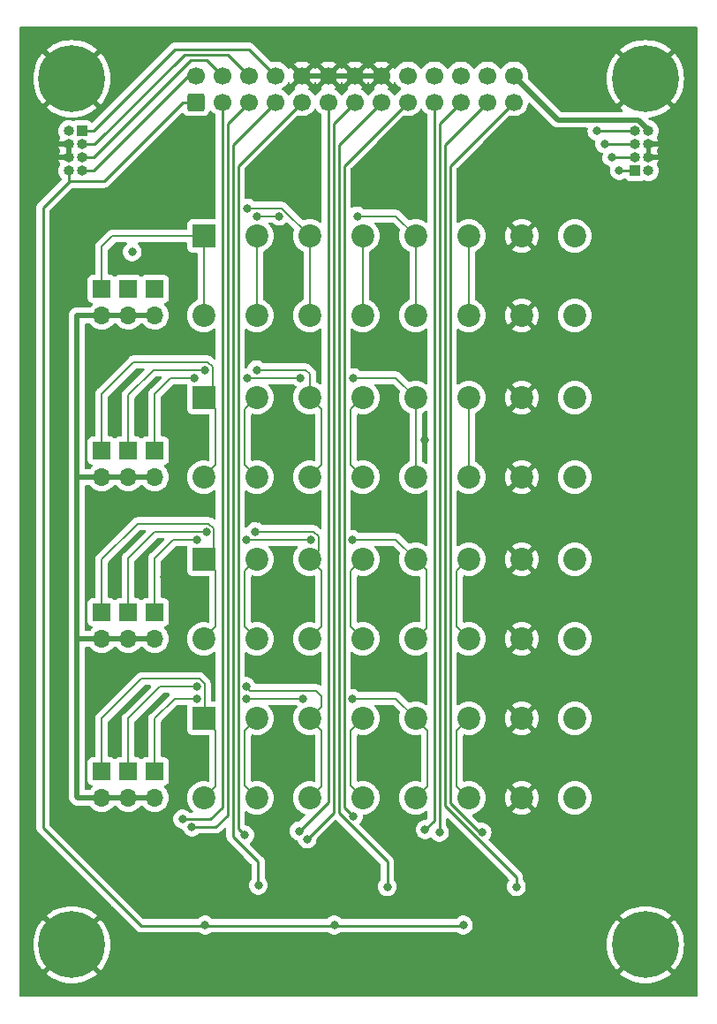
<source format=gbr>
%TF.GenerationSoftware,KiCad,Pcbnew,7.0.7*%
%TF.CreationDate,2023-11-22T16:36:34+01:00*%
%TF.ProjectId,BOB4ENCODER,424f4234-454e-4434-9f44-45522e6b6963,rev?*%
%TF.SameCoordinates,Original*%
%TF.FileFunction,Copper,L1,Top*%
%TF.FilePolarity,Positive*%
%FSLAX46Y46*%
G04 Gerber Fmt 4.6, Leading zero omitted, Abs format (unit mm)*
G04 Created by KiCad (PCBNEW 7.0.7) date 2023-11-22 16:36:34*
%MOMM*%
%LPD*%
G01*
G04 APERTURE LIST*
G04 Aperture macros list*
%AMRoundRect*
0 Rectangle with rounded corners*
0 $1 Rounding radius*
0 $2 $3 $4 $5 $6 $7 $8 $9 X,Y pos of 4 corners*
0 Add a 4 corners polygon primitive as box body*
4,1,4,$2,$3,$4,$5,$6,$7,$8,$9,$2,$3,0*
0 Add four circle primitives for the rounded corners*
1,1,$1+$1,$2,$3*
1,1,$1+$1,$4,$5*
1,1,$1+$1,$6,$7*
1,1,$1+$1,$8,$9*
0 Add four rect primitives between the rounded corners*
20,1,$1+$1,$2,$3,$4,$5,0*
20,1,$1+$1,$4,$5,$6,$7,0*
20,1,$1+$1,$6,$7,$8,$9,0*
20,1,$1+$1,$8,$9,$2,$3,0*%
G04 Aperture macros list end*
%TA.AperFunction,ComponentPad*%
%ADD10C,2.200000*%
%TD*%
%TA.AperFunction,ComponentPad*%
%ADD11R,2.200000X2.200000*%
%TD*%
%TA.AperFunction,ComponentPad*%
%ADD12R,1.700000X1.700000*%
%TD*%
%TA.AperFunction,ComponentPad*%
%ADD13O,1.700000X1.700000*%
%TD*%
%TA.AperFunction,ComponentPad*%
%ADD14R,1.000000X1.000000*%
%TD*%
%TA.AperFunction,ComponentPad*%
%ADD15O,1.000000X1.000000*%
%TD*%
%TA.AperFunction,ComponentPad*%
%ADD16C,0.800000*%
%TD*%
%TA.AperFunction,ComponentPad*%
%ADD17C,6.400000*%
%TD*%
%TA.AperFunction,ComponentPad*%
%ADD18RoundRect,0.250000X0.600000X-0.600000X0.600000X0.600000X-0.600000X0.600000X-0.600000X-0.600000X0*%
%TD*%
%TA.AperFunction,ComponentPad*%
%ADD19C,1.700000*%
%TD*%
%TA.AperFunction,ViaPad*%
%ADD20C,0.800000*%
%TD*%
%TA.AperFunction,Conductor*%
%ADD21C,0.500000*%
%TD*%
%TA.AperFunction,Conductor*%
%ADD22C,0.250000*%
%TD*%
%TA.AperFunction,Conductor*%
%ADD23C,0.200000*%
%TD*%
G04 APERTURE END LIST*
D10*
%TO.P,J5,1,Pin_1*%
%TO.N,ENC4_A-*%
X17653000Y-73914000D03*
D11*
X17653000Y-66293984D03*
D10*
%TO.P,J5,2,Pin_2*%
%TO.N,ENC4_A+*%
X22733011Y-73914000D03*
X22733011Y-66293984D03*
%TO.P,J5,3,Pin_3*%
%TO.N,ENC4_B-*%
X27813021Y-73914000D03*
X27813021Y-66293984D03*
%TO.P,J5,4,Pin_4*%
%TO.N,ENC4_B+*%
X32893031Y-73899776D03*
X32893031Y-66293984D03*
%TO.P,J5,5,Pin_5*%
%TO.N,ENC4_Z-*%
X37973041Y-73914000D03*
X37973041Y-66293984D03*
%TO.P,J5,6,Pin_6*%
%TO.N,ENC4_Z+*%
X43053051Y-73914000D03*
X43053051Y-66293984D03*
%TO.P,J5,7,Pin_7*%
%TO.N,GND*%
X48133061Y-73923906D03*
X48133061Y-66303890D03*
%TO.P,J5,8,Pin_8*%
%TO.N,5V_Fused*%
X53213072Y-73918826D03*
X53213072Y-66298810D03*
%TD*%
D12*
%TO.P,JP2,1,A*%
%TO.N,ENC1_B-*%
X10419000Y-25141000D03*
D13*
%TO.P,JP2,2,B*%
%TO.N,+2V5*%
X10419000Y-27681000D03*
%TD*%
D12*
%TO.P,JP7,1,A*%
%TO.N,ENC2_A-*%
X7874000Y-40640000D03*
D13*
%TO.P,JP7,2,B*%
%TO.N,+2V5*%
X7874000Y-43180000D03*
%TD*%
D12*
%TO.P,JP1,1,A*%
%TO.N,ENC1_A-*%
X7879000Y-25146000D03*
D13*
%TO.P,JP1,2,B*%
%TO.N,+2V5*%
X7879000Y-27686000D03*
%TD*%
D10*
%TO.P,J3,1,Pin_1*%
%TO.N,ENC3_A-*%
X17653000Y-58674000D03*
D11*
X17653000Y-51053984D03*
D10*
%TO.P,J3,2,Pin_2*%
%TO.N,ENC3_A+*%
X22733011Y-58674000D03*
X22733011Y-51053984D03*
%TO.P,J3,3,Pin_3*%
%TO.N,ENC3_B-*%
X27813021Y-58674000D03*
X27813021Y-51053984D03*
%TO.P,J3,4,Pin_4*%
%TO.N,ENC3_B+*%
X32893031Y-58659776D03*
X32893031Y-51053984D03*
%TO.P,J3,5,Pin_5*%
%TO.N,ENC3_Z-*%
X37973041Y-58674000D03*
X37973041Y-51053984D03*
%TO.P,J3,6,Pin_6*%
%TO.N,ENC3_Z+*%
X43053051Y-58674000D03*
X43053051Y-51053984D03*
%TO.P,J3,7,Pin_7*%
%TO.N,GND*%
X48133061Y-58683906D03*
X48133061Y-51063890D03*
%TO.P,J3,8,Pin_8*%
%TO.N,5V_Fused*%
X53213072Y-58678826D03*
X53213072Y-51058810D03*
%TD*%
D14*
%TO.P,J7,1,Pin_1*%
%TO.N,EXT4*%
X5952800Y-10000000D03*
D15*
%TO.P,J7,2,Pin_2*%
%TO.N,+5V*%
X4682800Y-10000000D03*
%TO.P,J7,3,Pin_3*%
%TO.N,EXT3*%
X5952800Y-11270000D03*
%TO.P,J7,4,Pin_4*%
%TO.N,GND*%
X4682800Y-11270000D03*
%TO.P,J7,5,Pin_5*%
%TO.N,EXT2*%
X5952800Y-12540000D03*
%TO.P,J7,6,Pin_6*%
%TO.N,GND*%
X4682800Y-12540000D03*
%TO.P,J7,7,Pin_7*%
%TO.N,EXT1*%
X5952800Y-13810000D03*
%TO.P,J7,8,Pin_8*%
%TO.N,ENA*%
X4682800Y-13810000D03*
%TD*%
D12*
%TO.P,JP9,1,A*%
%TO.N,ENC2_Z-*%
X12954000Y-40640000D03*
D13*
%TO.P,JP9,2,B*%
%TO.N,+2V5*%
X12954000Y-43180000D03*
%TD*%
D12*
%TO.P,JP11,1,A*%
%TO.N,ENC4_B-*%
X10414000Y-71374000D03*
D13*
%TO.P,JP11,2,B*%
%TO.N,+2V5*%
X10414000Y-73914000D03*
%TD*%
D12*
%TO.P,JP12,1,A*%
%TO.N,ENC4_Z-*%
X12954000Y-71374000D03*
D13*
%TO.P,JP12,2,B*%
%TO.N,+2V5*%
X12954000Y-73914000D03*
%TD*%
D14*
%TO.P,J6,1,Pin_1*%
%TO.N,EXT1*%
X59029600Y-13810000D03*
D15*
%TO.P,J6,2,Pin_2*%
%TO.N,ENA*%
X60299600Y-13810000D03*
%TO.P,J6,3,Pin_3*%
%TO.N,EXT2*%
X59029600Y-12540000D03*
%TO.P,J6,4,Pin_4*%
%TO.N,GND*%
X60299600Y-12540000D03*
%TO.P,J6,5,Pin_5*%
%TO.N,EXT3*%
X59029600Y-11270000D03*
%TO.P,J6,6,Pin_6*%
%TO.N,GND*%
X60299600Y-11270000D03*
%TO.P,J6,7,Pin_7*%
%TO.N,EXT4*%
X59029600Y-10000000D03*
%TO.P,J6,8,Pin_8*%
%TO.N,+5V*%
X60299600Y-10000000D03*
%TD*%
D12*
%TO.P,JP3,1,A*%
%TO.N,ENC1_Z-*%
X12959000Y-25141000D03*
D13*
%TO.P,JP3,2,B*%
%TO.N,+2V5*%
X12959000Y-27681000D03*
%TD*%
D16*
%TO.P,H3,1,1*%
%TO.N,GND*%
X57600000Y-88000000D03*
X58302944Y-86302944D03*
X58302944Y-89697056D03*
X60000000Y-85600000D03*
D17*
X60000000Y-88000000D03*
D16*
X60000000Y-90400000D03*
X61697056Y-86302944D03*
X61697056Y-89697056D03*
X62400000Y-88000000D03*
%TD*%
%TO.P,H1,1,1*%
%TO.N,GND*%
X2600000Y-5000000D03*
X3302944Y-3302944D03*
X3302944Y-6697056D03*
X5000000Y-2600000D03*
D17*
X5000000Y-5000000D03*
D16*
X5000000Y-7400000D03*
X6697056Y-3302944D03*
X6697056Y-6697056D03*
X7400000Y-5000000D03*
%TD*%
D12*
%TO.P,JP10,1,A*%
%TO.N,ENC4_A-*%
X7874000Y-71379000D03*
D13*
%TO.P,JP10,2,B*%
%TO.N,+2V5*%
X7874000Y-73919000D03*
%TD*%
D16*
%TO.P,H4,1,1*%
%TO.N,GND*%
X57600000Y-5000000D03*
X58302944Y-3302944D03*
X58302944Y-6697056D03*
X60000000Y-2600000D03*
D17*
X60000000Y-5000000D03*
D16*
X60000000Y-7400000D03*
X61697056Y-3302944D03*
X61697056Y-6697056D03*
X62400000Y-5000000D03*
%TD*%
D10*
%TO.P,J2,1,Pin_1*%
%TO.N,ENC1_A-*%
X17653000Y-27686000D03*
D11*
X17653000Y-20065984D03*
D10*
%TO.P,J2,2,Pin_2*%
%TO.N,ENC1_A+*%
X22733011Y-27686000D03*
X22733011Y-20065984D03*
%TO.P,J2,3,Pin_3*%
%TO.N,ENC1_B-*%
X27813021Y-27686000D03*
X27813021Y-20065984D03*
%TO.P,J2,4,Pin_4*%
%TO.N,ENC1_B+*%
X32893031Y-27671776D03*
X32893031Y-20065984D03*
%TO.P,J2,5,Pin_5*%
%TO.N,ENC1_Z-*%
X37973041Y-27686000D03*
X37973041Y-20065984D03*
%TO.P,J2,6,Pin_6*%
%TO.N,ENC1_Z+*%
X43053051Y-27686000D03*
X43053051Y-20065984D03*
%TO.P,J2,7,Pin_7*%
%TO.N,GND*%
X48133061Y-27695906D03*
X48133061Y-20075890D03*
%TO.P,J2,8,Pin_8*%
%TO.N,5V_Fused*%
X53213072Y-27690826D03*
X53213072Y-20070810D03*
%TD*%
%TO.P,J4,1,Pin_1*%
%TO.N,ENC2_A-*%
X17653000Y-43180000D03*
D11*
X17653000Y-35559984D03*
D10*
%TO.P,J4,2,Pin_2*%
%TO.N,ENC2_A+*%
X22733011Y-43180000D03*
X22733011Y-35559984D03*
%TO.P,J4,3,Pin_3*%
%TO.N,ENC2_B-*%
X27813021Y-43180000D03*
X27813021Y-35559984D03*
%TO.P,J4,4,Pin_4*%
%TO.N,ENC2_B+*%
X32893031Y-43165776D03*
X32893031Y-35559984D03*
%TO.P,J4,5,Pin_5*%
%TO.N,ENC2_Z-*%
X37973041Y-43180000D03*
X37973041Y-35559984D03*
%TO.P,J4,6,Pin_6*%
%TO.N,ENC2_Z+*%
X43053051Y-43180000D03*
X43053051Y-35559984D03*
%TO.P,J4,7,Pin_7*%
%TO.N,GND*%
X48133061Y-43189906D03*
X48133061Y-35569890D03*
%TO.P,J4,8,Pin_8*%
%TO.N,5V_Fused*%
X53213072Y-43184826D03*
X53213072Y-35564810D03*
%TD*%
D16*
%TO.P,H2,1,1*%
%TO.N,GND*%
X2600000Y-88000000D03*
X3302944Y-86302944D03*
X3302944Y-89697056D03*
X5000000Y-85600000D03*
D17*
X5000000Y-88000000D03*
D16*
X5000000Y-90400000D03*
X6697056Y-86302944D03*
X6697056Y-89697056D03*
X7400000Y-88000000D03*
%TD*%
D12*
%TO.P,JP4,1,A*%
%TO.N,ENC3_A-*%
X7874000Y-56139000D03*
D13*
%TO.P,JP4,2,B*%
%TO.N,+2V5*%
X7874000Y-58679000D03*
%TD*%
D12*
%TO.P,JP5,1,A*%
%TO.N,ENC3_B-*%
X10414000Y-56134000D03*
D13*
%TO.P,JP5,2,B*%
%TO.N,+2V5*%
X10414000Y-58674000D03*
%TD*%
D18*
%TO.P,J1,1,Pin_1*%
%TO.N,ENA*%
X16891000Y-7239000D03*
D19*
%TO.P,J1,2,Pin_2*%
%TO.N,EXT1*%
X16891000Y-4699000D03*
%TO.P,J1,3,Pin_3*%
%TO.N,ENC1_A*%
X19431000Y-7239000D03*
%TO.P,J1,4,Pin_4*%
%TO.N,EXT2*%
X19431000Y-4699000D03*
%TO.P,J1,5,Pin_5*%
%TO.N,ENC2_A*%
X21971000Y-7239000D03*
%TO.P,J1,6,Pin_6*%
%TO.N,EXT3*%
X21971000Y-4699000D03*
%TO.P,J1,7,Pin_7*%
%TO.N,ENC3_A*%
X24511000Y-7239000D03*
%TO.P,J1,8,Pin_8*%
%TO.N,EXT4*%
X24511000Y-4699000D03*
%TO.P,J1,9,Pin_9*%
%TO.N,ENC4_A*%
X27051000Y-7239000D03*
%TO.P,J1,10,Pin_10*%
%TO.N,GND*%
X27051000Y-4699000D03*
%TO.P,J1,11,Pin_11*%
%TO.N,ENC1_B*%
X29591000Y-7239000D03*
%TO.P,J1,12,Pin_12*%
%TO.N,GND*%
X29591000Y-4699000D03*
%TO.P,J1,13,Pin_13*%
%TO.N,ENC2_B*%
X32131000Y-7239000D03*
%TO.P,J1,14,Pin_14*%
%TO.N,GND*%
X32131000Y-4699000D03*
%TO.P,J1,15,Pin_15*%
%TO.N,ENC3_B*%
X34671000Y-7239000D03*
%TO.P,J1,16,Pin_16*%
%TO.N,GND*%
X34671000Y-4699000D03*
%TO.P,J1,17,Pin_17*%
%TO.N,ENC4_B*%
X37211000Y-7239000D03*
%TO.P,J1,18,Pin_18*%
%TO.N,+5V*%
X37211000Y-4699000D03*
%TO.P,J1,19,Pin_19*%
%TO.N,ENC1_Z*%
X39751000Y-7239000D03*
%TO.P,J1,20,Pin_20*%
%TO.N,+5V*%
X39751000Y-4699000D03*
%TO.P,J1,21,Pin_21*%
%TO.N,ENC2_Z*%
X42291000Y-7239000D03*
%TO.P,J1,22,Pin_22*%
%TO.N,+5V*%
X42291000Y-4699000D03*
%TO.P,J1,23,Pin_23*%
%TO.N,ENC3_Z*%
X44831000Y-7239000D03*
%TO.P,J1,24,Pin_24*%
%TO.N,+5V*%
X44831000Y-4699000D03*
%TO.P,J1,25,Pin_25*%
%TO.N,ENC4_Z*%
X47371000Y-7239000D03*
%TO.P,J1,26,Pin_26*%
%TO.N,+5V*%
X47371000Y-4699000D03*
%TD*%
D12*
%TO.P,JP8,1,A*%
%TO.N,ENC2_B-*%
X10414000Y-40640000D03*
D13*
%TO.P,JP8,2,B*%
%TO.N,+2V5*%
X10414000Y-43180000D03*
%TD*%
D12*
%TO.P,JP6,1,A*%
%TO.N,ENC3_Z-*%
X12954000Y-56134000D03*
D13*
%TO.P,JP6,2,B*%
%TO.N,+2V5*%
X12954000Y-58674000D03*
%TD*%
D20*
%TO.N,GND*%
X24511000Y-22606000D03*
X23622000Y-61468000D03*
X7620000Y-62611000D03*
X17780000Y-60833000D03*
X11811000Y-52705000D03*
X25400000Y-14478000D03*
X9017000Y-37084000D03*
X33274000Y-70231000D03*
X27686000Y-70231000D03*
X27432000Y-54991000D03*
X23114000Y-70231000D03*
X36703000Y-79248000D03*
X46101000Y-78232000D03*
X16764000Y-39624000D03*
X22860000Y-47117000D03*
X33782000Y-61595000D03*
X26670000Y-46990000D03*
X37846000Y-70104000D03*
X9144000Y-67945000D03*
X11811000Y-37084000D03*
X13843000Y-52705000D03*
X28575000Y-79375000D03*
X23368000Y-54991000D03*
X38862000Y-39624000D03*
X17145000Y-54991000D03*
X35560000Y-23876000D03*
X37973000Y-61976000D03*
X23876000Y-84709000D03*
X7366000Y-32004000D03*
X33655000Y-39624000D03*
X37592000Y-54864000D03*
X33655000Y-54864000D03*
X14097000Y-21844000D03*
X7366000Y-47752000D03*
X33274000Y-46990000D03*
X36068000Y-14605000D03*
X27813000Y-62230000D03*
X27051000Y-39497000D03*
X36830000Y-39624000D03*
X37084000Y-46482000D03*
X9144000Y-52705000D03*
X43434000Y-70104000D03*
X16129000Y-78994000D03*
X13970000Y-67945000D03*
X17399000Y-70231000D03*
X16510000Y-45847000D03*
X11684000Y-67945000D03*
X13970000Y-37084000D03*
X23876000Y-39497000D03*
X34544000Y-31115000D03*
X40959000Y-79375000D03*
%TO.N,ENA*%
X30161000Y-86106000D03*
X17780000Y-86106000D03*
X42545000Y-86106000D03*
%TO.N,ENC1_A*%
X15621000Y-75946000D03*
%TO.N,ENC2_A*%
X16510000Y-76708000D03*
%TO.N,ENC3_A*%
X22893567Y-82299876D03*
%TO.N,ENC4_A*%
X21590000Y-77470000D03*
%TO.N,ENC1_B*%
X26797000Y-77089000D03*
%TO.N,ENC2_B*%
X27559000Y-77851000D03*
%TO.N,ENC3_B*%
X35241000Y-82423000D03*
%TO.N,ENC4_B*%
X32004000Y-75692000D03*
%TO.N,ENC1_Z*%
X38862000Y-76962000D03*
%TO.N,ENC2_Z*%
X40259000Y-77216000D03*
%TO.N,ENC3_Z*%
X47625000Y-82423000D03*
%TO.N,ENC4_Z*%
X44341722Y-77197278D03*
%TO.N,ENC1_B-*%
X10795000Y-21590000D03*
X21844000Y-17399000D03*
%TO.N,ENC2_B-*%
X22733000Y-32893000D03*
X17780000Y-32893000D03*
%TO.N,ENC3_B-*%
X17907000Y-48387000D03*
X22606000Y-48387000D03*
%TO.N,ENC4_B-*%
X21717000Y-63246000D03*
X17018000Y-63246000D03*
%TO.N,ENC1_Z-*%
X32385000Y-18161000D03*
X22733000Y-18161000D03*
X24892000Y-18161000D03*
%TO.N,ENC2_Z-*%
X26924000Y-33655000D03*
X16764000Y-33655000D03*
X21844000Y-33655000D03*
X32004000Y-33655000D03*
%TO.N,ENC3_Z-*%
X31877000Y-49149000D03*
X27940000Y-49149000D03*
X21717000Y-49149000D03*
X17018000Y-49149000D03*
%TO.N,ENC4_Z-*%
X27178000Y-64389000D03*
X31877000Y-64389000D03*
X17018000Y-64389000D03*
X21717000Y-64389000D03*
%TO.N,EXT1*%
X57505600Y-13817600D03*
%TO.N,EXT2*%
X56781100Y-12547600D03*
%TO.N,EXT3*%
X56083700Y-11226800D03*
%TO.N,EXT4*%
X55359200Y-10020200D03*
%TD*%
D21*
%TO.N,+5V*%
X59313903Y-8940800D02*
X60299600Y-9926497D01*
X51612800Y-8940800D02*
X59313903Y-8940800D01*
X47371000Y-4699000D02*
X51612800Y-8940800D01*
X60299600Y-9926497D02*
X60299600Y-10000000D01*
%TO.N,GND*%
X34671000Y-4699000D02*
X27051000Y-4699000D01*
D22*
%TO.N,ENA*%
X17780000Y-86106000D02*
X17716500Y-86169500D01*
X4764800Y-14833600D02*
X8077200Y-14833600D01*
X8077200Y-14833600D02*
X15671800Y-7239000D01*
X26253000Y-86169500D02*
X30097500Y-86169500D01*
X4682800Y-14751600D02*
X4764800Y-14833600D01*
X4682800Y-13810000D02*
X4682800Y-14751600D01*
X17843500Y-86169500D02*
X38671500Y-86169500D01*
X2230000Y-17368400D02*
X4764800Y-14833600D01*
X38637000Y-86169500D02*
X42481500Y-86169500D01*
X42545000Y-86106000D02*
X42608500Y-86169500D01*
X16891000Y-7493000D02*
X17145000Y-7239000D01*
X17780000Y-86106000D02*
X17843500Y-86169500D01*
X2230000Y-76779000D02*
X2230000Y-17368400D01*
X11620500Y-86169500D02*
X2230000Y-76779000D01*
X17716500Y-86169500D02*
X11620500Y-86169500D01*
X15671800Y-7239000D02*
X16891000Y-7239000D01*
X42481500Y-86169500D02*
X42545000Y-86106000D01*
X30161000Y-86106000D02*
X30224500Y-86169500D01*
X30097500Y-86169500D02*
X30161000Y-86106000D01*
%TO.N,ENC1_A*%
X19431000Y-7239000D02*
X19431000Y-74803000D01*
X18288000Y-75946000D02*
X15621000Y-75946000D01*
X19431000Y-74803000D02*
X18288000Y-75946000D01*
%TO.N,ENC2_A*%
X19939000Y-9271000D02*
X21971000Y-7239000D01*
X16510000Y-76708000D02*
X18796000Y-76708000D01*
X18796000Y-76708000D02*
X19939000Y-75565000D01*
X19939000Y-75565000D02*
X19939000Y-9271000D01*
%TO.N,ENC3_A*%
X20447000Y-77597000D02*
X20447000Y-11303000D01*
X22860000Y-82266309D02*
X22860000Y-80010000D01*
X22860000Y-80010000D02*
X20447000Y-77597000D01*
X22893567Y-82299876D02*
X22860000Y-82266309D01*
X20447000Y-11303000D02*
X24511000Y-7239000D01*
%TO.N,ENC4_A*%
X20955000Y-13335000D02*
X27051000Y-7239000D01*
X21590000Y-77470000D02*
X20955000Y-76835000D01*
X20955000Y-76835000D02*
X20955000Y-13335000D01*
%TO.N,ENC1_B*%
X29591000Y-74295000D02*
X29591000Y-7239000D01*
X26797000Y-77089000D02*
X29591000Y-74295000D01*
%TO.N,ENC2_B*%
X27559000Y-77851000D02*
X30099000Y-75311000D01*
X30099000Y-75311000D02*
X30099000Y-9271000D01*
X30099000Y-9271000D02*
X32131000Y-7239000D01*
%TO.N,ENC3_B*%
X35241000Y-82423000D02*
X35241000Y-80010000D01*
X30607000Y-75376000D02*
X30607000Y-11303000D01*
X35241000Y-80010000D02*
X30607000Y-75376000D01*
X30607000Y-11303000D02*
X34671000Y-7239000D01*
%TO.N,ENC4_B*%
X31115000Y-13335000D02*
X37211000Y-7239000D01*
X31115000Y-74803000D02*
X31115000Y-13335000D01*
X32004000Y-75692000D02*
X31115000Y-74803000D01*
%TO.N,ENC1_Z*%
X38862000Y-76962000D02*
X39751000Y-76073000D01*
X39751000Y-76073000D02*
X39751000Y-7239000D01*
%TO.N,ENC2_Z*%
X40259000Y-9271000D02*
X42291000Y-7239000D01*
X40259000Y-77216000D02*
X40259000Y-9271000D01*
%TO.N,ENC3_Z*%
X40767000Y-11303000D02*
X44831000Y-7239000D01*
X47625000Y-81534000D02*
X40767000Y-74676000D01*
X40767000Y-74676000D02*
X40767000Y-11303000D01*
X47625000Y-82423000D02*
X47625000Y-81534000D01*
%TO.N,ENC4_Z*%
X41275000Y-74422000D02*
X41275000Y-13335000D01*
X44050278Y-77197278D02*
X41275000Y-74422000D01*
X44341722Y-77197278D02*
X44050278Y-77197278D01*
X41275000Y-13335000D02*
X47371000Y-7239000D01*
D23*
%TO.N,ENC1_A-*%
X17653000Y-27715433D02*
X17653000Y-20095417D01*
X17653000Y-20065984D02*
X8890016Y-20065984D01*
X7874000Y-21082000D02*
X7874000Y-24892000D01*
X8890016Y-20065984D02*
X7874000Y-21082000D01*
%TO.N,ENC1_A+*%
X22732990Y-20095417D02*
X22732990Y-27701209D01*
%TO.N,ENC2_A+*%
X21590000Y-42018007D02*
X21590000Y-36698133D01*
X22732959Y-43160966D02*
X21590000Y-42018007D01*
X21590000Y-36698133D02*
X22732959Y-35555174D01*
%TO.N,ENC2_A-*%
X17652969Y-43175190D02*
X18796000Y-42032159D01*
X18796000Y-42032159D02*
X18796000Y-36698205D01*
X18480000Y-32603050D02*
X18007950Y-32131000D01*
X17653000Y-35559984D02*
X18480000Y-34732984D01*
X7874000Y-35179000D02*
X7874000Y-40640000D01*
X18480000Y-34732984D02*
X18480000Y-32603050D01*
X18007950Y-32131000D02*
X10922000Y-32131000D01*
X10922000Y-32131000D02*
X7874000Y-35179000D01*
X18796000Y-36698205D02*
X17652969Y-35555174D01*
%TO.N,ENC3_A+*%
X22732970Y-58649886D02*
X21590000Y-57506916D01*
X21590000Y-57506916D02*
X21590000Y-52187064D01*
X21590000Y-52187064D02*
X22732970Y-51044094D01*
%TO.N,ENC3_A-*%
X17652980Y-58664110D02*
X18796000Y-57521090D01*
X18134950Y-47625000D02*
X11303000Y-47625000D01*
X18796000Y-52187114D02*
X17652980Y-51044094D01*
X18607000Y-50099984D02*
X18607000Y-48097050D01*
X18796000Y-57521090D02*
X18796000Y-52187114D01*
X17653000Y-51053984D02*
X18607000Y-50099984D01*
X18607000Y-48097050D02*
X18134950Y-47625000D01*
X7874000Y-51054000D02*
X7874000Y-56139000D01*
X11303000Y-47625000D02*
X7874000Y-51054000D01*
%TO.N,ENC4_A+*%
X21590000Y-72756812D02*
X21590000Y-67436980D01*
X22732980Y-73899792D02*
X21590000Y-72756812D01*
X21590000Y-67436980D02*
X22732980Y-66294000D01*
%TO.N,ENC4_A-*%
X17652990Y-73914016D02*
X18796000Y-72771006D01*
X17718000Y-66228984D02*
X17718000Y-62956050D01*
X18796000Y-67437010D02*
X17652990Y-66294000D01*
X11684000Y-62484000D02*
X7874000Y-66294000D01*
X17245950Y-62484000D02*
X11684000Y-62484000D01*
X7874000Y-66294000D02*
X7874000Y-71379000D01*
X18796000Y-72771006D02*
X18796000Y-67437010D01*
X17653000Y-66293984D02*
X17718000Y-66228984D01*
X17718000Y-62956050D02*
X17245950Y-62484000D01*
%TO.N,ENC1_B-*%
X25146037Y-17399000D02*
X24511000Y-17399000D01*
X24511000Y-17399000D02*
X21844000Y-17399000D01*
X21844000Y-17399000D02*
X21971000Y-17399000D01*
X27813000Y-27715433D02*
X27813000Y-20095417D01*
X27813021Y-20065984D02*
X25146037Y-17399000D01*
%TO.N,ENC1_B+*%
X32892990Y-20095417D02*
X32892990Y-27701209D01*
%TO.N,ENC2_B+*%
X32892959Y-43160966D02*
X31750000Y-42018007D01*
X31750000Y-36698133D02*
X32892959Y-35555174D01*
X31750000Y-42018007D02*
X31750000Y-36698133D01*
%TO.N,ENC2_B-*%
X27813021Y-33274021D02*
X27432000Y-32893000D01*
X27813021Y-35559984D02*
X27813021Y-33274021D01*
X28956000Y-42032159D02*
X28956000Y-36698205D01*
X27432000Y-32893000D02*
X22733000Y-32893000D01*
X10414000Y-35306000D02*
X10414000Y-40640000D01*
X12827000Y-32893000D02*
X10414000Y-35306000D01*
X27812969Y-43175190D02*
X28956000Y-42032159D01*
X28956000Y-36698205D02*
X27812969Y-35555174D01*
X17780000Y-32893000D02*
X12827000Y-32893000D01*
%TO.N,ENC3_B-*%
X27813021Y-51053984D02*
X28640000Y-50227005D01*
X17907000Y-48387000D02*
X12954000Y-48387000D01*
X28640000Y-50227005D02*
X28640000Y-48859050D01*
X28640000Y-48859050D02*
X28167950Y-48387000D01*
X22606000Y-48387000D02*
X22479000Y-48387000D01*
X10414000Y-50927000D02*
X10414000Y-56134000D01*
X27812980Y-58664110D02*
X28956000Y-57521090D01*
X28956000Y-52187114D02*
X27812980Y-51044094D01*
X28167950Y-48387000D02*
X22606000Y-48387000D01*
X28956000Y-57521090D02*
X28956000Y-52187114D01*
X12954000Y-48387000D02*
X10414000Y-50927000D01*
%TO.N,ENC3_B+*%
X31750000Y-52187064D02*
X32892970Y-51044094D01*
X31750000Y-57506916D02*
X31750000Y-52187064D01*
X32892970Y-58649886D02*
X31750000Y-57506916D01*
%TO.N,ENC4_B+*%
X32892980Y-73899792D02*
X31750000Y-72756812D01*
X31750000Y-72756812D02*
X31750000Y-67436980D01*
X31750000Y-67436980D02*
X32892980Y-66294000D01*
%TO.N,ENC4_B-*%
X27812990Y-73914016D02*
X28956000Y-72771006D01*
X22098000Y-63627000D02*
X21717000Y-63246000D01*
X21717000Y-63246000D02*
X21717000Y-63373000D01*
X27813021Y-66293984D02*
X28956000Y-65151005D01*
X28956000Y-65151005D02*
X28956000Y-64135000D01*
X28448000Y-63627000D02*
X22098000Y-63627000D01*
X28956000Y-67437010D02*
X27812990Y-66294000D01*
X13462000Y-63246000D02*
X10414000Y-66294000D01*
X17018000Y-63246000D02*
X13462000Y-63246000D01*
X28956000Y-72771006D02*
X28956000Y-67437010D01*
X28956000Y-64135000D02*
X28448000Y-63627000D01*
X10414000Y-66294000D02*
X10414000Y-71374000D01*
%TO.N,ENC1_Z-*%
X37973041Y-20065984D02*
X36068057Y-18161000D01*
X37973000Y-27715433D02*
X37973000Y-20095417D01*
X22733000Y-18161000D02*
X24892000Y-18161000D01*
X36068057Y-18161000D02*
X32385000Y-18161000D01*
%TO.N,ENC1_Z+*%
X43053010Y-27715433D02*
X43053010Y-20095417D01*
%TO.N,ENC2_Z+*%
X43052979Y-35555174D02*
X43052979Y-43175190D01*
%TO.N,ENC2_Z-*%
X14478000Y-33655000D02*
X12954000Y-35179000D01*
X36068057Y-33655000D02*
X35052000Y-33655000D01*
X16764000Y-33655000D02*
X14478000Y-33655000D01*
X26924000Y-33655000D02*
X21844000Y-33655000D01*
X37972969Y-43175190D02*
X37972969Y-35555174D01*
X37973041Y-35559984D02*
X36068057Y-33655000D01*
X12954000Y-35179000D02*
X12954000Y-40640000D01*
X35052000Y-33655000D02*
X32004000Y-33655000D01*
%TO.N,ENC3_Z-*%
X27940000Y-49149000D02*
X21717000Y-49149000D01*
X37973041Y-51053984D02*
X36068057Y-49149000D01*
X17018000Y-49149000D02*
X14732000Y-49149000D01*
X37972980Y-58664110D02*
X38989000Y-57648090D01*
X38989000Y-57648090D02*
X38989000Y-52060114D01*
X36068057Y-49149000D02*
X35179000Y-49149000D01*
X14732000Y-49149000D02*
X12954000Y-50927000D01*
X35179000Y-49149000D02*
X31877000Y-49149000D01*
X38989000Y-52060114D02*
X37972980Y-51044094D01*
X12954000Y-50927000D02*
X12954000Y-56134000D01*
%TO.N,ENC3_Z+*%
X43052990Y-51044094D02*
X41910000Y-52187084D01*
X41910000Y-57521120D02*
X43052990Y-58664110D01*
X41910000Y-52187084D02*
X41910000Y-57521120D01*
%TO.N,ENC4_Z+*%
X41910000Y-72771016D02*
X41910000Y-67437000D01*
X43053000Y-73914016D02*
X41910000Y-72771016D01*
X41910000Y-67437000D02*
X43053000Y-66294000D01*
%TO.N,ENC4_Z-*%
X39116000Y-67437010D02*
X37972990Y-66294000D01*
X31877000Y-64389000D02*
X31750000Y-64389000D01*
X37973041Y-66293984D02*
X36068057Y-64389000D01*
X12954000Y-66294000D02*
X12954000Y-71374000D01*
X39116000Y-72771006D02*
X39116000Y-67437010D01*
X14859000Y-64389000D02*
X12954000Y-66294000D01*
X36068057Y-64389000D02*
X31877000Y-64389000D01*
X37972990Y-73914016D02*
X39116000Y-72771006D01*
X21717000Y-64389000D02*
X22098000Y-64389000D01*
X27178000Y-64389000D02*
X21717000Y-64389000D01*
X17018000Y-64389000D02*
X14859000Y-64389000D01*
D22*
%TO.N,EXT1*%
X7058400Y-13810000D02*
X5952800Y-13810000D01*
X59022000Y-13817600D02*
X59029600Y-13810000D01*
X16891000Y-4699000D02*
X16169400Y-4699000D01*
X16169400Y-4699000D02*
X7058400Y-13810000D01*
X57505600Y-13817600D02*
X59022000Y-13817600D01*
%TO.N,EXT2*%
X5952800Y-12375600D02*
X6318800Y-12375600D01*
X5952800Y-12540000D02*
X7058400Y-12540000D01*
X17907000Y-3175000D02*
X19431000Y-4699000D01*
X16423400Y-3175000D02*
X17907000Y-3175000D01*
X59022000Y-12547600D02*
X59029600Y-12540000D01*
X56781100Y-12547600D02*
X59022000Y-12547600D01*
X7058400Y-12540000D02*
X16423400Y-3175000D01*
%TO.N,EXT3*%
X56083700Y-11226800D02*
X56126900Y-11270000D01*
X56126900Y-11270000D02*
X59029600Y-11270000D01*
X7170400Y-11270000D02*
X15773400Y-2667000D01*
X15773400Y-2667000D02*
X19939000Y-2667000D01*
X5952800Y-11270000D02*
X7170400Y-11270000D01*
X19939000Y-2667000D02*
X21971000Y-4699000D01*
%TO.N,EXT4*%
X14899400Y-2159000D02*
X21971000Y-2159000D01*
X59009400Y-10020200D02*
X59029600Y-10000000D01*
X5952800Y-10000000D02*
X7058400Y-10000000D01*
X21971000Y-2159000D02*
X24511000Y-4699000D01*
X7058400Y-10000000D02*
X14899400Y-2159000D01*
X55359200Y-10020200D02*
X59009400Y-10020200D01*
D21*
%TO.N,+2V5*%
X7874000Y-73919000D02*
X12949000Y-73919000D01*
X7879000Y-27686000D02*
X12954000Y-27686000D01*
D22*
X12954000Y-27686000D02*
X12959000Y-27681000D01*
D21*
X5461000Y-73797000D02*
X5583000Y-73919000D01*
X5461000Y-27686000D02*
X5461000Y-40513000D01*
X7879000Y-27686000D02*
X5461000Y-27686000D01*
X5461000Y-43180000D02*
X7874000Y-43180000D01*
X5461000Y-58547000D02*
X5461000Y-73797000D01*
X5593000Y-58679000D02*
X7874000Y-58679000D01*
D22*
X12949000Y-58679000D02*
X12954000Y-58674000D01*
X12949000Y-73919000D02*
X12954000Y-73914000D01*
X12949000Y-43185000D02*
X12954000Y-43180000D01*
D21*
X5461000Y-58547000D02*
X5593000Y-58679000D01*
X5461000Y-43180000D02*
X5461000Y-58547000D01*
X5461000Y-40513000D02*
X5461000Y-43180000D01*
X7874000Y-58679000D02*
X12949000Y-58679000D01*
X7874000Y-43185000D02*
X12949000Y-43185000D01*
X5583000Y-73919000D02*
X7874000Y-73919000D01*
%TD*%
%TA.AperFunction,Conductor*%
%TO.N,GND*%
G36*
X6392586Y-89039033D02*
G01*
X6621915Y-89268362D01*
X6655400Y-89329685D01*
X6650416Y-89399377D01*
X6608544Y-89455310D01*
X6603126Y-89459144D01*
X6516816Y-89516815D01*
X6516815Y-89516816D01*
X6459144Y-89603126D01*
X6405532Y-89647930D01*
X6336207Y-89656637D01*
X6273180Y-89626482D01*
X6268362Y-89621915D01*
X6039033Y-89392586D01*
X6005548Y-89331263D01*
X6010532Y-89261571D01*
X6046180Y-89210617D01*
X6134870Y-89134870D01*
X6210617Y-89046180D01*
X6269121Y-89007990D01*
X6338989Y-89007490D01*
X6392586Y-89039033D01*
G37*
%TD.AperFunction*%
%TA.AperFunction,Conductor*%
G36*
X3738428Y-89010531D02*
G01*
X3789381Y-89046179D01*
X3865130Y-89134870D01*
X3928855Y-89189296D01*
X3953816Y-89210615D01*
X3992009Y-89269122D01*
X3992507Y-89338990D01*
X3960965Y-89392586D01*
X3731636Y-89621915D01*
X3670313Y-89655400D01*
X3600621Y-89650416D01*
X3544688Y-89608544D01*
X3540853Y-89603124D01*
X3483184Y-89516816D01*
X3396873Y-89459145D01*
X3352068Y-89405533D01*
X3343361Y-89336208D01*
X3373515Y-89273180D01*
X3378083Y-89268362D01*
X3607413Y-89039032D01*
X3668736Y-89005547D01*
X3738428Y-89010531D01*
G37*
%TD.AperFunction*%
%TA.AperFunction,Conductor*%
G36*
X6399377Y-86349582D02*
G01*
X6455310Y-86391454D01*
X6459145Y-86396873D01*
X6516816Y-86483184D01*
X6603124Y-86540853D01*
X6647930Y-86594465D01*
X6656637Y-86663790D01*
X6626483Y-86726817D01*
X6621915Y-86731636D01*
X6392586Y-86960965D01*
X6331263Y-86994450D01*
X6261571Y-86989466D01*
X6210615Y-86953816D01*
X6189296Y-86928855D01*
X6134870Y-86865130D01*
X6046179Y-86789381D01*
X6007989Y-86730878D01*
X6007489Y-86661010D01*
X6039032Y-86607413D01*
X6268362Y-86378083D01*
X6329685Y-86344598D01*
X6399377Y-86349582D01*
G37*
%TD.AperFunction*%
%TA.AperFunction,Conductor*%
G36*
X3726818Y-86373516D02*
G01*
X3731637Y-86378084D01*
X3960966Y-86607413D01*
X3994451Y-86668736D01*
X3989467Y-86738428D01*
X3953817Y-86789384D01*
X3865130Y-86865130D01*
X3789384Y-86953817D01*
X3730877Y-86992010D01*
X3661009Y-86992508D01*
X3607413Y-86960966D01*
X3378084Y-86731637D01*
X3344599Y-86670314D01*
X3349583Y-86600622D01*
X3391455Y-86544689D01*
X3396874Y-86540854D01*
X3400487Y-86538439D01*
X3400489Y-86538439D01*
X3483184Y-86483184D01*
X3538439Y-86400489D01*
X3538439Y-86400487D01*
X3540854Y-86396874D01*
X3594466Y-86352069D01*
X3663791Y-86343362D01*
X3726818Y-86373516D01*
G37*
%TD.AperFunction*%
%TA.AperFunction,Conductor*%
G36*
X61392586Y-89039033D02*
G01*
X61621915Y-89268362D01*
X61655400Y-89329685D01*
X61650416Y-89399377D01*
X61608544Y-89455310D01*
X61603126Y-89459144D01*
X61516816Y-89516815D01*
X61516815Y-89516816D01*
X61459144Y-89603126D01*
X61405532Y-89647930D01*
X61336207Y-89656637D01*
X61273180Y-89626482D01*
X61268362Y-89621915D01*
X61039033Y-89392586D01*
X61005548Y-89331263D01*
X61010532Y-89261571D01*
X61046180Y-89210617D01*
X61134870Y-89134870D01*
X61210617Y-89046180D01*
X61269121Y-89007990D01*
X61338989Y-89007490D01*
X61392586Y-89039033D01*
G37*
%TD.AperFunction*%
%TA.AperFunction,Conductor*%
G36*
X58738428Y-89010531D02*
G01*
X58789381Y-89046179D01*
X58865130Y-89134870D01*
X58928855Y-89189296D01*
X58953816Y-89210615D01*
X58992009Y-89269122D01*
X58992507Y-89338990D01*
X58960965Y-89392586D01*
X58731636Y-89621915D01*
X58670313Y-89655400D01*
X58600621Y-89650416D01*
X58544688Y-89608544D01*
X58540853Y-89603124D01*
X58483184Y-89516816D01*
X58396873Y-89459145D01*
X58352068Y-89405533D01*
X58343361Y-89336208D01*
X58373515Y-89273180D01*
X58378083Y-89268362D01*
X58607413Y-89039032D01*
X58668736Y-89005547D01*
X58738428Y-89010531D01*
G37*
%TD.AperFunction*%
%TA.AperFunction,Conductor*%
G36*
X61399377Y-86349582D02*
G01*
X61455310Y-86391454D01*
X61459145Y-86396873D01*
X61516816Y-86483184D01*
X61603124Y-86540853D01*
X61647930Y-86594465D01*
X61656637Y-86663790D01*
X61626483Y-86726817D01*
X61621915Y-86731636D01*
X61392586Y-86960965D01*
X61331263Y-86994450D01*
X61261571Y-86989466D01*
X61210615Y-86953816D01*
X61189296Y-86928855D01*
X61134870Y-86865130D01*
X61046179Y-86789381D01*
X61007989Y-86730878D01*
X61007489Y-86661010D01*
X61039032Y-86607413D01*
X61268362Y-86378083D01*
X61329685Y-86344598D01*
X61399377Y-86349582D01*
G37*
%TD.AperFunction*%
%TA.AperFunction,Conductor*%
G36*
X58726818Y-86373516D02*
G01*
X58731637Y-86378084D01*
X58960966Y-86607413D01*
X58994451Y-86668736D01*
X58989467Y-86738428D01*
X58953817Y-86789384D01*
X58865130Y-86865130D01*
X58789384Y-86953817D01*
X58730877Y-86992010D01*
X58661009Y-86992508D01*
X58607413Y-86960966D01*
X58378084Y-86731637D01*
X58344599Y-86670314D01*
X58349583Y-86600622D01*
X58391455Y-86544689D01*
X58396874Y-86540854D01*
X58400487Y-86538439D01*
X58400489Y-86538439D01*
X58483184Y-86483184D01*
X58538439Y-86400489D01*
X58538439Y-86400487D01*
X58540854Y-86396874D01*
X58594466Y-86352069D01*
X58663791Y-86343362D01*
X58726818Y-86373516D01*
G37*
%TD.AperFunction*%
%TA.AperFunction,Conductor*%
G36*
X15998331Y-49769185D02*
G01*
X16044086Y-49821989D01*
X16054581Y-49886756D01*
X16052500Y-49906102D01*
X16052500Y-52201854D01*
X16052501Y-52201860D01*
X16058908Y-52261467D01*
X16109202Y-52396312D01*
X16109206Y-52396319D01*
X16195452Y-52511528D01*
X16195455Y-52511531D01*
X16310664Y-52597777D01*
X16310671Y-52597781D01*
X16445517Y-52648075D01*
X16445516Y-52648075D01*
X16452444Y-52648819D01*
X16505127Y-52654484D01*
X18071500Y-52654483D01*
X18138539Y-52674168D01*
X18184294Y-52726971D01*
X18195500Y-52778483D01*
X18195500Y-57000970D01*
X18175815Y-57068009D01*
X18123011Y-57113764D01*
X18053853Y-57123708D01*
X18042554Y-57121544D01*
X17904152Y-57088318D01*
X17904148Y-57088317D01*
X17653000Y-57068551D01*
X17652999Y-57068551D01*
X17401848Y-57088317D01*
X17156889Y-57147126D01*
X16924140Y-57243533D01*
X16709346Y-57375160D01*
X16709343Y-57375161D01*
X16517776Y-57538776D01*
X16354161Y-57730343D01*
X16354160Y-57730346D01*
X16222533Y-57945140D01*
X16126126Y-58177889D01*
X16067317Y-58422848D01*
X16047551Y-58674000D01*
X16067317Y-58925151D01*
X16126126Y-59170110D01*
X16222533Y-59402859D01*
X16354160Y-59617653D01*
X16354161Y-59617656D01*
X16409604Y-59682571D01*
X16517776Y-59809224D01*
X16655037Y-59926456D01*
X16709343Y-59972838D01*
X16709346Y-59972839D01*
X16924140Y-60104466D01*
X17122549Y-60186649D01*
X17156889Y-60200873D01*
X17401852Y-60259683D01*
X17653000Y-60279449D01*
X17904148Y-60259683D01*
X18149111Y-60200873D01*
X18381859Y-60104466D01*
X18596659Y-59972836D01*
X18600967Y-59969156D01*
X18664726Y-59940585D01*
X18733812Y-59951020D01*
X18786290Y-59997149D01*
X18805500Y-60063445D01*
X18805500Y-64569484D01*
X18785815Y-64636523D01*
X18733011Y-64682278D01*
X18681500Y-64693484D01*
X18442500Y-64693484D01*
X18375461Y-64673799D01*
X18329706Y-64620995D01*
X18318500Y-64569484D01*
X18318500Y-62999484D01*
X18319031Y-62991383D01*
X18323683Y-62956050D01*
X18323683Y-62956049D01*
X18303044Y-62799288D01*
X18242536Y-62653210D01*
X18242536Y-62653209D01*
X18191126Y-62586210D01*
X18146282Y-62527768D01*
X18118005Y-62506070D01*
X18111904Y-62500719D01*
X17937000Y-62325815D01*
X17701270Y-62090085D01*
X17695929Y-62083994D01*
X17674232Y-62055718D01*
X17548791Y-61959464D01*
X17402712Y-61898956D01*
X17402710Y-61898955D01*
X17285311Y-61883500D01*
X17245950Y-61878318D01*
X17210620Y-61882969D01*
X17202522Y-61883500D01*
X11727428Y-61883500D01*
X11719329Y-61882969D01*
X11684000Y-61878318D01*
X11644639Y-61883500D01*
X11527239Y-61898955D01*
X11527237Y-61898956D01*
X11381157Y-61959464D01*
X11255719Y-62055716D01*
X11234019Y-62083994D01*
X11228668Y-62090096D01*
X7480096Y-65838668D01*
X7473994Y-65844019D01*
X7445718Y-65865717D01*
X7417428Y-65902586D01*
X7349476Y-65991143D01*
X7349467Y-65991155D01*
X7349463Y-65991160D01*
X7288956Y-66137237D01*
X7288955Y-66137239D01*
X7268318Y-66293998D01*
X7268318Y-66293999D01*
X7272969Y-66329326D01*
X7273500Y-66337428D01*
X7273500Y-69904500D01*
X7253815Y-69971539D01*
X7201011Y-70017294D01*
X7149501Y-70028500D01*
X6976130Y-70028500D01*
X6976123Y-70028501D01*
X6916516Y-70034908D01*
X6781671Y-70085202D01*
X6781664Y-70085206D01*
X6666455Y-70171452D01*
X6666452Y-70171455D01*
X6580206Y-70286664D01*
X6580202Y-70286671D01*
X6529908Y-70421517D01*
X6523501Y-70481116D01*
X6523500Y-70481135D01*
X6523500Y-72276870D01*
X6523501Y-72276876D01*
X6529908Y-72336483D01*
X6580202Y-72471328D01*
X6580206Y-72471335D01*
X6666452Y-72586544D01*
X6666455Y-72586547D01*
X6781664Y-72672793D01*
X6781671Y-72672797D01*
X6913081Y-72721810D01*
X6969015Y-72763681D01*
X6993432Y-72829145D01*
X6978580Y-72897418D01*
X6957430Y-72925673D01*
X6835503Y-73047600D01*
X6787874Y-73115623D01*
X6733297Y-73159248D01*
X6686299Y-73168500D01*
X6335500Y-73168500D01*
X6268461Y-73148815D01*
X6222706Y-73096011D01*
X6211500Y-73044500D01*
X6211500Y-59553500D01*
X6231185Y-59486461D01*
X6283989Y-59440706D01*
X6335500Y-59429500D01*
X6686299Y-59429500D01*
X6753338Y-59449185D01*
X6787873Y-59482376D01*
X6832000Y-59545395D01*
X6835505Y-59550401D01*
X7002599Y-59717495D01*
X7084348Y-59774736D01*
X7196165Y-59853032D01*
X7196167Y-59853033D01*
X7196170Y-59853035D01*
X7410337Y-59952903D01*
X7410343Y-59952904D01*
X7410344Y-59952905D01*
X7431658Y-59958616D01*
X7638592Y-60014063D01*
X7816851Y-60029659D01*
X7873999Y-60034659D01*
X7874000Y-60034659D01*
X7874001Y-60034659D01*
X7931149Y-60029659D01*
X8109408Y-60014063D01*
X8337663Y-59952903D01*
X8551830Y-59853035D01*
X8745401Y-59717495D01*
X8912495Y-59550401D01*
X8950150Y-59496623D01*
X8960127Y-59482376D01*
X9014704Y-59438751D01*
X9061701Y-59429500D01*
X9229800Y-59429500D01*
X9296839Y-59449185D01*
X9331374Y-59482376D01*
X9375501Y-59545395D01*
X9375505Y-59545401D01*
X9542599Y-59712495D01*
X9631488Y-59774736D01*
X9736165Y-59848032D01*
X9736167Y-59848033D01*
X9736170Y-59848035D01*
X9950337Y-59947903D01*
X9950343Y-59947904D01*
X9950344Y-59947905D01*
X9968990Y-59952901D01*
X10178592Y-60009063D01*
X10366918Y-60025539D01*
X10413999Y-60029659D01*
X10414000Y-60029659D01*
X10414001Y-60029659D01*
X10453234Y-60026226D01*
X10649408Y-60009063D01*
X10877663Y-59947903D01*
X11091830Y-59848035D01*
X11285401Y-59712495D01*
X11452495Y-59545401D01*
X11486809Y-59496395D01*
X11496626Y-59482376D01*
X11551203Y-59438751D01*
X11598200Y-59429500D01*
X11769800Y-59429500D01*
X11836839Y-59449185D01*
X11871374Y-59482376D01*
X11915501Y-59545395D01*
X11915505Y-59545401D01*
X12082599Y-59712495D01*
X12171488Y-59774736D01*
X12276165Y-59848032D01*
X12276167Y-59848033D01*
X12276170Y-59848035D01*
X12490337Y-59947903D01*
X12490343Y-59947904D01*
X12490344Y-59947905D01*
X12508990Y-59952901D01*
X12718592Y-60009063D01*
X12906918Y-60025539D01*
X12953999Y-60029659D01*
X12954000Y-60029659D01*
X12954001Y-60029659D01*
X12993234Y-60026226D01*
X13189408Y-60009063D01*
X13417663Y-59947903D01*
X13631830Y-59848035D01*
X13825401Y-59712495D01*
X13992495Y-59545401D01*
X14128035Y-59351830D01*
X14227903Y-59137663D01*
X14289063Y-58909408D01*
X14309659Y-58674000D01*
X14289063Y-58438592D01*
X14227903Y-58210337D01*
X14128035Y-57996171D01*
X14095104Y-57949141D01*
X13992496Y-57802600D01*
X13992495Y-57802599D01*
X13870567Y-57680671D01*
X13837084Y-57619351D01*
X13842068Y-57549659D01*
X13883939Y-57493725D01*
X13914915Y-57476810D01*
X14046331Y-57427796D01*
X14161546Y-57341546D01*
X14247796Y-57226331D01*
X14298091Y-57091483D01*
X14304500Y-57031873D01*
X14304499Y-55236128D01*
X14299299Y-55187757D01*
X14298091Y-55176516D01*
X14247797Y-55041671D01*
X14247793Y-55041664D01*
X14161547Y-54926455D01*
X14161544Y-54926452D01*
X14046335Y-54840206D01*
X14046328Y-54840202D01*
X13911482Y-54789908D01*
X13911483Y-54789908D01*
X13851883Y-54783501D01*
X13851881Y-54783500D01*
X13851873Y-54783500D01*
X13851865Y-54783500D01*
X13678500Y-54783500D01*
X13611461Y-54763815D01*
X13565706Y-54711011D01*
X13554500Y-54659500D01*
X13554500Y-51227096D01*
X13574185Y-51160057D01*
X13590819Y-51139415D01*
X14944416Y-49785819D01*
X15005739Y-49752334D01*
X15032097Y-49749500D01*
X15931292Y-49749500D01*
X15998331Y-49769185D01*
G37*
%TD.AperFunction*%
%TA.AperFunction,Conductor*%
G36*
X12541942Y-63104185D02*
G01*
X12587697Y-63156989D01*
X12597641Y-63226147D01*
X12568616Y-63289703D01*
X12562584Y-63296181D01*
X10020096Y-65838668D01*
X10013994Y-65844019D01*
X9985718Y-65865717D01*
X9957428Y-65902586D01*
X9889476Y-65991143D01*
X9889467Y-65991155D01*
X9889463Y-65991160D01*
X9828956Y-66137237D01*
X9828955Y-66137239D01*
X9808318Y-66293998D01*
X9808318Y-66293999D01*
X9812969Y-66329326D01*
X9813500Y-66337428D01*
X9813500Y-69899500D01*
X9793815Y-69966539D01*
X9741011Y-70012294D01*
X9689501Y-70023500D01*
X9516130Y-70023500D01*
X9516123Y-70023501D01*
X9456516Y-70029908D01*
X9321671Y-70080202D01*
X9321669Y-70080204D01*
X9214971Y-70160078D01*
X9149507Y-70184495D01*
X9081234Y-70169643D01*
X9066349Y-70160077D01*
X8966335Y-70085206D01*
X8966328Y-70085202D01*
X8831482Y-70034908D01*
X8831483Y-70034908D01*
X8771883Y-70028501D01*
X8771881Y-70028500D01*
X8771873Y-70028500D01*
X8771865Y-70028500D01*
X8598500Y-70028500D01*
X8531461Y-70008815D01*
X8485706Y-69956011D01*
X8474500Y-69904500D01*
X8474500Y-66594097D01*
X8494185Y-66527058D01*
X8510819Y-66506416D01*
X11896416Y-63120819D01*
X11957739Y-63087334D01*
X11984097Y-63084500D01*
X12474903Y-63084500D01*
X12541942Y-63104185D01*
G37*
%TD.AperFunction*%
%TA.AperFunction,Conductor*%
G36*
X14319941Y-63866185D02*
G01*
X14365696Y-63918989D01*
X14375640Y-63988147D01*
X14346615Y-64051703D01*
X14340583Y-64058181D01*
X12560096Y-65838668D01*
X12553994Y-65844019D01*
X12525718Y-65865717D01*
X12497428Y-65902586D01*
X12429476Y-65991143D01*
X12429467Y-65991155D01*
X12429463Y-65991160D01*
X12368956Y-66137237D01*
X12368955Y-66137239D01*
X12348318Y-66293998D01*
X12348318Y-66293999D01*
X12352969Y-66329326D01*
X12353500Y-66337428D01*
X12353500Y-69899500D01*
X12333815Y-69966539D01*
X12281011Y-70012294D01*
X12229501Y-70023500D01*
X12056130Y-70023500D01*
X12056123Y-70023501D01*
X11996516Y-70029908D01*
X11861671Y-70080202D01*
X11861669Y-70080203D01*
X11758311Y-70157578D01*
X11692847Y-70181995D01*
X11624574Y-70167144D01*
X11609689Y-70157578D01*
X11506330Y-70080203D01*
X11506328Y-70080202D01*
X11371482Y-70029908D01*
X11371483Y-70029908D01*
X11311883Y-70023501D01*
X11311881Y-70023500D01*
X11311873Y-70023500D01*
X11311865Y-70023500D01*
X11138500Y-70023500D01*
X11071461Y-70003815D01*
X11025706Y-69951011D01*
X11014500Y-69899500D01*
X11014500Y-66594097D01*
X11034185Y-66527058D01*
X11050819Y-66506416D01*
X13674416Y-63882819D01*
X13735739Y-63849334D01*
X13762097Y-63846500D01*
X14252902Y-63846500D01*
X14319941Y-63866185D01*
G37*
%TD.AperFunction*%
%TA.AperFunction,Conductor*%
G36*
X35834999Y-49769185D02*
G01*
X35855641Y-49785819D01*
X36440748Y-50370926D01*
X36474233Y-50432249D01*
X36469249Y-50501941D01*
X36467629Y-50506057D01*
X36446168Y-50557870D01*
X36446168Y-50557871D01*
X36387358Y-50802832D01*
X36367592Y-51053984D01*
X36387358Y-51305135D01*
X36446167Y-51550094D01*
X36542574Y-51782843D01*
X36674201Y-51997637D01*
X36674202Y-51997640D01*
X36729645Y-52062555D01*
X36837817Y-52189208D01*
X36986107Y-52315859D01*
X37029384Y-52352822D01*
X37029387Y-52352823D01*
X37244181Y-52484450D01*
X37430560Y-52561650D01*
X37476930Y-52580857D01*
X37721893Y-52639667D01*
X37973041Y-52659433D01*
X38224189Y-52639667D01*
X38235551Y-52636939D01*
X38305332Y-52640428D01*
X38362151Y-52681090D01*
X38387966Y-52746015D01*
X38388500Y-52757512D01*
X38388500Y-56970471D01*
X38368815Y-57037510D01*
X38316011Y-57083265D01*
X38246853Y-57093209D01*
X38235556Y-57091046D01*
X38224191Y-57088317D01*
X37973041Y-57068551D01*
X37721889Y-57088317D01*
X37476930Y-57147126D01*
X37244181Y-57243533D01*
X37029387Y-57375160D01*
X37029384Y-57375161D01*
X36837817Y-57538776D01*
X36674202Y-57730343D01*
X36674201Y-57730346D01*
X36542574Y-57945140D01*
X36446167Y-58177889D01*
X36387358Y-58422848D01*
X36367592Y-58674000D01*
X36387358Y-58925151D01*
X36446167Y-59170110D01*
X36542574Y-59402859D01*
X36674201Y-59617653D01*
X36674202Y-59617656D01*
X36729645Y-59682571D01*
X36837817Y-59809224D01*
X36975078Y-59926456D01*
X37029384Y-59972838D01*
X37029387Y-59972839D01*
X37244181Y-60104466D01*
X37442590Y-60186649D01*
X37476930Y-60200873D01*
X37721893Y-60259683D01*
X37973041Y-60279449D01*
X38224189Y-60259683D01*
X38469152Y-60200873D01*
X38701900Y-60104466D01*
X38916700Y-59972836D01*
X38920967Y-59969191D01*
X38984726Y-59940620D01*
X39053812Y-59951055D01*
X39106289Y-59997184D01*
X39125500Y-60063480D01*
X39125500Y-64904503D01*
X39105815Y-64971542D01*
X39053011Y-65017297D01*
X38983853Y-65027241D01*
X38920972Y-64998797D01*
X38916700Y-64995148D01*
X38916695Y-64995145D01*
X38916694Y-64995144D01*
X38701900Y-64863517D01*
X38469151Y-64767110D01*
X38224192Y-64708301D01*
X37973041Y-64688535D01*
X37721889Y-64708301D01*
X37476928Y-64767111D01*
X37476927Y-64767111D01*
X37425114Y-64788572D01*
X37355645Y-64796039D01*
X37293166Y-64764763D01*
X37289983Y-64761691D01*
X36912027Y-64383735D01*
X36523377Y-63995085D01*
X36518037Y-63988995D01*
X36496339Y-63960718D01*
X36370898Y-63864464D01*
X36224819Y-63803956D01*
X36224817Y-63803955D01*
X36107418Y-63788500D01*
X36068057Y-63783318D01*
X36032727Y-63787969D01*
X36024629Y-63788500D01*
X32603258Y-63788500D01*
X32536219Y-63768815D01*
X32511109Y-63747473D01*
X32482871Y-63716112D01*
X32482864Y-63716106D01*
X32329734Y-63604851D01*
X32329729Y-63604848D01*
X32156807Y-63527857D01*
X32156802Y-63527855D01*
X32011000Y-63496865D01*
X31971646Y-63488500D01*
X31864500Y-63488500D01*
X31797461Y-63468815D01*
X31751706Y-63416011D01*
X31740500Y-63364500D01*
X31740500Y-60049194D01*
X31760185Y-59982155D01*
X31812989Y-59936400D01*
X31882147Y-59926456D01*
X31945034Y-59954907D01*
X31949372Y-59958612D01*
X31949376Y-59958614D01*
X31949378Y-59958616D01*
X32164171Y-60090242D01*
X32396919Y-60186648D01*
X32396920Y-60186649D01*
X32641883Y-60245459D01*
X32893031Y-60265225D01*
X33144179Y-60245459D01*
X33389142Y-60186649D01*
X33621890Y-60090242D01*
X33836690Y-59958612D01*
X34028255Y-59795000D01*
X34191867Y-59603435D01*
X34323497Y-59388635D01*
X34419904Y-59155887D01*
X34478714Y-58910924D01*
X34498480Y-58659776D01*
X34478714Y-58408628D01*
X34419904Y-58163665D01*
X34395791Y-58105451D01*
X34323497Y-57930916D01*
X34200585Y-57730343D01*
X34191869Y-57716121D01*
X34191869Y-57716119D01*
X34109221Y-57619351D01*
X34028255Y-57524552D01*
X33865416Y-57385474D01*
X33836687Y-57360937D01*
X33836684Y-57360936D01*
X33621890Y-57229309D01*
X33389141Y-57132902D01*
X33144182Y-57074093D01*
X32893031Y-57054327D01*
X32641879Y-57074093D01*
X32503447Y-57107328D01*
X32433664Y-57103837D01*
X32376847Y-57063173D01*
X32351034Y-56998246D01*
X32350500Y-56986754D01*
X32350500Y-52727005D01*
X32370185Y-52659966D01*
X32422989Y-52614211D01*
X32492147Y-52604267D01*
X32503432Y-52606428D01*
X32641883Y-52639667D01*
X32893031Y-52659433D01*
X33144179Y-52639667D01*
X33389142Y-52580857D01*
X33621890Y-52484450D01*
X33836690Y-52352820D01*
X34028255Y-52189208D01*
X34191867Y-51997643D01*
X34323497Y-51782843D01*
X34419904Y-51550095D01*
X34478714Y-51305132D01*
X34498480Y-51053984D01*
X34478714Y-50802836D01*
X34419904Y-50557873D01*
X34414860Y-50545696D01*
X34323497Y-50325124D01*
X34191870Y-50110330D01*
X34191864Y-50110321D01*
X34058380Y-49954031D01*
X34029809Y-49890270D01*
X34040246Y-49821184D01*
X34086377Y-49768709D01*
X34152670Y-49749500D01*
X35139639Y-49749500D01*
X35767960Y-49749500D01*
X35834999Y-49769185D01*
G37*
%TD.AperFunction*%
%TA.AperFunction,Conductor*%
G36*
X26620421Y-49769185D02*
G01*
X26666176Y-49821989D01*
X26676120Y-49891147D01*
X26647672Y-49954031D01*
X26514187Y-50110321D01*
X26514181Y-50110330D01*
X26382554Y-50325124D01*
X26286147Y-50557873D01*
X26227338Y-50802832D01*
X26207572Y-51053983D01*
X26227338Y-51305135D01*
X26286147Y-51550094D01*
X26382554Y-51782843D01*
X26514181Y-51997637D01*
X26514182Y-51997640D01*
X26569625Y-52062555D01*
X26677797Y-52189208D01*
X26826087Y-52315859D01*
X26869364Y-52352822D01*
X26869367Y-52352823D01*
X27084161Y-52484450D01*
X27270540Y-52561650D01*
X27316910Y-52580857D01*
X27561873Y-52639667D01*
X27813021Y-52659433D01*
X28064169Y-52639667D01*
X28202556Y-52606443D01*
X28272335Y-52609934D01*
X28329152Y-52650597D01*
X28354966Y-52715523D01*
X28355500Y-52727017D01*
X28355500Y-57000965D01*
X28335815Y-57068004D01*
X28283011Y-57113759D01*
X28213853Y-57123703D01*
X28202554Y-57121539D01*
X28064173Y-57088318D01*
X28064169Y-57088317D01*
X27813021Y-57068551D01*
X27813020Y-57068551D01*
X27561869Y-57088317D01*
X27316910Y-57147126D01*
X27084161Y-57243533D01*
X26869367Y-57375160D01*
X26869364Y-57375161D01*
X26677797Y-57538776D01*
X26514182Y-57730343D01*
X26514181Y-57730346D01*
X26382554Y-57945140D01*
X26286147Y-58177889D01*
X26227338Y-58422848D01*
X26207572Y-58673999D01*
X26227338Y-58925151D01*
X26286147Y-59170110D01*
X26382554Y-59402859D01*
X26514181Y-59617653D01*
X26514182Y-59617656D01*
X26569625Y-59682571D01*
X26677797Y-59809224D01*
X26815058Y-59926456D01*
X26869364Y-59972838D01*
X26869367Y-59972839D01*
X27084161Y-60104466D01*
X27282570Y-60186649D01*
X27316910Y-60200873D01*
X27561873Y-60259683D01*
X27813021Y-60279449D01*
X28064169Y-60259683D01*
X28309132Y-60200873D01*
X28541880Y-60104466D01*
X28756680Y-59972836D01*
X28760967Y-59969174D01*
X28824727Y-59940603D01*
X28893813Y-59951038D01*
X28946290Y-59997168D01*
X28965500Y-60063463D01*
X28965500Y-63015730D01*
X28945815Y-63082769D01*
X28893011Y-63128524D01*
X28823853Y-63138468D01*
X28766015Y-63114107D01*
X28750841Y-63102464D01*
X28604762Y-63041956D01*
X28604760Y-63041955D01*
X28487361Y-63026500D01*
X28448000Y-63021318D01*
X28412670Y-63025969D01*
X28404572Y-63026500D01*
X22682613Y-63026500D01*
X22615574Y-63006815D01*
X22569819Y-62954011D01*
X22564682Y-62940817D01*
X22544182Y-62877724D01*
X22544180Y-62877720D01*
X22544179Y-62877716D01*
X22449533Y-62713784D01*
X22322871Y-62573112D01*
X22322870Y-62573111D01*
X22169734Y-62461851D01*
X22169729Y-62461848D01*
X21996807Y-62384857D01*
X21996802Y-62384855D01*
X21851001Y-62353865D01*
X21811646Y-62345500D01*
X21704500Y-62345500D01*
X21637461Y-62325815D01*
X21591706Y-62273011D01*
X21580500Y-62221500D01*
X21580500Y-60063436D01*
X21600185Y-59996397D01*
X21652989Y-59950642D01*
X21722147Y-59940698D01*
X21785031Y-59969145D01*
X21787450Y-59971211D01*
X21789354Y-59972838D01*
X21789357Y-59972839D01*
X22004151Y-60104466D01*
X22202560Y-60186649D01*
X22236900Y-60200873D01*
X22481863Y-60259683D01*
X22733011Y-60279449D01*
X22984159Y-60259683D01*
X23229122Y-60200873D01*
X23461870Y-60104466D01*
X23676670Y-59972836D01*
X23868235Y-59809224D01*
X24031847Y-59617659D01*
X24163477Y-59402859D01*
X24259884Y-59170111D01*
X24318694Y-58925148D01*
X24338460Y-58674000D01*
X24318694Y-58422852D01*
X24259884Y-58177889D01*
X24254840Y-58165712D01*
X24163477Y-57945140D01*
X24031850Y-57730346D01*
X24031849Y-57730343D01*
X23989427Y-57680674D01*
X23868235Y-57538776D01*
X23689559Y-57386172D01*
X23676667Y-57375161D01*
X23676664Y-57375160D01*
X23461870Y-57243533D01*
X23229121Y-57147126D01*
X22984162Y-57088317D01*
X22733011Y-57068551D01*
X22481863Y-57088317D01*
X22481859Y-57088317D01*
X22481858Y-57088318D01*
X22343446Y-57121547D01*
X22273664Y-57118056D01*
X22216847Y-57077392D01*
X22191034Y-57012465D01*
X22190500Y-57000973D01*
X22190500Y-52727010D01*
X22210185Y-52659971D01*
X22262989Y-52614216D01*
X22332147Y-52604272D01*
X22343436Y-52606434D01*
X22481863Y-52639667D01*
X22733011Y-52659433D01*
X22984159Y-52639667D01*
X23229122Y-52580857D01*
X23461870Y-52484450D01*
X23676670Y-52352820D01*
X23868235Y-52189208D01*
X24031847Y-51997643D01*
X24163477Y-51782843D01*
X24259884Y-51550095D01*
X24318694Y-51305132D01*
X24338460Y-51053984D01*
X24318694Y-50802836D01*
X24259884Y-50557873D01*
X24254840Y-50545696D01*
X24163477Y-50325124D01*
X24031850Y-50110330D01*
X24031844Y-50110321D01*
X23898360Y-49954031D01*
X23869789Y-49890270D01*
X23880226Y-49821184D01*
X23926357Y-49768709D01*
X23992650Y-49749500D01*
X26553382Y-49749500D01*
X26620421Y-49769185D01*
G37*
%TD.AperFunction*%
%TA.AperFunction,Conductor*%
G36*
X15998331Y-34275185D02*
G01*
X16044086Y-34327989D01*
X16054581Y-34392756D01*
X16052500Y-34412102D01*
X16052500Y-36707854D01*
X16052501Y-36707860D01*
X16058908Y-36767467D01*
X16109202Y-36902312D01*
X16109206Y-36902319D01*
X16195452Y-37017528D01*
X16195455Y-37017531D01*
X16310664Y-37103777D01*
X16310671Y-37103781D01*
X16445517Y-37154075D01*
X16445516Y-37154075D01*
X16452444Y-37154819D01*
X16505127Y-37160484D01*
X18071500Y-37160483D01*
X18138539Y-37180168D01*
X18184294Y-37232971D01*
X18195500Y-37284483D01*
X18195500Y-41506970D01*
X18175815Y-41574009D01*
X18123011Y-41619764D01*
X18053853Y-41629708D01*
X18042554Y-41627544D01*
X17904152Y-41594318D01*
X17904148Y-41594317D01*
X17653000Y-41574551D01*
X17652999Y-41574551D01*
X17401848Y-41594317D01*
X17156889Y-41653126D01*
X16924140Y-41749533D01*
X16709346Y-41881160D01*
X16709343Y-41881161D01*
X16517776Y-42044776D01*
X16354161Y-42236343D01*
X16354160Y-42236346D01*
X16222533Y-42451140D01*
X16126126Y-42683889D01*
X16067317Y-42928848D01*
X16047551Y-43180000D01*
X16067317Y-43431151D01*
X16126126Y-43676110D01*
X16222533Y-43908859D01*
X16354160Y-44123653D01*
X16354161Y-44123656D01*
X16409604Y-44188571D01*
X16517776Y-44315224D01*
X16655037Y-44432456D01*
X16709343Y-44478838D01*
X16709346Y-44478839D01*
X16924140Y-44610466D01*
X17122549Y-44692649D01*
X17156889Y-44706873D01*
X17401852Y-44765683D01*
X17653000Y-44785449D01*
X17904148Y-44765683D01*
X18149111Y-44706873D01*
X18381859Y-44610466D01*
X18596659Y-44478836D01*
X18600967Y-44475156D01*
X18664726Y-44446585D01*
X18733812Y-44457020D01*
X18786290Y-44503149D01*
X18805500Y-44569445D01*
X18805500Y-47146953D01*
X18785815Y-47213992D01*
X18733011Y-47259747D01*
X18663853Y-47269691D01*
X18600297Y-47240666D01*
X18593819Y-47234634D01*
X18593818Y-47234633D01*
X18590270Y-47231085D01*
X18584929Y-47224994D01*
X18563232Y-47196718D01*
X18437791Y-47100464D01*
X18291712Y-47039956D01*
X18291710Y-47039955D01*
X18174311Y-47024500D01*
X18134950Y-47019318D01*
X18099620Y-47023969D01*
X18091522Y-47024500D01*
X11346428Y-47024500D01*
X11338329Y-47023969D01*
X11303000Y-47019318D01*
X11263639Y-47024500D01*
X11146239Y-47039955D01*
X11146237Y-47039956D01*
X11000157Y-47100464D01*
X10874719Y-47196716D01*
X10853019Y-47224994D01*
X10847668Y-47231096D01*
X7480096Y-50598668D01*
X7473993Y-50604020D01*
X7445719Y-50625716D01*
X7421550Y-50657215D01*
X7349461Y-50751162D01*
X7349461Y-50751163D01*
X7288957Y-50897234D01*
X7288955Y-50897239D01*
X7268318Y-51053998D01*
X7268318Y-51053999D01*
X7272969Y-51089326D01*
X7273500Y-51097428D01*
X7273500Y-54664500D01*
X7253815Y-54731539D01*
X7201011Y-54777294D01*
X7149501Y-54788500D01*
X6976130Y-54788500D01*
X6976123Y-54788501D01*
X6916516Y-54794908D01*
X6781671Y-54845202D01*
X6781664Y-54845206D01*
X6666455Y-54931452D01*
X6666452Y-54931455D01*
X6580206Y-55046664D01*
X6580202Y-55046671D01*
X6529908Y-55181517D01*
X6523501Y-55241116D01*
X6523500Y-55241135D01*
X6523500Y-57036870D01*
X6523501Y-57036876D01*
X6529908Y-57096483D01*
X6580202Y-57231328D01*
X6580206Y-57231335D01*
X6666452Y-57346544D01*
X6666455Y-57346547D01*
X6781664Y-57432793D01*
X6781671Y-57432797D01*
X6913081Y-57481810D01*
X6969015Y-57523681D01*
X6993432Y-57589145D01*
X6978580Y-57657418D01*
X6957430Y-57685673D01*
X6835503Y-57807600D01*
X6787874Y-57875623D01*
X6733297Y-57919248D01*
X6686299Y-57928500D01*
X6335500Y-57928500D01*
X6268461Y-57908815D01*
X6222706Y-57856011D01*
X6211500Y-57804500D01*
X6211500Y-44054500D01*
X6231185Y-43987461D01*
X6283989Y-43941706D01*
X6335500Y-43930500D01*
X6686299Y-43930500D01*
X6753338Y-43950185D01*
X6787873Y-43983376D01*
X6791374Y-43988376D01*
X6835505Y-44051401D01*
X7002599Y-44218495D01*
X7091488Y-44280736D01*
X7196165Y-44354032D01*
X7196167Y-44354033D01*
X7196170Y-44354035D01*
X7410337Y-44453903D01*
X7410343Y-44453904D01*
X7410344Y-44453905D01*
X7436484Y-44460909D01*
X7638592Y-44515063D01*
X7826918Y-44531539D01*
X7873999Y-44535659D01*
X7874000Y-44535659D01*
X7874001Y-44535659D01*
X7913234Y-44532226D01*
X8109408Y-44515063D01*
X8337663Y-44453903D01*
X8551830Y-44354035D01*
X8745401Y-44218495D01*
X8912495Y-44051401D01*
X8956625Y-43988376D01*
X9011203Y-43944751D01*
X9058200Y-43935500D01*
X9229800Y-43935500D01*
X9296839Y-43955185D01*
X9331374Y-43988376D01*
X9375505Y-44051401D01*
X9542599Y-44218495D01*
X9631488Y-44280736D01*
X9736165Y-44354032D01*
X9736167Y-44354033D01*
X9736170Y-44354035D01*
X9950337Y-44453903D01*
X9950343Y-44453904D01*
X9950344Y-44453905D01*
X9976484Y-44460909D01*
X10178592Y-44515063D01*
X10366918Y-44531539D01*
X10413999Y-44535659D01*
X10414000Y-44535659D01*
X10414001Y-44535659D01*
X10453234Y-44532226D01*
X10649408Y-44515063D01*
X10877663Y-44453903D01*
X11091830Y-44354035D01*
X11285401Y-44218495D01*
X11452495Y-44051401D01*
X11496625Y-43988376D01*
X11551203Y-43944751D01*
X11598200Y-43935500D01*
X11769800Y-43935500D01*
X11836839Y-43955185D01*
X11871374Y-43988376D01*
X11915505Y-44051401D01*
X12082599Y-44218495D01*
X12171488Y-44280736D01*
X12276165Y-44354032D01*
X12276167Y-44354033D01*
X12276170Y-44354035D01*
X12490337Y-44453903D01*
X12490343Y-44453904D01*
X12490344Y-44453905D01*
X12516484Y-44460909D01*
X12718592Y-44515063D01*
X12906918Y-44531539D01*
X12953999Y-44535659D01*
X12954000Y-44535659D01*
X12954001Y-44535659D01*
X12993234Y-44532226D01*
X13189408Y-44515063D01*
X13417663Y-44453903D01*
X13631830Y-44354035D01*
X13825401Y-44218495D01*
X13992495Y-44051401D01*
X14128035Y-43857830D01*
X14227903Y-43643663D01*
X14289063Y-43415408D01*
X14309659Y-43180000D01*
X14289063Y-42944592D01*
X14227903Y-42716337D01*
X14128035Y-42502171D01*
X14095104Y-42455141D01*
X13992496Y-42308600D01*
X13989396Y-42305500D01*
X13870567Y-42186671D01*
X13837084Y-42125351D01*
X13842068Y-42055659D01*
X13883939Y-41999725D01*
X13914915Y-41982810D01*
X14046331Y-41933796D01*
X14161546Y-41847546D01*
X14247796Y-41732331D01*
X14298091Y-41597483D01*
X14304500Y-41537873D01*
X14304499Y-39742128D01*
X14298091Y-39682517D01*
X14247796Y-39547669D01*
X14247795Y-39547668D01*
X14247793Y-39547664D01*
X14161547Y-39432455D01*
X14161544Y-39432452D01*
X14046335Y-39346206D01*
X14046328Y-39346202D01*
X13911482Y-39295908D01*
X13911483Y-39295908D01*
X13851883Y-39289501D01*
X13851881Y-39289500D01*
X13851873Y-39289500D01*
X13851865Y-39289500D01*
X13678500Y-39289500D01*
X13611461Y-39269815D01*
X13565706Y-39217011D01*
X13554500Y-39165500D01*
X13554500Y-35479097D01*
X13574185Y-35412058D01*
X13590819Y-35391416D01*
X14690417Y-34291819D01*
X14751740Y-34258334D01*
X14778098Y-34255500D01*
X15931292Y-34255500D01*
X15998331Y-34275185D01*
G37*
%TD.AperFunction*%
%TA.AperFunction,Conductor*%
G36*
X12033941Y-48245185D02*
G01*
X12079696Y-48297989D01*
X12089640Y-48367147D01*
X12060615Y-48430703D01*
X12054583Y-48437181D01*
X10020096Y-50471668D01*
X10013994Y-50477019D01*
X9985716Y-50498719D01*
X9914414Y-50591643D01*
X9889464Y-50624158D01*
X9889461Y-50624163D01*
X9828957Y-50770234D01*
X9828955Y-50770239D01*
X9808318Y-50926998D01*
X9808318Y-50926999D01*
X9812969Y-50962326D01*
X9813500Y-50970428D01*
X9813500Y-54659500D01*
X9793815Y-54726539D01*
X9741011Y-54772294D01*
X9689501Y-54783500D01*
X9516130Y-54783500D01*
X9516123Y-54783501D01*
X9456516Y-54789908D01*
X9321671Y-54840202D01*
X9321669Y-54840204D01*
X9214971Y-54920078D01*
X9149507Y-54944495D01*
X9081234Y-54929643D01*
X9066349Y-54920077D01*
X8966335Y-54845206D01*
X8966328Y-54845202D01*
X8831482Y-54794908D01*
X8831483Y-54794908D01*
X8771883Y-54788501D01*
X8771881Y-54788500D01*
X8771873Y-54788500D01*
X8771865Y-54788500D01*
X8598500Y-54788500D01*
X8531461Y-54768815D01*
X8485706Y-54716011D01*
X8474500Y-54664500D01*
X8474500Y-51354097D01*
X8494185Y-51287058D01*
X8510819Y-51266416D01*
X11515416Y-48261819D01*
X11576739Y-48228334D01*
X11603097Y-48225500D01*
X11966902Y-48225500D01*
X12033941Y-48245185D01*
G37*
%TD.AperFunction*%
%TA.AperFunction,Conductor*%
G36*
X13811942Y-49007185D02*
G01*
X13857697Y-49059989D01*
X13867641Y-49129147D01*
X13838616Y-49192703D01*
X13832585Y-49199178D01*
X13185263Y-49846501D01*
X12560096Y-50471668D01*
X12553994Y-50477019D01*
X12525716Y-50498719D01*
X12454414Y-50591643D01*
X12429464Y-50624158D01*
X12429461Y-50624163D01*
X12368957Y-50770234D01*
X12368955Y-50770239D01*
X12348318Y-50926998D01*
X12352968Y-50962328D01*
X12353499Y-50970428D01*
X12353500Y-54659500D01*
X12333815Y-54726539D01*
X12281011Y-54772294D01*
X12229501Y-54783500D01*
X12056130Y-54783500D01*
X12056123Y-54783501D01*
X11996516Y-54789908D01*
X11861671Y-54840202D01*
X11861669Y-54840203D01*
X11758311Y-54917578D01*
X11692847Y-54941995D01*
X11624574Y-54927144D01*
X11609689Y-54917578D01*
X11506330Y-54840203D01*
X11506328Y-54840202D01*
X11371482Y-54789908D01*
X11371483Y-54789908D01*
X11311883Y-54783501D01*
X11311881Y-54783500D01*
X11311873Y-54783500D01*
X11311865Y-54783500D01*
X11138500Y-54783500D01*
X11071461Y-54763815D01*
X11025706Y-54711011D01*
X11014500Y-54659500D01*
X11014500Y-51227097D01*
X11034185Y-51160058D01*
X11050819Y-51139416D01*
X13166417Y-49023819D01*
X13227740Y-48990334D01*
X13254098Y-48987500D01*
X13744903Y-48987500D01*
X13811942Y-49007185D01*
G37*
%TD.AperFunction*%
%TA.AperFunction,Conductor*%
G36*
X35834999Y-34275185D02*
G01*
X35855641Y-34291819D01*
X36440748Y-34876926D01*
X36474233Y-34938249D01*
X36469249Y-35007941D01*
X36467629Y-35012057D01*
X36446168Y-35063870D01*
X36446168Y-35063871D01*
X36387358Y-35308832D01*
X36367592Y-35559983D01*
X36387358Y-35811135D01*
X36446167Y-36056094D01*
X36542574Y-36288843D01*
X36674201Y-36503637D01*
X36674202Y-36503640D01*
X36729645Y-36568555D01*
X36837817Y-36695208D01*
X36986107Y-36821859D01*
X37029384Y-36858822D01*
X37029386Y-36858822D01*
X37244182Y-36990450D01*
X37295921Y-37011881D01*
X37350324Y-37055721D01*
X37372390Y-37122015D01*
X37372469Y-37126442D01*
X37372469Y-41613541D01*
X37352784Y-41680580D01*
X37299980Y-41726335D01*
X37295924Y-41728101D01*
X37244178Y-41749535D01*
X37029387Y-41881160D01*
X37029384Y-41881161D01*
X36837817Y-42044776D01*
X36674202Y-42236343D01*
X36674201Y-42236346D01*
X36542574Y-42451140D01*
X36446167Y-42683889D01*
X36387358Y-42928848D01*
X36367592Y-43179999D01*
X36387358Y-43431151D01*
X36446167Y-43676110D01*
X36542574Y-43908859D01*
X36674201Y-44123653D01*
X36674202Y-44123656D01*
X36729645Y-44188571D01*
X36837817Y-44315224D01*
X36975078Y-44432456D01*
X37029384Y-44478838D01*
X37029387Y-44478839D01*
X37244181Y-44610466D01*
X37442590Y-44692649D01*
X37476930Y-44706873D01*
X37721893Y-44765683D01*
X37973041Y-44785449D01*
X38224189Y-44765683D01*
X38469152Y-44706873D01*
X38701900Y-44610466D01*
X38916700Y-44478836D01*
X38920967Y-44475191D01*
X38984726Y-44446620D01*
X39053812Y-44457055D01*
X39106289Y-44503184D01*
X39125500Y-44569480D01*
X39125500Y-49664503D01*
X39105815Y-49731542D01*
X39053011Y-49777297D01*
X38983853Y-49787241D01*
X38920972Y-49758797D01*
X38916700Y-49755148D01*
X38916695Y-49755145D01*
X38916694Y-49755144D01*
X38701900Y-49623517D01*
X38469151Y-49527110D01*
X38224192Y-49468301D01*
X38034360Y-49453361D01*
X37973041Y-49448535D01*
X37973040Y-49448535D01*
X37721889Y-49468301D01*
X37476928Y-49527111D01*
X37476927Y-49527111D01*
X37425114Y-49548572D01*
X37355645Y-49556039D01*
X37293166Y-49524763D01*
X37289983Y-49521691D01*
X36960995Y-49192703D01*
X36523377Y-48755085D01*
X36518037Y-48748995D01*
X36496339Y-48720718D01*
X36370898Y-48624464D01*
X36224819Y-48563956D01*
X36224817Y-48563955D01*
X36165974Y-48556209D01*
X36068058Y-48543318D01*
X36068057Y-48543318D01*
X36032727Y-48547969D01*
X36024629Y-48548500D01*
X32603258Y-48548500D01*
X32536219Y-48528815D01*
X32511109Y-48507473D01*
X32482871Y-48476112D01*
X32482864Y-48476106D01*
X32329734Y-48364851D01*
X32329729Y-48364848D01*
X32156807Y-48287857D01*
X32156802Y-48287855D01*
X32011000Y-48256865D01*
X31971646Y-48248500D01*
X31864500Y-48248500D01*
X31797461Y-48228815D01*
X31751706Y-48176011D01*
X31740500Y-48124500D01*
X31740500Y-44555194D01*
X31760185Y-44488155D01*
X31812989Y-44442400D01*
X31882147Y-44432456D01*
X31945034Y-44460907D01*
X31949372Y-44464612D01*
X31949376Y-44464614D01*
X31949378Y-44464616D01*
X32164171Y-44596242D01*
X32396920Y-44692649D01*
X32641883Y-44751459D01*
X32893031Y-44771225D01*
X33144179Y-44751459D01*
X33389142Y-44692649D01*
X33621890Y-44596242D01*
X33836690Y-44464612D01*
X34028255Y-44301000D01*
X34191867Y-44109435D01*
X34323497Y-43894635D01*
X34419904Y-43661887D01*
X34478714Y-43416924D01*
X34498480Y-43165776D01*
X34478714Y-42914628D01*
X34419904Y-42669665D01*
X34395791Y-42611451D01*
X34323497Y-42436916D01*
X34200585Y-42236343D01*
X34191869Y-42222121D01*
X34191869Y-42222119D01*
X34079152Y-42090145D01*
X34028255Y-42030552D01*
X33879277Y-41903313D01*
X33836687Y-41866937D01*
X33836684Y-41866936D01*
X33621890Y-41735309D01*
X33389141Y-41638902D01*
X33144182Y-41580093D01*
X32893031Y-41560327D01*
X32641879Y-41580093D01*
X32503447Y-41613328D01*
X32433664Y-41609837D01*
X32376847Y-41569173D01*
X32351034Y-41504246D01*
X32350500Y-41492754D01*
X32350500Y-37233005D01*
X32370185Y-37165966D01*
X32422989Y-37120211D01*
X32492147Y-37110267D01*
X32503432Y-37112428D01*
X32641883Y-37145667D01*
X32893031Y-37165433D01*
X33144179Y-37145667D01*
X33389142Y-37086857D01*
X33621890Y-36990450D01*
X33836690Y-36858820D01*
X34028255Y-36695208D01*
X34191867Y-36503643D01*
X34323497Y-36288843D01*
X34419904Y-36056095D01*
X34478714Y-35811132D01*
X34498480Y-35559984D01*
X34478714Y-35308836D01*
X34419904Y-35063873D01*
X34414860Y-35051696D01*
X34323497Y-34831124D01*
X34191870Y-34616330D01*
X34191864Y-34616321D01*
X34058380Y-34460031D01*
X34029809Y-34396270D01*
X34040246Y-34327184D01*
X34086377Y-34274709D01*
X34152670Y-34255500D01*
X35012639Y-34255500D01*
X35767960Y-34255500D01*
X35834999Y-34275185D01*
G37*
%TD.AperFunction*%
%TA.AperFunction,Conductor*%
G36*
X26264781Y-34275185D02*
G01*
X26289891Y-34296527D01*
X26318128Y-34327887D01*
X26318135Y-34327893D01*
X26471264Y-34439147D01*
X26471270Y-34439151D01*
X26471274Y-34439152D01*
X26472928Y-34440108D01*
X26473698Y-34440915D01*
X26476527Y-34442971D01*
X26476151Y-34443488D01*
X26521145Y-34490673D01*
X26534370Y-34559280D01*
X26516659Y-34612287D01*
X26382552Y-34831129D01*
X26286147Y-35063873D01*
X26227338Y-35308832D01*
X26207572Y-35559984D01*
X26227338Y-35811135D01*
X26286147Y-36056094D01*
X26382554Y-36288843D01*
X26514181Y-36503637D01*
X26514182Y-36503640D01*
X26569625Y-36568555D01*
X26677797Y-36695208D01*
X26826087Y-36821859D01*
X26869364Y-36858822D01*
X26869367Y-36858823D01*
X27084161Y-36990450D01*
X27270540Y-37067650D01*
X27316910Y-37086857D01*
X27561873Y-37145667D01*
X27813021Y-37165433D01*
X28064169Y-37145667D01*
X28202556Y-37112443D01*
X28272335Y-37115934D01*
X28329152Y-37156597D01*
X28354966Y-37221523D01*
X28355500Y-37233017D01*
X28355500Y-41506965D01*
X28335815Y-41574004D01*
X28283011Y-41619759D01*
X28213853Y-41629703D01*
X28202554Y-41627539D01*
X28064173Y-41594318D01*
X28064169Y-41594317D01*
X27813021Y-41574551D01*
X27813020Y-41574551D01*
X27561869Y-41594317D01*
X27316910Y-41653126D01*
X27084161Y-41749533D01*
X26869367Y-41881160D01*
X26869364Y-41881161D01*
X26677797Y-42044776D01*
X26514182Y-42236343D01*
X26514181Y-42236346D01*
X26382554Y-42451140D01*
X26286147Y-42683889D01*
X26227338Y-42928848D01*
X26207572Y-43180000D01*
X26227338Y-43431151D01*
X26286147Y-43676110D01*
X26382554Y-43908859D01*
X26514181Y-44123653D01*
X26514182Y-44123656D01*
X26569625Y-44188571D01*
X26677797Y-44315224D01*
X26815058Y-44432456D01*
X26869364Y-44478838D01*
X26869367Y-44478839D01*
X27084161Y-44610466D01*
X27282570Y-44692649D01*
X27316910Y-44706873D01*
X27561873Y-44765683D01*
X27813021Y-44785449D01*
X28064169Y-44765683D01*
X28309132Y-44706873D01*
X28541880Y-44610466D01*
X28756680Y-44478836D01*
X28760962Y-44475178D01*
X28824718Y-44446604D01*
X28893805Y-44457035D01*
X28946285Y-44503161D01*
X28965499Y-44569463D01*
X28965500Y-48035953D01*
X28945815Y-48102992D01*
X28893011Y-48148747D01*
X28823853Y-48158691D01*
X28760297Y-48129666D01*
X28753819Y-48123634D01*
X28733177Y-48102992D01*
X28623270Y-47993085D01*
X28617930Y-47986995D01*
X28596232Y-47958718D01*
X28470791Y-47862464D01*
X28452252Y-47854785D01*
X28324712Y-47801956D01*
X28324710Y-47801955D01*
X28207311Y-47786500D01*
X28167950Y-47781318D01*
X28132620Y-47785969D01*
X28124522Y-47786500D01*
X23332258Y-47786500D01*
X23265219Y-47766815D01*
X23240109Y-47745473D01*
X23211871Y-47714112D01*
X23211864Y-47714106D01*
X23058734Y-47602851D01*
X23058729Y-47602848D01*
X22885807Y-47525857D01*
X22885802Y-47525855D01*
X22740001Y-47494865D01*
X22700646Y-47486500D01*
X22511354Y-47486500D01*
X22478897Y-47493398D01*
X22326197Y-47525855D01*
X22326192Y-47525857D01*
X22153270Y-47602848D01*
X22153265Y-47602851D01*
X22000129Y-47714111D01*
X21873466Y-47854785D01*
X21811887Y-47961444D01*
X21761320Y-48009659D01*
X21692713Y-48022883D01*
X21627849Y-47996915D01*
X21587320Y-47940001D01*
X21580500Y-47899444D01*
X21580500Y-44569436D01*
X21600185Y-44502397D01*
X21652989Y-44456642D01*
X21722147Y-44446698D01*
X21785031Y-44475145D01*
X21787450Y-44477211D01*
X21789354Y-44478838D01*
X21789357Y-44478839D01*
X22004151Y-44610466D01*
X22202560Y-44692649D01*
X22236900Y-44706873D01*
X22481863Y-44765683D01*
X22733011Y-44785449D01*
X22984159Y-44765683D01*
X23229122Y-44706873D01*
X23461870Y-44610466D01*
X23676670Y-44478836D01*
X23868235Y-44315224D01*
X24031847Y-44123659D01*
X24163477Y-43908859D01*
X24259884Y-43676111D01*
X24318694Y-43431148D01*
X24338460Y-43180000D01*
X24318694Y-42928852D01*
X24259884Y-42683889D01*
X24254840Y-42671712D01*
X24163477Y-42451140D01*
X24031850Y-42236346D01*
X24031849Y-42236343D01*
X23989427Y-42186674D01*
X23868235Y-42044776D01*
X23702603Y-41903313D01*
X23676667Y-41881161D01*
X23676664Y-41881160D01*
X23461870Y-41749533D01*
X23229121Y-41653126D01*
X22984162Y-41594317D01*
X22733011Y-41574551D01*
X22481863Y-41594317D01*
X22481859Y-41594317D01*
X22481858Y-41594318D01*
X22343446Y-41627547D01*
X22273664Y-41624056D01*
X22216847Y-41583392D01*
X22191034Y-41518465D01*
X22190500Y-41506973D01*
X22190500Y-37233010D01*
X22210185Y-37165971D01*
X22262989Y-37120216D01*
X22332147Y-37110272D01*
X22343436Y-37112434D01*
X22481863Y-37145667D01*
X22733011Y-37165433D01*
X22984159Y-37145667D01*
X23229122Y-37086857D01*
X23461870Y-36990450D01*
X23676670Y-36858820D01*
X23868235Y-36695208D01*
X24031847Y-36503643D01*
X24163477Y-36288843D01*
X24259884Y-36056095D01*
X24318694Y-35811132D01*
X24338460Y-35559984D01*
X24318694Y-35308836D01*
X24259884Y-35063873D01*
X24254840Y-35051696D01*
X24163477Y-34831124D01*
X24031850Y-34616330D01*
X24031844Y-34616321D01*
X23898360Y-34460031D01*
X23869789Y-34396270D01*
X23880226Y-34327184D01*
X23926357Y-34274709D01*
X23992650Y-34255500D01*
X26197742Y-34255500D01*
X26264781Y-34275185D01*
G37*
%TD.AperFunction*%
%TA.AperFunction,Conductor*%
G36*
X10219495Y-20686169D02*
G01*
X10265250Y-20738973D01*
X10275194Y-20808131D01*
X10246169Y-20871687D01*
X10225342Y-20890802D01*
X10189127Y-20917113D01*
X10062466Y-21057785D01*
X9967821Y-21221715D01*
X9967818Y-21221722D01*
X9913668Y-21388381D01*
X9909326Y-21401744D01*
X9889540Y-21590000D01*
X9909326Y-21778256D01*
X9909327Y-21778259D01*
X9967818Y-21958277D01*
X9967821Y-21958284D01*
X10062467Y-22122216D01*
X10189128Y-22262888D01*
X10189129Y-22262888D01*
X10342265Y-22374148D01*
X10342270Y-22374151D01*
X10515192Y-22451142D01*
X10515197Y-22451144D01*
X10700354Y-22490500D01*
X10700355Y-22490500D01*
X10889644Y-22490500D01*
X10889646Y-22490500D01*
X11074803Y-22451144D01*
X11247730Y-22374151D01*
X11400871Y-22262888D01*
X11527533Y-22122216D01*
X11622179Y-21958284D01*
X11680674Y-21778256D01*
X11700460Y-21590000D01*
X11680674Y-21401744D01*
X11622179Y-21221716D01*
X11527533Y-21057784D01*
X11400871Y-20917112D01*
X11364657Y-20890801D01*
X11321993Y-20835472D01*
X11316014Y-20765858D01*
X11348620Y-20704063D01*
X11409459Y-20669706D01*
X11437544Y-20666484D01*
X15928501Y-20666484D01*
X15995540Y-20686169D01*
X16041295Y-20738973D01*
X16052501Y-20790484D01*
X16052501Y-21213860D01*
X16058908Y-21273467D01*
X16109202Y-21408312D01*
X16109206Y-21408319D01*
X16195452Y-21523528D01*
X16195455Y-21523531D01*
X16310664Y-21609777D01*
X16310671Y-21609781D01*
X16355618Y-21626545D01*
X16445517Y-21660075D01*
X16505127Y-21666484D01*
X16928500Y-21666483D01*
X16995539Y-21686167D01*
X17041294Y-21738971D01*
X17052500Y-21790483D01*
X17052500Y-26119511D01*
X17032815Y-26186550D01*
X16980011Y-26232305D01*
X16975953Y-26234072D01*
X16924140Y-26255533D01*
X16709346Y-26387160D01*
X16709343Y-26387161D01*
X16517776Y-26550776D01*
X16354161Y-26742343D01*
X16354160Y-26742346D01*
X16222533Y-26957140D01*
X16126126Y-27189889D01*
X16067317Y-27434848D01*
X16047551Y-27685999D01*
X16067317Y-27937151D01*
X16126126Y-28182110D01*
X16222533Y-28414859D01*
X16354160Y-28629653D01*
X16354161Y-28629656D01*
X16409604Y-28694571D01*
X16517776Y-28821224D01*
X16655037Y-28938456D01*
X16709343Y-28984838D01*
X16709346Y-28984839D01*
X16924140Y-29116466D01*
X17122549Y-29198649D01*
X17156889Y-29212873D01*
X17401852Y-29271683D01*
X17653000Y-29291449D01*
X17904148Y-29271683D01*
X18149111Y-29212873D01*
X18381859Y-29116466D01*
X18596659Y-28984836D01*
X18600967Y-28981156D01*
X18664726Y-28952585D01*
X18733812Y-28963020D01*
X18786290Y-29009149D01*
X18805500Y-29075445D01*
X18805500Y-31779952D01*
X18785815Y-31846991D01*
X18733011Y-31892746D01*
X18663853Y-31902690D01*
X18600297Y-31873665D01*
X18593819Y-31867634D01*
X18463279Y-31737094D01*
X18457929Y-31730994D01*
X18436232Y-31702718D01*
X18310791Y-31606464D01*
X18164712Y-31545956D01*
X18164710Y-31545955D01*
X18047311Y-31530500D01*
X18007950Y-31525318D01*
X17972620Y-31529969D01*
X17964522Y-31530500D01*
X10965428Y-31530500D01*
X10957329Y-31529969D01*
X10922000Y-31525318D01*
X10882639Y-31530500D01*
X10765239Y-31545955D01*
X10765237Y-31545956D01*
X10619157Y-31606464D01*
X10493719Y-31702716D01*
X10472019Y-31730994D01*
X10466668Y-31737096D01*
X7480096Y-34723668D01*
X7473993Y-34729020D01*
X7445719Y-34750716D01*
X7421550Y-34782215D01*
X7349461Y-34876162D01*
X7349461Y-34876163D01*
X7288957Y-35022234D01*
X7288955Y-35022239D01*
X7268318Y-35178998D01*
X7268318Y-35178999D01*
X7272969Y-35214326D01*
X7273500Y-35222428D01*
X7273500Y-39165500D01*
X7253815Y-39232539D01*
X7201011Y-39278294D01*
X7149501Y-39289500D01*
X6976130Y-39289500D01*
X6976123Y-39289501D01*
X6916516Y-39295908D01*
X6781671Y-39346202D01*
X6781664Y-39346206D01*
X6666455Y-39432452D01*
X6666452Y-39432455D01*
X6580206Y-39547664D01*
X6580202Y-39547671D01*
X6529908Y-39682517D01*
X6523501Y-39742116D01*
X6523501Y-39742123D01*
X6523500Y-39742135D01*
X6523500Y-41537870D01*
X6523501Y-41537876D01*
X6529908Y-41597483D01*
X6580202Y-41732328D01*
X6580206Y-41732335D01*
X6666452Y-41847544D01*
X6666455Y-41847547D01*
X6781664Y-41933793D01*
X6781671Y-41933797D01*
X6913081Y-41982810D01*
X6969015Y-42024681D01*
X6993432Y-42090145D01*
X6978580Y-42158418D01*
X6957430Y-42186673D01*
X6835503Y-42308600D01*
X6787874Y-42376623D01*
X6733297Y-42420248D01*
X6686299Y-42429500D01*
X6335500Y-42429500D01*
X6268461Y-42409815D01*
X6222706Y-42357011D01*
X6211500Y-42305500D01*
X6211500Y-28560500D01*
X6231185Y-28493461D01*
X6283989Y-28447706D01*
X6335500Y-28436500D01*
X6691299Y-28436500D01*
X6758338Y-28456185D01*
X6792873Y-28489376D01*
X6837000Y-28552395D01*
X6840505Y-28557401D01*
X7007599Y-28724495D01*
X7096488Y-28786736D01*
X7201165Y-28860032D01*
X7201167Y-28860033D01*
X7201170Y-28860035D01*
X7415337Y-28959903D01*
X7415343Y-28959904D01*
X7415344Y-28959905D01*
X7441484Y-28966909D01*
X7643592Y-29021063D01*
X7821851Y-29036659D01*
X7878999Y-29041659D01*
X7879000Y-29041659D01*
X7879001Y-29041659D01*
X7936149Y-29036659D01*
X8114408Y-29021063D01*
X8342663Y-28959903D01*
X8556830Y-28860035D01*
X8750401Y-28724495D01*
X8917495Y-28557401D01*
X8955150Y-28503623D01*
X8965127Y-28489376D01*
X9019704Y-28445751D01*
X9066701Y-28436500D01*
X9234800Y-28436500D01*
X9301839Y-28456185D01*
X9336374Y-28489376D01*
X9380501Y-28552395D01*
X9380505Y-28552401D01*
X9547599Y-28719495D01*
X9643629Y-28786736D01*
X9741165Y-28855032D01*
X9741167Y-28855033D01*
X9741170Y-28855035D01*
X9955337Y-28954903D01*
X9955343Y-28954904D01*
X9955344Y-28954905D01*
X10010285Y-28969626D01*
X10183592Y-29016063D01*
X10371918Y-29032539D01*
X10418999Y-29036659D01*
X10419000Y-29036659D01*
X10419001Y-29036659D01*
X10458234Y-29033226D01*
X10654408Y-29016063D01*
X10882663Y-28954903D01*
X11096830Y-28855035D01*
X11290401Y-28719495D01*
X11457495Y-28552401D01*
X11491809Y-28503395D01*
X11501626Y-28489376D01*
X11556203Y-28445751D01*
X11603200Y-28436500D01*
X11774800Y-28436500D01*
X11841839Y-28456185D01*
X11876374Y-28489376D01*
X11920501Y-28552395D01*
X11920505Y-28552401D01*
X12087599Y-28719495D01*
X12183629Y-28786736D01*
X12281165Y-28855032D01*
X12281167Y-28855033D01*
X12281170Y-28855035D01*
X12495337Y-28954903D01*
X12495343Y-28954904D01*
X12495344Y-28954905D01*
X12550285Y-28969626D01*
X12723592Y-29016063D01*
X12911918Y-29032539D01*
X12958999Y-29036659D01*
X12959000Y-29036659D01*
X12959001Y-29036659D01*
X12998234Y-29033226D01*
X13194408Y-29016063D01*
X13422663Y-28954903D01*
X13636830Y-28855035D01*
X13830401Y-28719495D01*
X13997495Y-28552401D01*
X14133035Y-28358830D01*
X14232903Y-28144663D01*
X14294063Y-27916408D01*
X14314659Y-27681000D01*
X14294063Y-27445592D01*
X14241051Y-27247746D01*
X14232905Y-27217344D01*
X14232904Y-27217343D01*
X14232903Y-27217337D01*
X14133035Y-27003171D01*
X14104301Y-26962135D01*
X13997496Y-26809600D01*
X13939621Y-26751725D01*
X13875567Y-26687671D01*
X13842084Y-26626351D01*
X13847068Y-26556659D01*
X13888939Y-26500725D01*
X13919915Y-26483810D01*
X14051331Y-26434796D01*
X14166546Y-26348546D01*
X14252796Y-26233331D01*
X14303091Y-26098483D01*
X14309500Y-26038873D01*
X14309499Y-24243128D01*
X14304299Y-24194757D01*
X14303091Y-24183516D01*
X14252797Y-24048671D01*
X14252793Y-24048664D01*
X14166547Y-23933455D01*
X14166544Y-23933452D01*
X14051335Y-23847206D01*
X14051328Y-23847202D01*
X13916482Y-23796908D01*
X13916483Y-23796908D01*
X13856883Y-23790501D01*
X13856881Y-23790500D01*
X13856873Y-23790500D01*
X13856864Y-23790500D01*
X12061129Y-23790500D01*
X12061123Y-23790501D01*
X12001516Y-23796908D01*
X11866671Y-23847202D01*
X11866669Y-23847203D01*
X11763311Y-23924578D01*
X11697847Y-23948995D01*
X11629574Y-23934144D01*
X11614689Y-23924578D01*
X11511330Y-23847203D01*
X11511328Y-23847202D01*
X11376482Y-23796908D01*
X11376483Y-23796908D01*
X11316883Y-23790501D01*
X11316881Y-23790500D01*
X11316873Y-23790500D01*
X11316864Y-23790500D01*
X9521129Y-23790500D01*
X9521123Y-23790501D01*
X9461516Y-23796908D01*
X9326671Y-23847202D01*
X9326669Y-23847204D01*
X9219971Y-23927078D01*
X9154507Y-23951495D01*
X9086234Y-23936643D01*
X9071349Y-23927077D01*
X8971335Y-23852206D01*
X8971328Y-23852202D01*
X8836482Y-23801908D01*
X8836483Y-23801908D01*
X8776883Y-23795501D01*
X8776881Y-23795500D01*
X8776873Y-23795500D01*
X8776865Y-23795500D01*
X8598500Y-23795500D01*
X8531461Y-23775815D01*
X8485706Y-23723011D01*
X8474500Y-23671500D01*
X8474500Y-21382097D01*
X8494185Y-21315058D01*
X8510819Y-21294416D01*
X9102432Y-20702803D01*
X9163755Y-20669318D01*
X9190113Y-20666484D01*
X10152456Y-20666484D01*
X10219495Y-20686169D01*
G37*
%TD.AperFunction*%
%TA.AperFunction,Conductor*%
G36*
X39053812Y-36837039D02*
G01*
X39106289Y-36883168D01*
X39125500Y-36949464D01*
X39125500Y-41790519D01*
X39105815Y-41857558D01*
X39053011Y-41903313D01*
X38983853Y-41913257D01*
X38920972Y-41884813D01*
X38916700Y-41881164D01*
X38916695Y-41881161D01*
X38916694Y-41881160D01*
X38701902Y-41749534D01*
X38650015Y-41728042D01*
X38595612Y-41684200D01*
X38573548Y-41617906D01*
X38573469Y-41613481D01*
X38573469Y-37126501D01*
X38593154Y-37059462D01*
X38645958Y-37013707D01*
X38649976Y-37011957D01*
X38701900Y-36990450D01*
X38916700Y-36858820D01*
X38920967Y-36855175D01*
X38984726Y-36826604D01*
X39053812Y-36837039D01*
G37*
%TD.AperFunction*%
%TA.AperFunction,Conductor*%
G36*
X11906942Y-32751185D02*
G01*
X11952697Y-32803989D01*
X11962641Y-32873147D01*
X11933616Y-32936703D01*
X11927585Y-32943179D01*
X10916229Y-33954535D01*
X10020096Y-34850668D01*
X10013993Y-34856020D01*
X9985719Y-34877716D01*
X9961550Y-34909215D01*
X9889461Y-35003162D01*
X9889461Y-35003163D01*
X9828957Y-35149234D01*
X9828955Y-35149239D01*
X9808318Y-35305998D01*
X9808318Y-35306000D01*
X9810005Y-35318817D01*
X9812969Y-35341326D01*
X9813500Y-35349428D01*
X9813500Y-39165500D01*
X9793815Y-39232539D01*
X9741011Y-39278294D01*
X9689501Y-39289500D01*
X9516130Y-39289500D01*
X9516123Y-39289501D01*
X9456516Y-39295908D01*
X9321671Y-39346202D01*
X9321669Y-39346203D01*
X9218311Y-39423578D01*
X9152847Y-39447995D01*
X9084574Y-39433144D01*
X9069689Y-39423578D01*
X8966330Y-39346203D01*
X8966328Y-39346202D01*
X8831482Y-39295908D01*
X8831483Y-39295908D01*
X8771883Y-39289501D01*
X8771881Y-39289500D01*
X8771873Y-39289500D01*
X8771865Y-39289500D01*
X8598500Y-39289500D01*
X8531461Y-39269815D01*
X8485706Y-39217011D01*
X8474500Y-39165500D01*
X8474500Y-35479097D01*
X8494185Y-35412058D01*
X8510819Y-35391416D01*
X11134416Y-32767819D01*
X11195739Y-32734334D01*
X11222097Y-32731500D01*
X11839903Y-32731500D01*
X11906942Y-32751185D01*
G37*
%TD.AperFunction*%
%TA.AperFunction,Conductor*%
G36*
X13557941Y-33513185D02*
G01*
X13603696Y-33565989D01*
X13613640Y-33635147D01*
X13584615Y-33698703D01*
X13578583Y-33705181D01*
X12560096Y-34723668D01*
X12553993Y-34729020D01*
X12525719Y-34750716D01*
X12501550Y-34782215D01*
X12429461Y-34876162D01*
X12429461Y-34876163D01*
X12368957Y-35022234D01*
X12368955Y-35022239D01*
X12348318Y-35178998D01*
X12352968Y-35214328D01*
X12353499Y-35222428D01*
X12353500Y-39165500D01*
X12333815Y-39232539D01*
X12281011Y-39278294D01*
X12229501Y-39289500D01*
X12056130Y-39289500D01*
X12056123Y-39289501D01*
X11996516Y-39295908D01*
X11861671Y-39346202D01*
X11861669Y-39346203D01*
X11758311Y-39423578D01*
X11692847Y-39447995D01*
X11624574Y-39433144D01*
X11609689Y-39423578D01*
X11506330Y-39346203D01*
X11506328Y-39346202D01*
X11371482Y-39295908D01*
X11371483Y-39295908D01*
X11311883Y-39289501D01*
X11311881Y-39289500D01*
X11311873Y-39289500D01*
X11311865Y-39289500D01*
X11138500Y-39289500D01*
X11071461Y-39269815D01*
X11025706Y-39217011D01*
X11014500Y-39165500D01*
X11014500Y-35606096D01*
X11034185Y-35539057D01*
X11050819Y-35518415D01*
X13039416Y-33529819D01*
X13100739Y-33496334D01*
X13127097Y-33493500D01*
X13490902Y-33493500D01*
X13557941Y-33513185D01*
G37*
%TD.AperFunction*%
%TA.AperFunction,Conductor*%
G36*
X24232781Y-18781185D02*
G01*
X24257891Y-18802527D01*
X24286128Y-18833887D01*
X24286135Y-18833893D01*
X24439265Y-18945148D01*
X24439270Y-18945151D01*
X24612192Y-19022142D01*
X24612197Y-19022144D01*
X24797354Y-19061500D01*
X24797355Y-19061500D01*
X24986644Y-19061500D01*
X24986646Y-19061500D01*
X25171803Y-19022144D01*
X25344730Y-18945151D01*
X25497871Y-18833888D01*
X25521218Y-18807957D01*
X25580705Y-18771309D01*
X25650562Y-18772638D01*
X25701050Y-18803248D01*
X26280728Y-19382926D01*
X26314213Y-19444249D01*
X26309229Y-19513941D01*
X26307609Y-19518057D01*
X26286148Y-19569870D01*
X26286148Y-19569871D01*
X26227338Y-19814832D01*
X26207572Y-20065984D01*
X26227338Y-20317135D01*
X26286147Y-20562094D01*
X26382554Y-20794843D01*
X26514181Y-21009637D01*
X26514182Y-21009640D01*
X26555301Y-21057784D01*
X26677797Y-21201208D01*
X26786930Y-21294416D01*
X26869364Y-21364822D01*
X26869366Y-21364822D01*
X27084162Y-21496450D01*
X27135952Y-21517902D01*
X27190355Y-21561742D01*
X27212421Y-21628035D01*
X27212500Y-21632463D01*
X27212500Y-26119520D01*
X27192815Y-26186559D01*
X27140011Y-26232314D01*
X27135955Y-26234080D01*
X27118501Y-26241310D01*
X27084162Y-26255534D01*
X27084160Y-26255535D01*
X27084158Y-26255536D01*
X26869367Y-26387160D01*
X26869364Y-26387161D01*
X26677797Y-26550776D01*
X26514182Y-26742343D01*
X26514181Y-26742346D01*
X26382554Y-26957140D01*
X26286147Y-27189889D01*
X26227338Y-27434848D01*
X26207572Y-27686000D01*
X26227338Y-27937151D01*
X26286147Y-28182110D01*
X26382554Y-28414859D01*
X26514181Y-28629653D01*
X26514182Y-28629656D01*
X26569625Y-28694571D01*
X26677797Y-28821224D01*
X26815058Y-28938456D01*
X26869364Y-28984838D01*
X26869367Y-28984839D01*
X27084161Y-29116466D01*
X27282570Y-29198649D01*
X27316910Y-29212873D01*
X27561873Y-29271683D01*
X27813021Y-29291449D01*
X28064169Y-29271683D01*
X28309132Y-29212873D01*
X28541880Y-29116466D01*
X28756680Y-28984836D01*
X28760967Y-28981174D01*
X28824727Y-28952603D01*
X28893813Y-28963038D01*
X28946290Y-29009168D01*
X28965500Y-29075463D01*
X28965500Y-34170520D01*
X28945815Y-34237559D01*
X28893011Y-34283314D01*
X28823853Y-34293258D01*
X28760973Y-34264814D01*
X28756681Y-34261149D01*
X28756674Y-34261144D01*
X28541879Y-34129517D01*
X28541880Y-34129517D01*
X28490068Y-34108056D01*
X28435664Y-34064214D01*
X28413600Y-33997920D01*
X28413521Y-33993495D01*
X28413521Y-33317449D01*
X28414052Y-33309347D01*
X28418703Y-33274020D01*
X28418703Y-33274019D01*
X28398065Y-33117260D01*
X28398063Y-33117255D01*
X28337559Y-32971184D01*
X28337556Y-32971179D01*
X28316072Y-32943181D01*
X28287459Y-32905891D01*
X28241303Y-32845739D01*
X28213026Y-32824041D01*
X28206925Y-32818690D01*
X28057247Y-32669012D01*
X27887320Y-32499085D01*
X27881980Y-32492995D01*
X27860282Y-32464718D01*
X27734841Y-32368464D01*
X27716302Y-32360785D01*
X27588762Y-32307956D01*
X27588760Y-32307955D01*
X27471361Y-32292500D01*
X27432000Y-32287318D01*
X27396670Y-32291969D01*
X27388572Y-32292500D01*
X23459258Y-32292500D01*
X23392219Y-32272815D01*
X23367109Y-32251473D01*
X23338871Y-32220112D01*
X23338864Y-32220106D01*
X23185734Y-32108851D01*
X23185729Y-32108848D01*
X23012807Y-32031857D01*
X23012802Y-32031855D01*
X22867001Y-32000865D01*
X22827646Y-31992500D01*
X22638354Y-31992500D01*
X22605897Y-31999398D01*
X22453197Y-32031855D01*
X22453192Y-32031857D01*
X22280270Y-32108848D01*
X22280265Y-32108851D01*
X22127129Y-32220111D01*
X22000466Y-32360785D01*
X21905821Y-32524715D01*
X21905818Y-32524722D01*
X21858936Y-32669012D01*
X21819499Y-32726688D01*
X21755140Y-32753886D01*
X21753966Y-32754015D01*
X21749355Y-32754499D01*
X21730280Y-32758554D01*
X21660613Y-32753237D01*
X21604879Y-32711099D01*
X21580775Y-32645519D01*
X21580500Y-32637263D01*
X21580500Y-29075436D01*
X21600185Y-29008397D01*
X21652989Y-28962642D01*
X21722147Y-28952698D01*
X21785031Y-28981145D01*
X21787450Y-28983211D01*
X21789354Y-28984838D01*
X21789357Y-28984839D01*
X22004151Y-29116466D01*
X22202560Y-29198649D01*
X22236900Y-29212873D01*
X22481863Y-29271683D01*
X22733011Y-29291449D01*
X22984159Y-29271683D01*
X23229122Y-29212873D01*
X23461870Y-29116466D01*
X23676670Y-28984836D01*
X23868235Y-28821224D01*
X24031847Y-28629659D01*
X24163477Y-28414859D01*
X24259884Y-28182111D01*
X24318694Y-27937148D01*
X24338460Y-27686000D01*
X24318694Y-27434852D01*
X24259884Y-27189889D01*
X24254840Y-27177712D01*
X24163477Y-26957140D01*
X24031850Y-26742346D01*
X24031849Y-26742343D01*
X23989427Y-26692674D01*
X23868235Y-26550776D01*
X23702603Y-26409313D01*
X23676667Y-26387161D01*
X23676664Y-26387160D01*
X23461872Y-26255534D01*
X23410036Y-26234063D01*
X23355633Y-26190221D01*
X23333569Y-26123927D01*
X23333490Y-26119502D01*
X23333490Y-21632480D01*
X23353175Y-21565441D01*
X23405979Y-21519686D01*
X23410001Y-21517934D01*
X23461870Y-21496450D01*
X23676670Y-21364820D01*
X23868235Y-21201208D01*
X24031847Y-21009643D01*
X24163477Y-20794843D01*
X24259884Y-20562095D01*
X24318694Y-20317132D01*
X24338460Y-20065984D01*
X24318694Y-19814836D01*
X24259884Y-19569873D01*
X24254840Y-19557696D01*
X24163477Y-19337124D01*
X24031850Y-19122330D01*
X24031844Y-19122321D01*
X23898360Y-18966031D01*
X23869789Y-18902270D01*
X23880226Y-18833184D01*
X23926357Y-18780709D01*
X23992650Y-18761500D01*
X24165742Y-18761500D01*
X24232781Y-18781185D01*
G37*
%TD.AperFunction*%
%TA.AperFunction,Conductor*%
G36*
X35834999Y-18781185D02*
G01*
X35855641Y-18797819D01*
X36440748Y-19382926D01*
X36474233Y-19444249D01*
X36469249Y-19513941D01*
X36467629Y-19518057D01*
X36446168Y-19569870D01*
X36446168Y-19569871D01*
X36387358Y-19814832D01*
X36367592Y-20065983D01*
X36387358Y-20317135D01*
X36446167Y-20562094D01*
X36542574Y-20794843D01*
X36674201Y-21009637D01*
X36674202Y-21009640D01*
X36715321Y-21057784D01*
X36837817Y-21201208D01*
X36946950Y-21294416D01*
X37029384Y-21364822D01*
X37029386Y-21364822D01*
X37244182Y-21496450D01*
X37295953Y-21517894D01*
X37350355Y-21561732D01*
X37372421Y-21628026D01*
X37372500Y-21632454D01*
X37372500Y-26119528D01*
X37352815Y-26186567D01*
X37300011Y-26232322D01*
X37295953Y-26234089D01*
X37244181Y-26255533D01*
X37029387Y-26387160D01*
X37029384Y-26387161D01*
X36837817Y-26550776D01*
X36674202Y-26742343D01*
X36674201Y-26742346D01*
X36542574Y-26957140D01*
X36446167Y-27189889D01*
X36387358Y-27434848D01*
X36367592Y-27685999D01*
X36387358Y-27937151D01*
X36446167Y-28182110D01*
X36542574Y-28414859D01*
X36674201Y-28629653D01*
X36674202Y-28629656D01*
X36729645Y-28694571D01*
X36837817Y-28821224D01*
X36975078Y-28938456D01*
X37029384Y-28984838D01*
X37029387Y-28984839D01*
X37244181Y-29116466D01*
X37442590Y-29198649D01*
X37476930Y-29212873D01*
X37721893Y-29271683D01*
X37973041Y-29291449D01*
X38224189Y-29271683D01*
X38469152Y-29212873D01*
X38701900Y-29116466D01*
X38916700Y-28984836D01*
X38920967Y-28981191D01*
X38984726Y-28952620D01*
X39053812Y-28963055D01*
X39106289Y-29009184D01*
X39125500Y-29075480D01*
X39125500Y-34170503D01*
X39105815Y-34237542D01*
X39053011Y-34283297D01*
X38983853Y-34293241D01*
X38920972Y-34264797D01*
X38916700Y-34261148D01*
X38916695Y-34261145D01*
X38916694Y-34261144D01*
X38701900Y-34129517D01*
X38469151Y-34033110D01*
X38224192Y-33974301D01*
X38034360Y-33959361D01*
X37973041Y-33954535D01*
X37973040Y-33954535D01*
X37721889Y-33974301D01*
X37476928Y-34033111D01*
X37476927Y-34033111D01*
X37425114Y-34054572D01*
X37355645Y-34062039D01*
X37293166Y-34030763D01*
X37289983Y-34027691D01*
X36960995Y-33698703D01*
X36523377Y-33261085D01*
X36518037Y-33254995D01*
X36496339Y-33226718D01*
X36370898Y-33130464D01*
X36339018Y-33117259D01*
X36224819Y-33069956D01*
X36224817Y-33069955D01*
X36068058Y-33049318D01*
X36068057Y-33049318D01*
X36032727Y-33053969D01*
X36024629Y-33054500D01*
X32730258Y-33054500D01*
X32663219Y-33034815D01*
X32638109Y-33013473D01*
X32609871Y-32982112D01*
X32609864Y-32982106D01*
X32456734Y-32870851D01*
X32456729Y-32870848D01*
X32283807Y-32793857D01*
X32283802Y-32793855D01*
X32138000Y-32762865D01*
X32098646Y-32754500D01*
X31909354Y-32754500D01*
X31890280Y-32758554D01*
X31820613Y-32753237D01*
X31764879Y-32711099D01*
X31740775Y-32645519D01*
X31740500Y-32637263D01*
X31740500Y-29061194D01*
X31760185Y-28994155D01*
X31812989Y-28948400D01*
X31882147Y-28938456D01*
X31945034Y-28966907D01*
X31949372Y-28970612D01*
X31949376Y-28970614D01*
X31949378Y-28970616D01*
X32164171Y-29102242D01*
X32396920Y-29198649D01*
X32641883Y-29257459D01*
X32893031Y-29277225D01*
X33144179Y-29257459D01*
X33389142Y-29198649D01*
X33621890Y-29102242D01*
X33836690Y-28970612D01*
X34028255Y-28807000D01*
X34191867Y-28615435D01*
X34323497Y-28400635D01*
X34419904Y-28167887D01*
X34478714Y-27922924D01*
X34498480Y-27671776D01*
X34478714Y-27420628D01*
X34419904Y-27175665D01*
X34391532Y-27107168D01*
X34323497Y-26942916D01*
X34200585Y-26742343D01*
X34191869Y-26728121D01*
X34191869Y-26728119D01*
X34109221Y-26631351D01*
X34028255Y-26536552D01*
X33879277Y-26409313D01*
X33836687Y-26372937D01*
X33836684Y-26372936D01*
X33621889Y-26241309D01*
X33621890Y-26241309D01*
X33570037Y-26219831D01*
X33515633Y-26175989D01*
X33493569Y-26109695D01*
X33493490Y-26105270D01*
X33493490Y-21632488D01*
X33513175Y-21565449D01*
X33565979Y-21519694D01*
X33569993Y-21517945D01*
X33621890Y-21496450D01*
X33836690Y-21364820D01*
X34028255Y-21201208D01*
X34191867Y-21009643D01*
X34323497Y-20794843D01*
X34419904Y-20562095D01*
X34478714Y-20317132D01*
X34498480Y-20065984D01*
X34478714Y-19814836D01*
X34419904Y-19569873D01*
X34414860Y-19557696D01*
X34323497Y-19337124D01*
X34191870Y-19122330D01*
X34191864Y-19122321D01*
X34058380Y-18966031D01*
X34029809Y-18902270D01*
X34040246Y-18833184D01*
X34086377Y-18780709D01*
X34152670Y-18761500D01*
X35767960Y-18761500D01*
X35834999Y-18781185D01*
G37*
%TD.AperFunction*%
%TA.AperFunction,Conductor*%
G36*
X28405855Y-7905546D02*
G01*
X28422575Y-7924842D01*
X28552500Y-8110395D01*
X28552505Y-8110401D01*
X28719599Y-8277495D01*
X28912624Y-8412653D01*
X28956248Y-8467228D01*
X28965500Y-8514226D01*
X28965500Y-18676520D01*
X28945815Y-18743559D01*
X28893011Y-18789314D01*
X28823853Y-18799258D01*
X28760973Y-18770814D01*
X28756681Y-18767149D01*
X28756674Y-18767144D01*
X28541880Y-18635517D01*
X28309131Y-18539110D01*
X28064172Y-18480301D01*
X27813021Y-18460535D01*
X27561869Y-18480301D01*
X27316908Y-18539111D01*
X27316907Y-18539111D01*
X27265094Y-18560572D01*
X27195625Y-18568039D01*
X27133146Y-18536763D01*
X27129963Y-18533691D01*
X26859881Y-18263609D01*
X25601357Y-17005085D01*
X25596017Y-16998995D01*
X25574319Y-16970718D01*
X25448878Y-16874464D01*
X25432304Y-16867599D01*
X25302799Y-16813956D01*
X25302797Y-16813955D01*
X25185398Y-16798500D01*
X25146037Y-16793318D01*
X25110707Y-16797969D01*
X25102609Y-16798500D01*
X22570258Y-16798500D01*
X22503219Y-16778815D01*
X22478109Y-16757473D01*
X22449871Y-16726112D01*
X22449864Y-16726106D01*
X22296734Y-16614851D01*
X22296729Y-16614848D01*
X22123807Y-16537857D01*
X22123802Y-16537855D01*
X21978001Y-16506865D01*
X21938646Y-16498500D01*
X21749354Y-16498500D01*
X21730280Y-16502554D01*
X21660613Y-16497237D01*
X21604879Y-16455099D01*
X21580775Y-16389519D01*
X21580500Y-16381263D01*
X21580500Y-13645451D01*
X21600185Y-13578412D01*
X21616814Y-13557775D01*
X26595354Y-8579235D01*
X26656675Y-8545752D01*
X26715123Y-8547142D01*
X26815592Y-8574063D01*
X26992034Y-8589500D01*
X27050999Y-8594659D01*
X27051000Y-8594659D01*
X27051001Y-8594659D01*
X27109966Y-8589500D01*
X27286408Y-8574063D01*
X27514663Y-8512903D01*
X27728830Y-8413035D01*
X27922401Y-8277495D01*
X28089495Y-8110401D01*
X28219424Y-7924842D01*
X28274002Y-7881217D01*
X28343500Y-7874023D01*
X28405855Y-7905546D01*
G37*
%TD.AperFunction*%
%TA.AperFunction,Conductor*%
G36*
X38565855Y-7905546D02*
G01*
X38582575Y-7924842D01*
X38712500Y-8110395D01*
X38712505Y-8110401D01*
X38879599Y-8277495D01*
X39072624Y-8412653D01*
X39116248Y-8467228D01*
X39125500Y-8514226D01*
X39125500Y-18676503D01*
X39105815Y-18743542D01*
X39053011Y-18789297D01*
X38983853Y-18799241D01*
X38920972Y-18770797D01*
X38916700Y-18767148D01*
X38916695Y-18767145D01*
X38916694Y-18767144D01*
X38701900Y-18635517D01*
X38469151Y-18539110D01*
X38224192Y-18480301D01*
X37973041Y-18460535D01*
X37721889Y-18480301D01*
X37476928Y-18539111D01*
X37476927Y-18539111D01*
X37425114Y-18560572D01*
X37355645Y-18568039D01*
X37293166Y-18536763D01*
X37289983Y-18533691D01*
X37019901Y-18263609D01*
X36523377Y-17767085D01*
X36518037Y-17760995D01*
X36496339Y-17732718D01*
X36370898Y-17636464D01*
X36370896Y-17636463D01*
X36224821Y-17575956D01*
X36222819Y-17575558D01*
X36220786Y-17575425D01*
X36103385Y-17559969D01*
X36068058Y-17555318D01*
X36068057Y-17555318D01*
X36032727Y-17559969D01*
X36024629Y-17560500D01*
X33111258Y-17560500D01*
X33044219Y-17540815D01*
X33019109Y-17519473D01*
X32990871Y-17488112D01*
X32990864Y-17488106D01*
X32837734Y-17376851D01*
X32837729Y-17376848D01*
X32664807Y-17299857D01*
X32664802Y-17299855D01*
X32519001Y-17268865D01*
X32479646Y-17260500D01*
X32290354Y-17260500D01*
X32257897Y-17267398D01*
X32105197Y-17299855D01*
X32105192Y-17299857D01*
X31932270Y-17376848D01*
X31926637Y-17380101D01*
X31925145Y-17377517D01*
X31871483Y-17396617D01*
X31803441Y-17380739D01*
X31754785Y-17330595D01*
X31740500Y-17272814D01*
X31740500Y-13645452D01*
X31760185Y-13578413D01*
X31776819Y-13557771D01*
X34260722Y-11073868D01*
X36755354Y-8579235D01*
X36816675Y-8545752D01*
X36875123Y-8547142D01*
X36975592Y-8574063D01*
X37152034Y-8589500D01*
X37210999Y-8594659D01*
X37211000Y-8594659D01*
X37211001Y-8594659D01*
X37269966Y-8589500D01*
X37446408Y-8574063D01*
X37674663Y-8512903D01*
X37888830Y-8413035D01*
X38082401Y-8277495D01*
X38249495Y-8110401D01*
X38379424Y-7924842D01*
X38434002Y-7881217D01*
X38503500Y-7874023D01*
X38565855Y-7905546D01*
G37*
%TD.AperFunction*%
%TA.AperFunction,Conductor*%
G36*
X4578281Y-11581584D02*
G01*
X4654364Y-11595000D01*
X4654368Y-11595000D01*
X4711232Y-11595000D01*
X4711236Y-11595000D01*
X4787269Y-11581593D01*
X4856706Y-11589337D01*
X4910936Y-11633393D01*
X4932738Y-11699774D01*
X4932800Y-11703709D01*
X4932800Y-12106290D01*
X4913115Y-12173329D01*
X4860311Y-12219084D01*
X4791153Y-12229028D01*
X4787269Y-12228406D01*
X4711240Y-12215000D01*
X4711236Y-12215000D01*
X4654364Y-12215000D01*
X4654359Y-12215000D01*
X4578331Y-12228406D01*
X4508892Y-12220662D01*
X4454664Y-12176605D01*
X4432862Y-12110223D01*
X4432800Y-12106290D01*
X4432800Y-11703709D01*
X4452485Y-11636670D01*
X4505289Y-11590915D01*
X4574447Y-11580971D01*
X4578281Y-11581584D01*
G37*
%TD.AperFunction*%
%TA.AperFunction,Conductor*%
G36*
X60195081Y-11581584D02*
G01*
X60271164Y-11595000D01*
X60271168Y-11595000D01*
X60328032Y-11595000D01*
X60328036Y-11595000D01*
X60404069Y-11581593D01*
X60473505Y-11589337D01*
X60527734Y-11633393D01*
X60549537Y-11699774D01*
X60549599Y-11703709D01*
X60549599Y-12106290D01*
X60529914Y-12173329D01*
X60477110Y-12219084D01*
X60407952Y-12229028D01*
X60404067Y-12228406D01*
X60328038Y-12215000D01*
X60328036Y-12215000D01*
X60271164Y-12215000D01*
X60271159Y-12215000D01*
X60195131Y-12228406D01*
X60125692Y-12220662D01*
X60071464Y-12176605D01*
X60049662Y-12110223D01*
X60049600Y-12106290D01*
X60049600Y-11703709D01*
X60069285Y-11636670D01*
X60122089Y-11590915D01*
X60191247Y-11580971D01*
X60195081Y-11581584D01*
G37*
%TD.AperFunction*%
%TA.AperFunction,Conductor*%
G36*
X61392586Y-6039033D02*
G01*
X61621915Y-6268362D01*
X61655400Y-6329685D01*
X61650416Y-6399377D01*
X61608544Y-6455310D01*
X61603126Y-6459144D01*
X61516816Y-6516815D01*
X61516815Y-6516816D01*
X61459144Y-6603126D01*
X61405532Y-6647930D01*
X61336207Y-6656637D01*
X61273180Y-6626482D01*
X61268362Y-6621915D01*
X61039033Y-6392586D01*
X61005548Y-6331263D01*
X61010532Y-6261571D01*
X61046180Y-6210617D01*
X61134870Y-6134870D01*
X61210617Y-6046180D01*
X61269121Y-6007990D01*
X61338989Y-6007490D01*
X61392586Y-6039033D01*
G37*
%TD.AperFunction*%
%TA.AperFunction,Conductor*%
G36*
X58738428Y-6010531D02*
G01*
X58789381Y-6046179D01*
X58865130Y-6134870D01*
X58906663Y-6170342D01*
X58953816Y-6210615D01*
X58992009Y-6269122D01*
X58992507Y-6338990D01*
X58960965Y-6392586D01*
X58731636Y-6621915D01*
X58670313Y-6655400D01*
X58600621Y-6650416D01*
X58544688Y-6608544D01*
X58540853Y-6603124D01*
X58483184Y-6516816D01*
X58396873Y-6459145D01*
X58352068Y-6405533D01*
X58343361Y-6336208D01*
X58373515Y-6273180D01*
X58378083Y-6268362D01*
X58607413Y-6039032D01*
X58668736Y-6005547D01*
X58738428Y-6010531D01*
G37*
%TD.AperFunction*%
%TA.AperFunction,Conductor*%
G36*
X26573064Y-4925894D02*
G01*
X26628998Y-4967765D01*
X26634039Y-4975025D01*
X26650089Y-5000000D01*
X26669239Y-5029798D01*
X26784602Y-5129759D01*
X26782293Y-5132422D01*
X26817006Y-5172499D01*
X26826935Y-5241660D01*
X26797898Y-5305210D01*
X26791882Y-5311669D01*
X26289625Y-5813925D01*
X26365594Y-5867119D01*
X26409219Y-5921696D01*
X26416413Y-5991194D01*
X26384890Y-6053549D01*
X26365595Y-6070269D01*
X26179594Y-6200508D01*
X26012508Y-6367594D01*
X25882574Y-6553160D01*
X25827997Y-6596784D01*
X25758498Y-6603977D01*
X25696144Y-6572455D01*
X25679429Y-6553164D01*
X25550766Y-6369414D01*
X25549493Y-6367596D01*
X25382402Y-6200506D01*
X25382401Y-6200505D01*
X25196842Y-6070575D01*
X25196841Y-6070574D01*
X25153216Y-6015997D01*
X25146024Y-5946498D01*
X25177546Y-5884144D01*
X25196836Y-5867428D01*
X25382401Y-5737495D01*
X25549495Y-5570401D01*
X25679732Y-5384403D01*
X25734307Y-5340780D01*
X25803805Y-5333586D01*
X25866160Y-5365109D01*
X25882880Y-5384405D01*
X25936073Y-5460373D01*
X26442050Y-4954395D01*
X26503373Y-4920910D01*
X26573064Y-4925894D01*
G37*
%TD.AperFunction*%
%TA.AperFunction,Conductor*%
G36*
X27653470Y-4948363D02*
G01*
X27659949Y-4954396D01*
X28165925Y-5460373D01*
X28219425Y-5383968D01*
X28274002Y-5340344D01*
X28343501Y-5333151D01*
X28405855Y-5364673D01*
X28422576Y-5383969D01*
X28476073Y-5460372D01*
X28982050Y-4954395D01*
X29043373Y-4920910D01*
X29113064Y-4925894D01*
X29168998Y-4967765D01*
X29174039Y-4975025D01*
X29190089Y-5000000D01*
X29209239Y-5029798D01*
X29324602Y-5129759D01*
X29322293Y-5132422D01*
X29357006Y-5172499D01*
X29366935Y-5241660D01*
X29337898Y-5305210D01*
X29331882Y-5311669D01*
X28829625Y-5813925D01*
X28905594Y-5867119D01*
X28949219Y-5921696D01*
X28956413Y-5991194D01*
X28924890Y-6053549D01*
X28905595Y-6070269D01*
X28719594Y-6200508D01*
X28552508Y-6367594D01*
X28422574Y-6553160D01*
X28367997Y-6596784D01*
X28298498Y-6603977D01*
X28236144Y-6572455D01*
X28219429Y-6553164D01*
X28090766Y-6369414D01*
X28089493Y-6367596D01*
X27922402Y-6200506D01*
X27922401Y-6200505D01*
X27736842Y-6070575D01*
X27736405Y-6070269D01*
X27692781Y-6015692D01*
X27685588Y-5946193D01*
X27717110Y-5883839D01*
X27736405Y-5867119D01*
X27812373Y-5813925D01*
X27310116Y-5311669D01*
X27276631Y-5250346D01*
X27281615Y-5180655D01*
X27318640Y-5131193D01*
X27317398Y-5129759D01*
X27324100Y-5123952D01*
X27432761Y-5029798D01*
X27467954Y-4975037D01*
X27520755Y-4929283D01*
X27589914Y-4919339D01*
X27653470Y-4948363D01*
G37*
%TD.AperFunction*%
%TA.AperFunction,Conductor*%
G36*
X30193470Y-4948363D02*
G01*
X30199949Y-4954396D01*
X30705925Y-5460373D01*
X30759425Y-5383968D01*
X30814002Y-5340344D01*
X30883501Y-5333151D01*
X30945855Y-5364673D01*
X30962576Y-5383969D01*
X31016073Y-5460372D01*
X31522050Y-4954395D01*
X31583373Y-4920910D01*
X31653064Y-4925894D01*
X31708998Y-4967765D01*
X31714039Y-4975025D01*
X31730089Y-5000000D01*
X31749239Y-5029798D01*
X31864602Y-5129759D01*
X31862293Y-5132422D01*
X31897006Y-5172499D01*
X31906935Y-5241660D01*
X31877898Y-5305210D01*
X31871882Y-5311669D01*
X31369625Y-5813925D01*
X31445594Y-5867119D01*
X31489219Y-5921696D01*
X31496413Y-5991194D01*
X31464890Y-6053549D01*
X31445595Y-6070269D01*
X31259594Y-6200508D01*
X31092508Y-6367594D01*
X30962574Y-6553160D01*
X30907997Y-6596784D01*
X30838498Y-6603977D01*
X30776144Y-6572455D01*
X30759429Y-6553164D01*
X30630766Y-6369414D01*
X30629493Y-6367596D01*
X30462402Y-6200506D01*
X30462401Y-6200505D01*
X30276842Y-6070575D01*
X30276405Y-6070269D01*
X30232781Y-6015692D01*
X30225588Y-5946193D01*
X30257110Y-5883839D01*
X30276405Y-5867119D01*
X30352373Y-5813925D01*
X29850116Y-5311669D01*
X29816631Y-5250346D01*
X29821615Y-5180655D01*
X29858640Y-5131193D01*
X29857398Y-5129759D01*
X29864100Y-5123952D01*
X29972761Y-5029798D01*
X30007954Y-4975037D01*
X30060755Y-4929283D01*
X30129914Y-4919339D01*
X30193470Y-4948363D01*
G37*
%TD.AperFunction*%
%TA.AperFunction,Conductor*%
G36*
X32733470Y-4948363D02*
G01*
X32739949Y-4954396D01*
X33245925Y-5460373D01*
X33299425Y-5383968D01*
X33354002Y-5340344D01*
X33423501Y-5333151D01*
X33485855Y-5364673D01*
X33502576Y-5383969D01*
X33556073Y-5460372D01*
X34062050Y-4954395D01*
X34123373Y-4920910D01*
X34193064Y-4925894D01*
X34248998Y-4967765D01*
X34254039Y-4975025D01*
X34270089Y-5000000D01*
X34289239Y-5029798D01*
X34404602Y-5129759D01*
X34402293Y-5132422D01*
X34437006Y-5172499D01*
X34446935Y-5241660D01*
X34417898Y-5305210D01*
X34411882Y-5311669D01*
X33909625Y-5813925D01*
X33985594Y-5867119D01*
X34029219Y-5921696D01*
X34036413Y-5991194D01*
X34004890Y-6053549D01*
X33985595Y-6070269D01*
X33799594Y-6200508D01*
X33632508Y-6367594D01*
X33502574Y-6553160D01*
X33447997Y-6596784D01*
X33378498Y-6603977D01*
X33316144Y-6572455D01*
X33299429Y-6553164D01*
X33170766Y-6369414D01*
X33169493Y-6367596D01*
X33002402Y-6200506D01*
X33002401Y-6200505D01*
X32816842Y-6070575D01*
X32816405Y-6070269D01*
X32772781Y-6015692D01*
X32765588Y-5946193D01*
X32797110Y-5883839D01*
X32816405Y-5867119D01*
X32892373Y-5813925D01*
X32390116Y-5311669D01*
X32356631Y-5250346D01*
X32361615Y-5180655D01*
X32398640Y-5131193D01*
X32397398Y-5129759D01*
X32404100Y-5123952D01*
X32512761Y-5029798D01*
X32547954Y-4975037D01*
X32600755Y-4929283D01*
X32669914Y-4919339D01*
X32733470Y-4948363D01*
G37*
%TD.AperFunction*%
%TA.AperFunction,Conductor*%
G36*
X35273470Y-4948363D02*
G01*
X35279949Y-4954396D01*
X35785925Y-5460373D01*
X35839119Y-5384405D01*
X35893696Y-5340781D01*
X35963195Y-5333588D01*
X36025549Y-5365110D01*
X36042269Y-5384405D01*
X36172505Y-5570401D01*
X36172506Y-5570402D01*
X36339597Y-5737493D01*
X36339603Y-5737498D01*
X36525158Y-5867425D01*
X36568783Y-5922002D01*
X36575977Y-5991500D01*
X36544454Y-6053855D01*
X36525158Y-6070575D01*
X36339597Y-6200505D01*
X36172505Y-6367597D01*
X36042575Y-6553158D01*
X35987998Y-6596783D01*
X35918500Y-6603977D01*
X35856145Y-6572454D01*
X35839425Y-6553158D01*
X35709494Y-6367597D01*
X35542402Y-6200506D01*
X35542401Y-6200505D01*
X35356842Y-6070575D01*
X35356405Y-6070269D01*
X35312781Y-6015692D01*
X35305588Y-5946193D01*
X35337110Y-5883839D01*
X35356405Y-5867119D01*
X35432373Y-5813925D01*
X34930116Y-5311669D01*
X34896631Y-5250346D01*
X34901615Y-5180655D01*
X34938640Y-5131193D01*
X34937398Y-5129759D01*
X34944100Y-5123952D01*
X35052761Y-5029798D01*
X35087954Y-4975037D01*
X35140755Y-4929283D01*
X35209914Y-4919339D01*
X35273470Y-4948363D01*
G37*
%TD.AperFunction*%
%TA.AperFunction,Conductor*%
G36*
X61399377Y-3349582D02*
G01*
X61455310Y-3391454D01*
X61459145Y-3396873D01*
X61461560Y-3400488D01*
X61461561Y-3400489D01*
X61467505Y-3409385D01*
X61516816Y-3483184D01*
X61603124Y-3540853D01*
X61647930Y-3594465D01*
X61656637Y-3663790D01*
X61626483Y-3726817D01*
X61621915Y-3731636D01*
X61392586Y-3960965D01*
X61331263Y-3994450D01*
X61261571Y-3989466D01*
X61210615Y-3953816D01*
X61189296Y-3928855D01*
X61134870Y-3865130D01*
X61046179Y-3789381D01*
X61007989Y-3730878D01*
X61007489Y-3661010D01*
X61039032Y-3607413D01*
X61268362Y-3378083D01*
X61329685Y-3344598D01*
X61399377Y-3349582D01*
G37*
%TD.AperFunction*%
%TA.AperFunction,Conductor*%
G36*
X58726818Y-3373516D02*
G01*
X58731637Y-3378084D01*
X58960966Y-3607413D01*
X58994451Y-3668736D01*
X58989467Y-3738428D01*
X58953817Y-3789384D01*
X58865130Y-3865130D01*
X58789384Y-3953817D01*
X58730877Y-3992010D01*
X58661009Y-3992508D01*
X58607413Y-3960966D01*
X58378084Y-3731637D01*
X58344599Y-3670314D01*
X58349583Y-3600622D01*
X58391455Y-3544689D01*
X58396874Y-3540854D01*
X58400487Y-3538439D01*
X58400489Y-3538439D01*
X58483184Y-3483184D01*
X58538439Y-3400489D01*
X58538439Y-3400487D01*
X58540854Y-3396874D01*
X58594466Y-3352069D01*
X58663791Y-3343362D01*
X58726818Y-3373516D01*
G37*
%TD.AperFunction*%
%TA.AperFunction,Conductor*%
G36*
X6392586Y-6039033D02*
G01*
X6621915Y-6268362D01*
X6655400Y-6329685D01*
X6650416Y-6399377D01*
X6608544Y-6455310D01*
X6603126Y-6459144D01*
X6516816Y-6516815D01*
X6516815Y-6516816D01*
X6459144Y-6603126D01*
X6405532Y-6647930D01*
X6336207Y-6656637D01*
X6273180Y-6626482D01*
X6268362Y-6621915D01*
X6039033Y-6392586D01*
X6005548Y-6331263D01*
X6010532Y-6261571D01*
X6046180Y-6210617D01*
X6134870Y-6134870D01*
X6210617Y-6046180D01*
X6269121Y-6007990D01*
X6338989Y-6007490D01*
X6392586Y-6039033D01*
G37*
%TD.AperFunction*%
%TA.AperFunction,Conductor*%
G36*
X3738428Y-6010531D02*
G01*
X3789381Y-6046179D01*
X3865130Y-6134870D01*
X3906663Y-6170342D01*
X3953816Y-6210615D01*
X3992009Y-6269122D01*
X3992507Y-6338990D01*
X3960965Y-6392586D01*
X3731636Y-6621915D01*
X3670313Y-6655400D01*
X3600621Y-6650416D01*
X3544688Y-6608544D01*
X3540853Y-6603124D01*
X3483184Y-6516816D01*
X3396873Y-6459145D01*
X3352068Y-6405533D01*
X3343361Y-6336208D01*
X3373515Y-6273180D01*
X3378083Y-6268362D01*
X3607413Y-6039032D01*
X3668736Y-6005547D01*
X3738428Y-6010531D01*
G37*
%TD.AperFunction*%
%TA.AperFunction,Conductor*%
G36*
X6399377Y-3349582D02*
G01*
X6455310Y-3391454D01*
X6459145Y-3396873D01*
X6461560Y-3400488D01*
X6461561Y-3400489D01*
X6467505Y-3409385D01*
X6516816Y-3483184D01*
X6603124Y-3540853D01*
X6647930Y-3594465D01*
X6656637Y-3663790D01*
X6626483Y-3726817D01*
X6621915Y-3731636D01*
X6392586Y-3960965D01*
X6331263Y-3994450D01*
X6261571Y-3989466D01*
X6210615Y-3953816D01*
X6189296Y-3928855D01*
X6134870Y-3865130D01*
X6046179Y-3789381D01*
X6007989Y-3730878D01*
X6007489Y-3661010D01*
X6039032Y-3607413D01*
X6268362Y-3378083D01*
X6329685Y-3344598D01*
X6399377Y-3349582D01*
G37*
%TD.AperFunction*%
%TA.AperFunction,Conductor*%
G36*
X3726818Y-3373516D02*
G01*
X3731637Y-3378084D01*
X3960966Y-3607413D01*
X3994451Y-3668736D01*
X3989467Y-3738428D01*
X3953817Y-3789384D01*
X3865130Y-3865130D01*
X3789384Y-3953817D01*
X3730877Y-3992010D01*
X3661009Y-3992508D01*
X3607413Y-3960966D01*
X3378084Y-3731637D01*
X3344599Y-3670314D01*
X3349583Y-3600622D01*
X3391455Y-3544689D01*
X3396874Y-3540854D01*
X3400487Y-3538439D01*
X3400489Y-3538439D01*
X3483184Y-3483184D01*
X3538439Y-3400489D01*
X3538439Y-3400487D01*
X3540854Y-3396874D01*
X3594466Y-3352069D01*
X3663791Y-3343362D01*
X3726818Y-3373516D01*
G37*
%TD.AperFunction*%
%TA.AperFunction,Conductor*%
G36*
X64942539Y-20185D02*
G01*
X64988294Y-72989D01*
X64999500Y-124500D01*
X64999500Y-92875500D01*
X64979815Y-92942539D01*
X64927011Y-92988294D01*
X64875500Y-92999500D01*
X124500Y-92999500D01*
X57461Y-92979815D01*
X11706Y-92927011D01*
X500Y-92875500D01*
X500Y-88000000D01*
X1294922Y-88000000D01*
X1315219Y-88387287D01*
X1375886Y-88770323D01*
X1375887Y-88770330D01*
X1476262Y-89144936D01*
X1615244Y-89506994D01*
X1791310Y-89852543D01*
X2002531Y-90177793D01*
X2211095Y-90435350D01*
X2211096Y-90435350D01*
X2874250Y-89772195D01*
X2935573Y-89738710D01*
X3005264Y-89743694D01*
X3061198Y-89785565D01*
X3065033Y-89790985D01*
X3122704Y-89877296D01*
X3209012Y-89934965D01*
X3253818Y-89988577D01*
X3262525Y-90057902D01*
X3232371Y-90120929D01*
X3227803Y-90125748D01*
X2564648Y-90788902D01*
X2564649Y-90788904D01*
X2822206Y-90997468D01*
X3147456Y-91208689D01*
X3493005Y-91384755D01*
X3855063Y-91523737D01*
X4229669Y-91624112D01*
X4229676Y-91624113D01*
X4612712Y-91684780D01*
X4999999Y-91705078D01*
X5000001Y-91705078D01*
X5387287Y-91684780D01*
X5770323Y-91624113D01*
X5770330Y-91624112D01*
X6144936Y-91523737D01*
X6506994Y-91384755D01*
X6852543Y-91208689D01*
X7177783Y-90997476D01*
X7177785Y-90997475D01*
X7435349Y-90788902D01*
X6772196Y-90125749D01*
X6738711Y-90064426D01*
X6743695Y-89994734D01*
X6785567Y-89938801D01*
X6790986Y-89934966D01*
X6794599Y-89932551D01*
X6794601Y-89932551D01*
X6877296Y-89877296D01*
X6932551Y-89794601D01*
X6932551Y-89794599D01*
X6934966Y-89790986D01*
X6988578Y-89746181D01*
X7057903Y-89737474D01*
X7120930Y-89767628D01*
X7125749Y-89772196D01*
X7788902Y-90435349D01*
X7997475Y-90177785D01*
X7997476Y-90177783D01*
X8208689Y-89852543D01*
X8384755Y-89506994D01*
X8523737Y-89144936D01*
X8624112Y-88770330D01*
X8624113Y-88770323D01*
X8684780Y-88387287D01*
X8705078Y-88000000D01*
X56294922Y-88000000D01*
X56315219Y-88387287D01*
X56375886Y-88770323D01*
X56375887Y-88770330D01*
X56476262Y-89144936D01*
X56615244Y-89506994D01*
X56791310Y-89852543D01*
X57002531Y-90177793D01*
X57211095Y-90435350D01*
X57211096Y-90435350D01*
X57874250Y-89772195D01*
X57935573Y-89738710D01*
X58005264Y-89743694D01*
X58061198Y-89785565D01*
X58065033Y-89790985D01*
X58122704Y-89877296D01*
X58209012Y-89934965D01*
X58253818Y-89988577D01*
X58262525Y-90057902D01*
X58232371Y-90120929D01*
X58227803Y-90125748D01*
X57564648Y-90788902D01*
X57564649Y-90788904D01*
X57822206Y-90997468D01*
X58147456Y-91208689D01*
X58493005Y-91384755D01*
X58855063Y-91523737D01*
X59229669Y-91624112D01*
X59229676Y-91624113D01*
X59612712Y-91684780D01*
X59999999Y-91705078D01*
X60000001Y-91705078D01*
X60387287Y-91684780D01*
X60770323Y-91624113D01*
X60770330Y-91624112D01*
X61144936Y-91523737D01*
X61506994Y-91384755D01*
X61852543Y-91208689D01*
X62177783Y-90997476D01*
X62177785Y-90997475D01*
X62435349Y-90788902D01*
X61772196Y-90125749D01*
X61738711Y-90064426D01*
X61743695Y-89994734D01*
X61785567Y-89938801D01*
X61790986Y-89934966D01*
X61794599Y-89932551D01*
X61794601Y-89932551D01*
X61877296Y-89877296D01*
X61932551Y-89794601D01*
X61932551Y-89794599D01*
X61934966Y-89790986D01*
X61988578Y-89746181D01*
X62057903Y-89737474D01*
X62120930Y-89767628D01*
X62125749Y-89772196D01*
X62788902Y-90435349D01*
X62997475Y-90177785D01*
X62997476Y-90177783D01*
X63208689Y-89852543D01*
X63384755Y-89506994D01*
X63523737Y-89144936D01*
X63624112Y-88770330D01*
X63624113Y-88770323D01*
X63684780Y-88387287D01*
X63705078Y-88000000D01*
X63705078Y-87999999D01*
X63684780Y-87612712D01*
X63624113Y-87229676D01*
X63624112Y-87229669D01*
X63523737Y-86855063D01*
X63384755Y-86493005D01*
X63208689Y-86147456D01*
X62997468Y-85822206D01*
X62788904Y-85564649D01*
X62788902Y-85564648D01*
X62125748Y-86227803D01*
X62064425Y-86261288D01*
X61994733Y-86256304D01*
X61938800Y-86214432D01*
X61934965Y-86209012D01*
X61877296Y-86122704D01*
X61790985Y-86065033D01*
X61746180Y-86011421D01*
X61737473Y-85942096D01*
X61767627Y-85879068D01*
X61772195Y-85874250D01*
X62435350Y-85211096D01*
X62435350Y-85211095D01*
X62177793Y-85002531D01*
X61852543Y-84791310D01*
X61506994Y-84615244D01*
X61144936Y-84476262D01*
X60770330Y-84375887D01*
X60770323Y-84375886D01*
X60387287Y-84315219D01*
X60000001Y-84294922D01*
X59999999Y-84294922D01*
X59612712Y-84315219D01*
X59229676Y-84375886D01*
X59229669Y-84375887D01*
X58855063Y-84476262D01*
X58493005Y-84615244D01*
X58147456Y-84791310D01*
X57822206Y-85002531D01*
X57564648Y-85211095D01*
X57564648Y-85211096D01*
X58227803Y-85874251D01*
X58261288Y-85935574D01*
X58256304Y-86005266D01*
X58214432Y-86061199D01*
X58209013Y-86065034D01*
X58122704Y-86122704D01*
X58065034Y-86209013D01*
X58011422Y-86253818D01*
X57942097Y-86262525D01*
X57879069Y-86232370D01*
X57874251Y-86227803D01*
X57211096Y-85564648D01*
X57211095Y-85564648D01*
X57002531Y-85822206D01*
X56791310Y-86147456D01*
X56615244Y-86493005D01*
X56476262Y-86855063D01*
X56375887Y-87229669D01*
X56375886Y-87229676D01*
X56315219Y-87612712D01*
X56294922Y-87999999D01*
X56294922Y-88000000D01*
X8705078Y-88000000D01*
X8705078Y-87999999D01*
X8684780Y-87612712D01*
X8624113Y-87229676D01*
X8624112Y-87229669D01*
X8523737Y-86855063D01*
X8384755Y-86493005D01*
X8208689Y-86147456D01*
X7997468Y-85822206D01*
X7788904Y-85564649D01*
X7788902Y-85564648D01*
X7125748Y-86227803D01*
X7064425Y-86261288D01*
X6994733Y-86256304D01*
X6938800Y-86214432D01*
X6934965Y-86209012D01*
X6877296Y-86122704D01*
X6790985Y-86065033D01*
X6746180Y-86011421D01*
X6737473Y-85942096D01*
X6767627Y-85879068D01*
X6772195Y-85874250D01*
X7435350Y-85211096D01*
X7435350Y-85211095D01*
X7177793Y-85002531D01*
X6852543Y-84791310D01*
X6506994Y-84615244D01*
X6144936Y-84476262D01*
X5770330Y-84375887D01*
X5770323Y-84375886D01*
X5387287Y-84315219D01*
X5000001Y-84294922D01*
X4999999Y-84294922D01*
X4612712Y-84315219D01*
X4229676Y-84375886D01*
X4229669Y-84375887D01*
X3855063Y-84476262D01*
X3493005Y-84615244D01*
X3147456Y-84791310D01*
X2822206Y-85002531D01*
X2564648Y-85211095D01*
X2564648Y-85211096D01*
X3227803Y-85874251D01*
X3261288Y-85935574D01*
X3256304Y-86005266D01*
X3214432Y-86061199D01*
X3209013Y-86065034D01*
X3122704Y-86122704D01*
X3065034Y-86209013D01*
X3011422Y-86253818D01*
X2942097Y-86262525D01*
X2879069Y-86232370D01*
X2874251Y-86227803D01*
X2211096Y-85564648D01*
X2211095Y-85564648D01*
X2002531Y-85822206D01*
X1791310Y-86147456D01*
X1615244Y-86493005D01*
X1476262Y-86855063D01*
X1375887Y-87229669D01*
X1375886Y-87229676D01*
X1315219Y-87612712D01*
X1294922Y-87999999D01*
X1294922Y-88000000D01*
X500Y-88000000D01*
X500Y-17348595D01*
X1599840Y-17348595D01*
X1604225Y-17394983D01*
X1604500Y-17400821D01*
X1604500Y-76696255D01*
X1602775Y-76711872D01*
X1603061Y-76711899D01*
X1602326Y-76719665D01*
X1604500Y-76788814D01*
X1604500Y-76818343D01*
X1604501Y-76818360D01*
X1605368Y-76825231D01*
X1605826Y-76831050D01*
X1607290Y-76877624D01*
X1607291Y-76877627D01*
X1612880Y-76896867D01*
X1616824Y-76915911D01*
X1619336Y-76935791D01*
X1636490Y-76979119D01*
X1638382Y-76984647D01*
X1651381Y-77029388D01*
X1661580Y-77046634D01*
X1670136Y-77064100D01*
X1674961Y-77076284D01*
X1677514Y-77082732D01*
X1704898Y-77120423D01*
X1708106Y-77125307D01*
X1731827Y-77165416D01*
X1731833Y-77165424D01*
X1745990Y-77179580D01*
X1758627Y-77194375D01*
X1770406Y-77210587D01*
X1806219Y-77240214D01*
X1806309Y-77240288D01*
X1810620Y-77244210D01*
X8861331Y-84294922D01*
X11119697Y-86553288D01*
X11129522Y-86565551D01*
X11129743Y-86565369D01*
X11134714Y-86571378D01*
X11159300Y-86594465D01*
X11185135Y-86618726D01*
X11206029Y-86639620D01*
X11211511Y-86643873D01*
X11215943Y-86647657D01*
X11249918Y-86679562D01*
X11267476Y-86689214D01*
X11283735Y-86699895D01*
X11299564Y-86712173D01*
X11342338Y-86730682D01*
X11347556Y-86733238D01*
X11388408Y-86755697D01*
X11407816Y-86760680D01*
X11426217Y-86766980D01*
X11444604Y-86774937D01*
X11487988Y-86781808D01*
X11490619Y-86782225D01*
X11496339Y-86783409D01*
X11541481Y-86795000D01*
X11561516Y-86795000D01*
X11580914Y-86796526D01*
X11600694Y-86799659D01*
X11600695Y-86799660D01*
X11600695Y-86799659D01*
X11600696Y-86799660D01*
X11647083Y-86795275D01*
X11652922Y-86795000D01*
X17156016Y-86795000D01*
X17223055Y-86814685D01*
X17228879Y-86818666D01*
X17292833Y-86865131D01*
X17327270Y-86890151D01*
X17500192Y-86967142D01*
X17500197Y-86967144D01*
X17685354Y-87006500D01*
X17685355Y-87006500D01*
X17874644Y-87006500D01*
X17874646Y-87006500D01*
X18059803Y-86967144D01*
X18232730Y-86890151D01*
X18331100Y-86818681D01*
X18396905Y-86795202D01*
X18403984Y-86795000D01*
X26173981Y-86795000D01*
X29537016Y-86795000D01*
X29604055Y-86814685D01*
X29609879Y-86818666D01*
X29673833Y-86865131D01*
X29708270Y-86890151D01*
X29881192Y-86967142D01*
X29881197Y-86967144D01*
X30066354Y-87006500D01*
X30066355Y-87006500D01*
X30255644Y-87006500D01*
X30255646Y-87006500D01*
X30440803Y-86967144D01*
X30613730Y-86890151D01*
X30712100Y-86818681D01*
X30777905Y-86795202D01*
X30784984Y-86795000D01*
X38557981Y-86795000D01*
X41921016Y-86795000D01*
X41988055Y-86814685D01*
X41993879Y-86818666D01*
X42057833Y-86865131D01*
X42092270Y-86890151D01*
X42265192Y-86967142D01*
X42265197Y-86967144D01*
X42450354Y-87006500D01*
X42450355Y-87006500D01*
X42639644Y-87006500D01*
X42639646Y-87006500D01*
X42824803Y-86967144D01*
X42997730Y-86890151D01*
X43150871Y-86778888D01*
X43277533Y-86638216D01*
X43372179Y-86474284D01*
X43430674Y-86294256D01*
X43450460Y-86106000D01*
X43430674Y-85917744D01*
X43372179Y-85737716D01*
X43277533Y-85573784D01*
X43150871Y-85433112D01*
X43150870Y-85433111D01*
X42997734Y-85321851D01*
X42997729Y-85321848D01*
X42824807Y-85244857D01*
X42824802Y-85244855D01*
X42665973Y-85211096D01*
X42639646Y-85205500D01*
X42450354Y-85205500D01*
X42424027Y-85211096D01*
X42265197Y-85244855D01*
X42265192Y-85244857D01*
X42092270Y-85321848D01*
X42092265Y-85321851D01*
X41939130Y-85433110D01*
X41939123Y-85433116D01*
X41876226Y-85502972D01*
X41816739Y-85539621D01*
X41784076Y-85544000D01*
X30921924Y-85544000D01*
X30854885Y-85524315D01*
X30829774Y-85502972D01*
X30766876Y-85433116D01*
X30766869Y-85433110D01*
X30613734Y-85321851D01*
X30613729Y-85321848D01*
X30440807Y-85244857D01*
X30440802Y-85244855D01*
X30281973Y-85211096D01*
X30255646Y-85205500D01*
X30066354Y-85205500D01*
X30040027Y-85211096D01*
X29881197Y-85244855D01*
X29881192Y-85244857D01*
X29708270Y-85321848D01*
X29708265Y-85321851D01*
X29555130Y-85433110D01*
X29555123Y-85433116D01*
X29492226Y-85502972D01*
X29432739Y-85539621D01*
X29400076Y-85544000D01*
X18540924Y-85544000D01*
X18473885Y-85524315D01*
X18448774Y-85502972D01*
X18385876Y-85433116D01*
X18385869Y-85433110D01*
X18232734Y-85321851D01*
X18232729Y-85321848D01*
X18059807Y-85244857D01*
X18059802Y-85244855D01*
X17900973Y-85211096D01*
X17874646Y-85205500D01*
X17685354Y-85205500D01*
X17659027Y-85211096D01*
X17500197Y-85244855D01*
X17500192Y-85244857D01*
X17327270Y-85321848D01*
X17327265Y-85321851D01*
X17174130Y-85433110D01*
X17174123Y-85433116D01*
X17111226Y-85502972D01*
X17051739Y-85539621D01*
X17019076Y-85544000D01*
X11930953Y-85544000D01*
X11863914Y-85524315D01*
X11843272Y-85507681D01*
X2891819Y-76556228D01*
X2858334Y-76494905D01*
X2855500Y-76468547D01*
X2855500Y-17678852D01*
X2875185Y-17611813D01*
X2891819Y-17591171D01*
X4987571Y-15495419D01*
X5048894Y-15461934D01*
X5075252Y-15459100D01*
X7994457Y-15459100D01*
X8010077Y-15460824D01*
X8010104Y-15460539D01*
X8017860Y-15461271D01*
X8017867Y-15461273D01*
X8087014Y-15459100D01*
X8116550Y-15459100D01*
X8123428Y-15458230D01*
X8129241Y-15457772D01*
X8175827Y-15456309D01*
X8195069Y-15450717D01*
X8214112Y-15446774D01*
X8233992Y-15444264D01*
X8277322Y-15427107D01*
X8282846Y-15425217D01*
X8286596Y-15424127D01*
X8327590Y-15412218D01*
X8344829Y-15402022D01*
X8362303Y-15393462D01*
X8380927Y-15386088D01*
X8380927Y-15386087D01*
X8380932Y-15386086D01*
X8418649Y-15358682D01*
X8423505Y-15355492D01*
X8463620Y-15331770D01*
X8477789Y-15317599D01*
X8492579Y-15304968D01*
X8508787Y-15293194D01*
X8538499Y-15257276D01*
X8542412Y-15252976D01*
X15507073Y-8288316D01*
X15568394Y-8254833D01*
X15638086Y-8259817D01*
X15694019Y-8301689D01*
X15696797Y-8305770D01*
X15698287Y-8307654D01*
X15698288Y-8307656D01*
X15822344Y-8431712D01*
X15971666Y-8523814D01*
X16138203Y-8578999D01*
X16240991Y-8589500D01*
X17541008Y-8589499D01*
X17643797Y-8578999D01*
X17810334Y-8523814D01*
X17959656Y-8431712D01*
X18083712Y-8307656D01*
X18175814Y-8158334D01*
X18178662Y-8149738D01*
X18218429Y-8092294D01*
X18282944Y-8065468D01*
X18351720Y-8077779D01*
X18388483Y-8106766D01*
X18388677Y-8106573D01*
X18390313Y-8108209D01*
X18391354Y-8109030D01*
X18392501Y-8110397D01*
X18392505Y-8110400D01*
X18392505Y-8110401D01*
X18559599Y-8277495D01*
X18752624Y-8412653D01*
X18796248Y-8467228D01*
X18805500Y-8514226D01*
X18805500Y-18341484D01*
X18785815Y-18408523D01*
X18733011Y-18454278D01*
X18681500Y-18465484D01*
X16505129Y-18465484D01*
X16505123Y-18465485D01*
X16445516Y-18471892D01*
X16310671Y-18522186D01*
X16310664Y-18522190D01*
X16195455Y-18608436D01*
X16195452Y-18608439D01*
X16109206Y-18723648D01*
X16109202Y-18723655D01*
X16058908Y-18858501D01*
X16052501Y-18918100D01*
X16052500Y-18918119D01*
X16052500Y-19341484D01*
X16032815Y-19408523D01*
X15980011Y-19454278D01*
X15928500Y-19465484D01*
X8933444Y-19465484D01*
X8925345Y-19464953D01*
X8890016Y-19460302D01*
X8850655Y-19465484D01*
X8733255Y-19480939D01*
X8733253Y-19480940D01*
X8587176Y-19541447D01*
X8461730Y-19637705D01*
X8440040Y-19665974D01*
X8434687Y-19672078D01*
X7480096Y-20626668D01*
X7473993Y-20632020D01*
X7445719Y-20653716D01*
X7421550Y-20685215D01*
X7349461Y-20779162D01*
X7349461Y-20779163D01*
X7288957Y-20925234D01*
X7288955Y-20925239D01*
X7268318Y-21081998D01*
X7268318Y-21081999D01*
X7272969Y-21117326D01*
X7273500Y-21125428D01*
X7273500Y-23671500D01*
X7253815Y-23738539D01*
X7201011Y-23784294D01*
X7149501Y-23795500D01*
X6981130Y-23795500D01*
X6981123Y-23795501D01*
X6921516Y-23801908D01*
X6786671Y-23852202D01*
X6786664Y-23852206D01*
X6671455Y-23938452D01*
X6671452Y-23938455D01*
X6585206Y-24053664D01*
X6585202Y-24053671D01*
X6534908Y-24188517D01*
X6528501Y-24248116D01*
X6528500Y-24248135D01*
X6528500Y-26043870D01*
X6528501Y-26043876D01*
X6534908Y-26103483D01*
X6585202Y-26238328D01*
X6585206Y-26238335D01*
X6671452Y-26353544D01*
X6671455Y-26353547D01*
X6786664Y-26439793D01*
X6786671Y-26439797D01*
X6918081Y-26488810D01*
X6974015Y-26530681D01*
X6998432Y-26596145D01*
X6983580Y-26664418D01*
X6962430Y-26692673D01*
X6840503Y-26814600D01*
X6792874Y-26882623D01*
X6738297Y-26926248D01*
X6691299Y-26935500D01*
X5484641Y-26935500D01*
X5481040Y-26935395D01*
X5417065Y-26931669D01*
X5417062Y-26931669D01*
X5353943Y-26942798D01*
X5350375Y-26943321D01*
X5286750Y-26950758D01*
X5286743Y-26950759D01*
X5276201Y-26954596D01*
X5255335Y-26960186D01*
X5244297Y-26962132D01*
X5244285Y-26962136D01*
X5185450Y-26987514D01*
X5182100Y-26988845D01*
X5121885Y-27010761D01*
X5121881Y-27010763D01*
X5112502Y-27016931D01*
X5093498Y-27027177D01*
X5083204Y-27031618D01*
X5083189Y-27031626D01*
X5031794Y-27069889D01*
X5028841Y-27071957D01*
X4975306Y-27107168D01*
X4967606Y-27115329D01*
X4951469Y-27129689D01*
X4942470Y-27136388D01*
X4901274Y-27185483D01*
X4898878Y-27188176D01*
X4854905Y-27234784D01*
X4849300Y-27244493D01*
X4836909Y-27262191D01*
X4829699Y-27270783D01*
X4800940Y-27328047D01*
X4799229Y-27331220D01*
X4767188Y-27386717D01*
X4767187Y-27386719D01*
X4763968Y-27397470D01*
X4755996Y-27417537D01*
X4750960Y-27427565D01*
X4750959Y-27427569D01*
X4736182Y-27489912D01*
X4735249Y-27493393D01*
X4716869Y-27554792D01*
X4716217Y-27565990D01*
X4713087Y-27587361D01*
X4710500Y-27598279D01*
X4710500Y-27662358D01*
X4710395Y-27665963D01*
X4706669Y-27729934D01*
X4706669Y-27729935D01*
X4708616Y-27740977D01*
X4710500Y-27762509D01*
X4710500Y-43156358D01*
X4710395Y-43159963D01*
X4706669Y-43223934D01*
X4706669Y-43223935D01*
X4708616Y-43234977D01*
X4710500Y-43256509D01*
X4710500Y-58483294D01*
X4709191Y-58501263D01*
X4705710Y-58525025D01*
X4710264Y-58577064D01*
X4710500Y-58582470D01*
X4710500Y-73733294D01*
X4709191Y-73751263D01*
X4705710Y-73775025D01*
X4710264Y-73827064D01*
X4710500Y-73832470D01*
X4710500Y-73840709D01*
X4714306Y-73873274D01*
X4721000Y-73949791D01*
X4722461Y-73956867D01*
X4722403Y-73956878D01*
X4724034Y-73964237D01*
X4724092Y-73964224D01*
X4725757Y-73971250D01*
X4752025Y-74043424D01*
X4776185Y-74116331D01*
X4779236Y-74122874D01*
X4779182Y-74122898D01*
X4782470Y-74129688D01*
X4782521Y-74129663D01*
X4785761Y-74136113D01*
X4785762Y-74136114D01*
X4785763Y-74136117D01*
X4794508Y-74149413D01*
X4827965Y-74200283D01*
X4868287Y-74265655D01*
X4872766Y-74271319D01*
X4872719Y-74271356D01*
X4877482Y-74277202D01*
X4877528Y-74277164D01*
X4882173Y-74282700D01*
X4938016Y-74335384D01*
X4938017Y-74335385D01*
X5007276Y-74404644D01*
X5019051Y-74418270D01*
X5033388Y-74437528D01*
X5033389Y-74437529D01*
X5033390Y-74437530D01*
X5038834Y-74442098D01*
X5073409Y-74471111D01*
X5077397Y-74474766D01*
X5083216Y-74480585D01*
X5083220Y-74480588D01*
X5083223Y-74480591D01*
X5108959Y-74500940D01*
X5167786Y-74550302D01*
X5167787Y-74550302D01*
X5167789Y-74550304D01*
X5173818Y-74554270D01*
X5173785Y-74554319D01*
X5180147Y-74558372D01*
X5180179Y-74558321D01*
X5186319Y-74562108D01*
X5186323Y-74562111D01*
X5221132Y-74578342D01*
X5255941Y-74594575D01*
X5264165Y-74598705D01*
X5324567Y-74629040D01*
X5324569Y-74629040D01*
X5331357Y-74631511D01*
X5331336Y-74631567D01*
X5338457Y-74634043D01*
X5338476Y-74633986D01*
X5345322Y-74636254D01*
X5345327Y-74636257D01*
X5345332Y-74636258D01*
X5345335Y-74636259D01*
X5400674Y-74647685D01*
X5420565Y-74651792D01*
X5495279Y-74669500D01*
X5495282Y-74669500D01*
X5495286Y-74669501D01*
X5502453Y-74670339D01*
X5502446Y-74670398D01*
X5509944Y-74671164D01*
X5509950Y-74671105D01*
X5517139Y-74671734D01*
X5517143Y-74671733D01*
X5517144Y-74671734D01*
X5593917Y-74669500D01*
X6686299Y-74669500D01*
X6753338Y-74689185D01*
X6787873Y-74722376D01*
X6835505Y-74790401D01*
X7002599Y-74957495D01*
X7099384Y-75025264D01*
X7196165Y-75093032D01*
X7196167Y-75093033D01*
X7196170Y-75093035D01*
X7410337Y-75192903D01*
X7410343Y-75192904D01*
X7410344Y-75192905D01*
X7465285Y-75207626D01*
X7638592Y-75254063D01*
X7816851Y-75269659D01*
X7873999Y-75274659D01*
X7874000Y-75274659D01*
X7874001Y-75274659D01*
X7931149Y-75269659D01*
X8109408Y-75254063D01*
X8337663Y-75192903D01*
X8551830Y-75093035D01*
X8745401Y-74957495D01*
X8912495Y-74790401D01*
X8960126Y-74722376D01*
X9014704Y-74678751D01*
X9061701Y-74669500D01*
X9229800Y-74669500D01*
X9296839Y-74689185D01*
X9331374Y-74722376D01*
X9375505Y-74785401D01*
X9542599Y-74952495D01*
X9639384Y-75020265D01*
X9736165Y-75088032D01*
X9736167Y-75088033D01*
X9736170Y-75088035D01*
X9950337Y-75187903D01*
X9950343Y-75187904D01*
X9950344Y-75187905D01*
X9968990Y-75192901D01*
X10178592Y-75249063D01*
X10366918Y-75265539D01*
X10413999Y-75269659D01*
X10414000Y-75269659D01*
X10414001Y-75269659D01*
X10453234Y-75266226D01*
X10649408Y-75249063D01*
X10877663Y-75187903D01*
X11091830Y-75088035D01*
X11285401Y-74952495D01*
X11452495Y-74785401D01*
X11496625Y-74722376D01*
X11551203Y-74678751D01*
X11598200Y-74669500D01*
X11769800Y-74669500D01*
X11836839Y-74689185D01*
X11871374Y-74722376D01*
X11915505Y-74785401D01*
X12082599Y-74952495D01*
X12179384Y-75020265D01*
X12276165Y-75088032D01*
X12276167Y-75088033D01*
X12276170Y-75088035D01*
X12490337Y-75187903D01*
X12490343Y-75187904D01*
X12490344Y-75187905D01*
X12508990Y-75192901D01*
X12718592Y-75249063D01*
X12906918Y-75265539D01*
X12953999Y-75269659D01*
X12954000Y-75269659D01*
X12954001Y-75269659D01*
X12993234Y-75266226D01*
X13189408Y-75249063D01*
X13417663Y-75187903D01*
X13631830Y-75088035D01*
X13825401Y-74952495D01*
X13992495Y-74785401D01*
X14128035Y-74591830D01*
X14227903Y-74377663D01*
X14289063Y-74149408D01*
X14309659Y-73914000D01*
X14308414Y-73899775D01*
X14293849Y-73733294D01*
X14289063Y-73678592D01*
X14227903Y-73450337D01*
X14128035Y-73236171D01*
X14095104Y-73189141D01*
X13992496Y-73042600D01*
X13992495Y-73042599D01*
X13870567Y-72920671D01*
X13837084Y-72859351D01*
X13842068Y-72789659D01*
X13883939Y-72733725D01*
X13914915Y-72716810D01*
X14046331Y-72667796D01*
X14161546Y-72581546D01*
X14247796Y-72466331D01*
X14298091Y-72331483D01*
X14304500Y-72271873D01*
X14304499Y-70476128D01*
X14299299Y-70427757D01*
X14298091Y-70416516D01*
X14247797Y-70281671D01*
X14247793Y-70281664D01*
X14161547Y-70166455D01*
X14161544Y-70166452D01*
X14046335Y-70080206D01*
X14046328Y-70080202D01*
X13911482Y-70029908D01*
X13911483Y-70029908D01*
X13851883Y-70023501D01*
X13851881Y-70023500D01*
X13851873Y-70023500D01*
X13851865Y-70023500D01*
X13678500Y-70023500D01*
X13611461Y-70003815D01*
X13565706Y-69951011D01*
X13554500Y-69899500D01*
X13554500Y-66594097D01*
X13574185Y-66527058D01*
X13590819Y-66506416D01*
X15071416Y-65025819D01*
X15132739Y-64992334D01*
X15159097Y-64989500D01*
X15931292Y-64989500D01*
X15998331Y-65009185D01*
X16044086Y-65061989D01*
X16054581Y-65126756D01*
X16052500Y-65146102D01*
X16052500Y-67441854D01*
X16052501Y-67441860D01*
X16058908Y-67501467D01*
X16109202Y-67636312D01*
X16109206Y-67636319D01*
X16195452Y-67751528D01*
X16195455Y-67751531D01*
X16310664Y-67837777D01*
X16310671Y-67837781D01*
X16445517Y-67888075D01*
X16445516Y-67888075D01*
X16452444Y-67888819D01*
X16505127Y-67894484D01*
X18071500Y-67894483D01*
X18138539Y-67914168D01*
X18184294Y-67966971D01*
X18195500Y-68018483D01*
X18195500Y-72240970D01*
X18175815Y-72308009D01*
X18123011Y-72353764D01*
X18053853Y-72363708D01*
X18042554Y-72361544D01*
X17904152Y-72328318D01*
X17904148Y-72328317D01*
X17653000Y-72308551D01*
X17652999Y-72308551D01*
X17401848Y-72328317D01*
X17156889Y-72387126D01*
X16924140Y-72483533D01*
X16709346Y-72615160D01*
X16709343Y-72615161D01*
X16517776Y-72778776D01*
X16354161Y-72970343D01*
X16354160Y-72970346D01*
X16222533Y-73185140D01*
X16126126Y-73417889D01*
X16067317Y-73662848D01*
X16047551Y-73914000D01*
X16067317Y-74165151D01*
X16126126Y-74410110D01*
X16222533Y-74642859D01*
X16354160Y-74857653D01*
X16354161Y-74857656D01*
X16409604Y-74922571D01*
X16517776Y-75049224D01*
X16579815Y-75102210D01*
X16618008Y-75160717D01*
X16618506Y-75230585D01*
X16581153Y-75289631D01*
X16517806Y-75319109D01*
X16499283Y-75320500D01*
X16324748Y-75320500D01*
X16257709Y-75300815D01*
X16232600Y-75279474D01*
X16226873Y-75273114D01*
X16226869Y-75273110D01*
X16073734Y-75161851D01*
X16073729Y-75161848D01*
X15900807Y-75084857D01*
X15900802Y-75084855D01*
X15733161Y-75049223D01*
X15715646Y-75045500D01*
X15526354Y-75045500D01*
X15508839Y-75049223D01*
X15341197Y-75084855D01*
X15341192Y-75084857D01*
X15168270Y-75161848D01*
X15168265Y-75161851D01*
X15015129Y-75273111D01*
X14888466Y-75413785D01*
X14793821Y-75577715D01*
X14793818Y-75577722D01*
X14735327Y-75757740D01*
X14735326Y-75757744D01*
X14715540Y-75946000D01*
X14735326Y-76134256D01*
X14735327Y-76134259D01*
X14793818Y-76314277D01*
X14793821Y-76314284D01*
X14888467Y-76478216D01*
X14998378Y-76600284D01*
X15015129Y-76618888D01*
X15168265Y-76730148D01*
X15168270Y-76730151D01*
X15341192Y-76807142D01*
X15341197Y-76807144D01*
X15526354Y-76846500D01*
X15526368Y-76846500D01*
X15530966Y-76846984D01*
X15595581Y-76873568D01*
X15635566Y-76930866D01*
X15635921Y-76931943D01*
X15637820Y-76937785D01*
X15682818Y-77076278D01*
X15682821Y-77076284D01*
X15777467Y-77240216D01*
X15898401Y-77374526D01*
X15904129Y-77380888D01*
X16057265Y-77492148D01*
X16057270Y-77492151D01*
X16230192Y-77569142D01*
X16230197Y-77569144D01*
X16415354Y-77608500D01*
X16415355Y-77608500D01*
X16604644Y-77608500D01*
X16604646Y-77608500D01*
X16789803Y-77569144D01*
X16962730Y-77492151D01*
X17115871Y-77380888D01*
X17118788Y-77377647D01*
X17121600Y-77374526D01*
X17181087Y-77337879D01*
X17213748Y-77333500D01*
X18713257Y-77333500D01*
X18728877Y-77335224D01*
X18728904Y-77334939D01*
X18736660Y-77335671D01*
X18736667Y-77335673D01*
X18805814Y-77333500D01*
X18835350Y-77333500D01*
X18842228Y-77332630D01*
X18848041Y-77332172D01*
X18894627Y-77330709D01*
X18913869Y-77325117D01*
X18932912Y-77321174D01*
X18952792Y-77318664D01*
X18996122Y-77301507D01*
X19001646Y-77299617D01*
X19005396Y-77298527D01*
X19046390Y-77286618D01*
X19063629Y-77276422D01*
X19081103Y-77267862D01*
X19099727Y-77260488D01*
X19099727Y-77260487D01*
X19099732Y-77260486D01*
X19137449Y-77233082D01*
X19142305Y-77229892D01*
X19182420Y-77206170D01*
X19196589Y-77191999D01*
X19211379Y-77179368D01*
X19227587Y-77167594D01*
X19257299Y-77131676D01*
X19261212Y-77127376D01*
X19609820Y-76778769D01*
X19671142Y-76745285D01*
X19740834Y-76750269D01*
X19796767Y-76792141D01*
X19821184Y-76857605D01*
X19821500Y-76866451D01*
X19821500Y-77514255D01*
X19819775Y-77529872D01*
X19820061Y-77529899D01*
X19819326Y-77537665D01*
X19821500Y-77606814D01*
X19821500Y-77636343D01*
X19821501Y-77636360D01*
X19822368Y-77643231D01*
X19822826Y-77649050D01*
X19824290Y-77695624D01*
X19824291Y-77695627D01*
X19829880Y-77714867D01*
X19833824Y-77733911D01*
X19836336Y-77753792D01*
X19853296Y-77796629D01*
X19853490Y-77797119D01*
X19855382Y-77802647D01*
X19868381Y-77847388D01*
X19878580Y-77864634D01*
X19887138Y-77882103D01*
X19894514Y-77900732D01*
X19921898Y-77938423D01*
X19925106Y-77943307D01*
X19948827Y-77983416D01*
X19948833Y-77983424D01*
X19962990Y-77997580D01*
X19975628Y-78012376D01*
X19987405Y-78028586D01*
X19987406Y-78028587D01*
X20023309Y-78058288D01*
X20027620Y-78062210D01*
X21510186Y-79544776D01*
X22198181Y-80232771D01*
X22231666Y-80294094D01*
X22234500Y-80320452D01*
X22234500Y-81638468D01*
X22214815Y-81705507D01*
X22202654Y-81721434D01*
X22173444Y-81753876D01*
X22161031Y-81767663D01*
X22066388Y-81931591D01*
X22066385Y-81931598D01*
X22026382Y-82054716D01*
X22007893Y-82111620D01*
X21988107Y-82299876D01*
X22007893Y-82488132D01*
X22007894Y-82488135D01*
X22066385Y-82668153D01*
X22066388Y-82668160D01*
X22161034Y-82832092D01*
X22271894Y-82955214D01*
X22287696Y-82972764D01*
X22440832Y-83084024D01*
X22440837Y-83084027D01*
X22613759Y-83161018D01*
X22613764Y-83161020D01*
X22798921Y-83200376D01*
X22798922Y-83200376D01*
X22988211Y-83200376D01*
X22988213Y-83200376D01*
X23173370Y-83161020D01*
X23346297Y-83084027D01*
X23499438Y-82972764D01*
X23626100Y-82832092D01*
X23720746Y-82668160D01*
X23779241Y-82488132D01*
X23799027Y-82299876D01*
X23779241Y-82111620D01*
X23720746Y-81931592D01*
X23626100Y-81767660D01*
X23517350Y-81646881D01*
X23487120Y-81583890D01*
X23485500Y-81563909D01*
X23485500Y-80092737D01*
X23487224Y-80077123D01*
X23486938Y-80077096D01*
X23487672Y-80069333D01*
X23485500Y-80000203D01*
X23485500Y-79970651D01*
X23485500Y-79970650D01*
X23484629Y-79963759D01*
X23484172Y-79957945D01*
X23482709Y-79911373D01*
X23477121Y-79892139D01*
X23473174Y-79873081D01*
X23470664Y-79853208D01*
X23465059Y-79839052D01*
X23453507Y-79809875D01*
X23451614Y-79804346D01*
X23438618Y-79759614D01*
X23438617Y-79759610D01*
X23428420Y-79742368D01*
X23419863Y-79724902D01*
X23412486Y-79706268D01*
X23385083Y-79668550D01*
X23381900Y-79663705D01*
X23358170Y-79623579D01*
X23358165Y-79623573D01*
X23344005Y-79609413D01*
X23331370Y-79594620D01*
X23319593Y-79578412D01*
X23283693Y-79548713D01*
X23279381Y-79544790D01*
X22114122Y-78379531D01*
X22080637Y-78318208D01*
X22085621Y-78248516D01*
X22127493Y-78192583D01*
X22128918Y-78191532D01*
X22195871Y-78142888D01*
X22322533Y-78002216D01*
X22417179Y-77838284D01*
X22475674Y-77658256D01*
X22495460Y-77470000D01*
X22475674Y-77281744D01*
X22417179Y-77101716D01*
X22322533Y-76937784D01*
X22195871Y-76797112D01*
X22184450Y-76788814D01*
X22042734Y-76685851D01*
X22042729Y-76685848D01*
X21869807Y-76608857D01*
X21869802Y-76608855D01*
X21678719Y-76568240D01*
X21617237Y-76535048D01*
X21583461Y-76473885D01*
X21580500Y-76446950D01*
X21580500Y-75303436D01*
X21600185Y-75236397D01*
X21652989Y-75190642D01*
X21722147Y-75180698D01*
X21785031Y-75209145D01*
X21787450Y-75211211D01*
X21789354Y-75212838D01*
X21789357Y-75212839D01*
X22004151Y-75344466D01*
X22202560Y-75426649D01*
X22236900Y-75440873D01*
X22481863Y-75499683D01*
X22733011Y-75519449D01*
X22984159Y-75499683D01*
X23229122Y-75440873D01*
X23461870Y-75344466D01*
X23676670Y-75212836D01*
X23868235Y-75049224D01*
X24031847Y-74857659D01*
X24163477Y-74642859D01*
X24259884Y-74410111D01*
X24318694Y-74165148D01*
X24338460Y-73914000D01*
X24318694Y-73662852D01*
X24259884Y-73417889D01*
X24254840Y-73405712D01*
X24163477Y-73185140D01*
X24031850Y-72970346D01*
X24031849Y-72970343D01*
X23989427Y-72920674D01*
X23868235Y-72778776D01*
X23689559Y-72626172D01*
X23676667Y-72615161D01*
X23676664Y-72615160D01*
X23461870Y-72483533D01*
X23229121Y-72387126D01*
X22984162Y-72328317D01*
X22794330Y-72313377D01*
X22733011Y-72308551D01*
X22733010Y-72308551D01*
X22704162Y-72310821D01*
X22481863Y-72328317D01*
X22481859Y-72328317D01*
X22481858Y-72328318D01*
X22343446Y-72361547D01*
X22273664Y-72358056D01*
X22216847Y-72317392D01*
X22191034Y-72252465D01*
X22190500Y-72240973D01*
X22190500Y-67967010D01*
X22210185Y-67899971D01*
X22262989Y-67854216D01*
X22332147Y-67844272D01*
X22343436Y-67846434D01*
X22481863Y-67879667D01*
X22733011Y-67899433D01*
X22984159Y-67879667D01*
X23229122Y-67820857D01*
X23461870Y-67724450D01*
X23676670Y-67592820D01*
X23868235Y-67429208D01*
X24031847Y-67237643D01*
X24163477Y-67022843D01*
X24259884Y-66790095D01*
X24318694Y-66545132D01*
X24338460Y-66293984D01*
X24318694Y-66042836D01*
X24259884Y-65797873D01*
X24254840Y-65785696D01*
X24163477Y-65565124D01*
X24031850Y-65350330D01*
X24031844Y-65350321D01*
X23898360Y-65194031D01*
X23869789Y-65130270D01*
X23880226Y-65061184D01*
X23926357Y-65008709D01*
X23992650Y-64989500D01*
X26451742Y-64989500D01*
X26518781Y-65009185D01*
X26543891Y-65030527D01*
X26572129Y-65061888D01*
X26579865Y-65067508D01*
X26622531Y-65122836D01*
X26628512Y-65192450D01*
X26601272Y-65248358D01*
X26514182Y-65350328D01*
X26514181Y-65350330D01*
X26382554Y-65565124D01*
X26286147Y-65797873D01*
X26227338Y-66042832D01*
X26207572Y-66293984D01*
X26227338Y-66545135D01*
X26286147Y-66790094D01*
X26382554Y-67022843D01*
X26514181Y-67237637D01*
X26514182Y-67237640D01*
X26569625Y-67302555D01*
X26677797Y-67429208D01*
X26826087Y-67555859D01*
X26869364Y-67592822D01*
X26869367Y-67592823D01*
X27084161Y-67724450D01*
X27270540Y-67801650D01*
X27316910Y-67820857D01*
X27561873Y-67879667D01*
X27813021Y-67899433D01*
X28064169Y-67879667D01*
X28202556Y-67846443D01*
X28272335Y-67849934D01*
X28329152Y-67890597D01*
X28354966Y-67955523D01*
X28355500Y-67967017D01*
X28355500Y-72240965D01*
X28335815Y-72308004D01*
X28283011Y-72353759D01*
X28213853Y-72363703D01*
X28202554Y-72361539D01*
X28064173Y-72328318D01*
X28064169Y-72328317D01*
X27813021Y-72308551D01*
X27813020Y-72308551D01*
X27561869Y-72328317D01*
X27316910Y-72387126D01*
X27084161Y-72483533D01*
X26869367Y-72615160D01*
X26869364Y-72615161D01*
X26677797Y-72778776D01*
X26514182Y-72970343D01*
X26514181Y-72970346D01*
X26382554Y-73185140D01*
X26286147Y-73417889D01*
X26227338Y-73662848D01*
X26207572Y-73914000D01*
X26227338Y-74165151D01*
X26286147Y-74410110D01*
X26382554Y-74642859D01*
X26514181Y-74857653D01*
X26514182Y-74857656D01*
X26569625Y-74922571D01*
X26677797Y-75049224D01*
X26739836Y-75102210D01*
X26869364Y-75212838D01*
X26869366Y-75212838D01*
X26970248Y-75274659D01*
X27084162Y-75344466D01*
X27084165Y-75344468D01*
X27317725Y-75441211D01*
X27372129Y-75485052D01*
X27394194Y-75551346D01*
X27376915Y-75619045D01*
X27357954Y-75643453D01*
X26849228Y-76152181D01*
X26787905Y-76185666D01*
X26761547Y-76188500D01*
X26702354Y-76188500D01*
X26669897Y-76195398D01*
X26517197Y-76227855D01*
X26517192Y-76227857D01*
X26344270Y-76304848D01*
X26344265Y-76304851D01*
X26191129Y-76416111D01*
X26064466Y-76556785D01*
X25969821Y-76720715D01*
X25969818Y-76720722D01*
X25911327Y-76900740D01*
X25911326Y-76900744D01*
X25891540Y-77089000D01*
X25911326Y-77277256D01*
X25911327Y-77277259D01*
X25969818Y-77457277D01*
X25969821Y-77457284D01*
X26064467Y-77621216D01*
X26176035Y-77745124D01*
X26191129Y-77761888D01*
X26344265Y-77873148D01*
X26344270Y-77873151D01*
X26517191Y-77950142D01*
X26517193Y-77950142D01*
X26517197Y-77950144D01*
X26583781Y-77964296D01*
X26645260Y-77997488D01*
X26675929Y-78047268D01*
X26731818Y-78219277D01*
X26731821Y-78219284D01*
X26826467Y-78383216D01*
X26953129Y-78523887D01*
X26953129Y-78523888D01*
X27106265Y-78635148D01*
X27106270Y-78635151D01*
X27279192Y-78712142D01*
X27279197Y-78712144D01*
X27464354Y-78751500D01*
X27464355Y-78751500D01*
X27653644Y-78751500D01*
X27653646Y-78751500D01*
X27838803Y-78712144D01*
X28011730Y-78635151D01*
X28164871Y-78523888D01*
X28291533Y-78383216D01*
X28386179Y-78219284D01*
X28444674Y-78039256D01*
X28462321Y-77871344D01*
X28488904Y-77806734D01*
X28497951Y-77796638D01*
X30232820Y-76061769D01*
X30294141Y-76028286D01*
X30363833Y-76033270D01*
X30408180Y-76061771D01*
X34579181Y-80232771D01*
X34612666Y-80294094D01*
X34615500Y-80320452D01*
X34615500Y-81724312D01*
X34595815Y-81791351D01*
X34583650Y-81807284D01*
X34508466Y-81890784D01*
X34413821Y-82054715D01*
X34413818Y-82054722D01*
X34355327Y-82234740D01*
X34355326Y-82234744D01*
X34335540Y-82423000D01*
X34355326Y-82611256D01*
X34355327Y-82611259D01*
X34413818Y-82791277D01*
X34413821Y-82791284D01*
X34508467Y-82955216D01*
X34624447Y-83084024D01*
X34635129Y-83095888D01*
X34788265Y-83207148D01*
X34788270Y-83207151D01*
X34961192Y-83284142D01*
X34961197Y-83284144D01*
X35146354Y-83323500D01*
X35146355Y-83323500D01*
X35335644Y-83323500D01*
X35335646Y-83323500D01*
X35520803Y-83284144D01*
X35693730Y-83207151D01*
X35846871Y-83095888D01*
X35973533Y-82955216D01*
X36068179Y-82791284D01*
X36126674Y-82611256D01*
X36146460Y-82423000D01*
X36126674Y-82234744D01*
X36068179Y-82054716D01*
X35973533Y-81890784D01*
X35919581Y-81830864D01*
X35898350Y-81807284D01*
X35868120Y-81744292D01*
X35866500Y-81724312D01*
X35866500Y-80092742D01*
X35868224Y-80077122D01*
X35867939Y-80077095D01*
X35868673Y-80069333D01*
X35866500Y-80000172D01*
X35866500Y-79970656D01*
X35866500Y-79970650D01*
X35865632Y-79963778D01*
X35865173Y-79957952D01*
X35865173Y-79957945D01*
X35863710Y-79911373D01*
X35858119Y-79892130D01*
X35854173Y-79873078D01*
X35851664Y-79853208D01*
X35834504Y-79809867D01*
X35832624Y-79804379D01*
X35819618Y-79759610D01*
X35809422Y-79742370D01*
X35800861Y-79724894D01*
X35793487Y-79706270D01*
X35793486Y-79706268D01*
X35766079Y-79668545D01*
X35762888Y-79663686D01*
X35739172Y-79623583D01*
X35739165Y-79623574D01*
X35725006Y-79609415D01*
X35712368Y-79594619D01*
X35700594Y-79578413D01*
X35664688Y-79548709D01*
X35660376Y-79544786D01*
X32631771Y-76516181D01*
X32598286Y-76454858D01*
X32603270Y-76385166D01*
X32627298Y-76345533D01*
X32736533Y-76224216D01*
X32831179Y-76060284D01*
X32889674Y-75880256D01*
X32909460Y-75692000D01*
X32903160Y-75632064D01*
X32915729Y-75563338D01*
X32963461Y-75512313D01*
X33016748Y-75495488D01*
X33144179Y-75485459D01*
X33389142Y-75426649D01*
X33621890Y-75330242D01*
X33836690Y-75198612D01*
X34028255Y-75035000D01*
X34191867Y-74843435D01*
X34323497Y-74628635D01*
X34419904Y-74395887D01*
X34478714Y-74150924D01*
X34498480Y-73899776D01*
X34478714Y-73648628D01*
X34419904Y-73403665D01*
X34395791Y-73345451D01*
X34323497Y-73170916D01*
X34200585Y-72970343D01*
X34191869Y-72956121D01*
X34191869Y-72956119D01*
X34109221Y-72859351D01*
X34028255Y-72764552D01*
X33865416Y-72625474D01*
X33836687Y-72600937D01*
X33836684Y-72600936D01*
X33621890Y-72469309D01*
X33389141Y-72372902D01*
X33144182Y-72314093D01*
X32893031Y-72294327D01*
X32641879Y-72314093D01*
X32503447Y-72347328D01*
X32433664Y-72343837D01*
X32376847Y-72303173D01*
X32351034Y-72238246D01*
X32350500Y-72226754D01*
X32350500Y-67967005D01*
X32370185Y-67899966D01*
X32422989Y-67854211D01*
X32492147Y-67844267D01*
X32503432Y-67846428D01*
X32641883Y-67879667D01*
X32893031Y-67899433D01*
X33144179Y-67879667D01*
X33389142Y-67820857D01*
X33621890Y-67724450D01*
X33836690Y-67592820D01*
X34028255Y-67429208D01*
X34191867Y-67237643D01*
X34323497Y-67022843D01*
X34419904Y-66790095D01*
X34478714Y-66545132D01*
X34498480Y-66293984D01*
X34478714Y-66042836D01*
X34419904Y-65797873D01*
X34414860Y-65785696D01*
X34323497Y-65565124D01*
X34191870Y-65350330D01*
X34191864Y-65350321D01*
X34058380Y-65194031D01*
X34029809Y-65130270D01*
X34040246Y-65061184D01*
X34086377Y-65008709D01*
X34152670Y-64989500D01*
X35767960Y-64989500D01*
X35834999Y-65009185D01*
X35855641Y-65025819D01*
X36440748Y-65610926D01*
X36474233Y-65672249D01*
X36469249Y-65741941D01*
X36467629Y-65746057D01*
X36446168Y-65797870D01*
X36446168Y-65797871D01*
X36387358Y-66042832D01*
X36367592Y-66293983D01*
X36387358Y-66545135D01*
X36446167Y-66790094D01*
X36542574Y-67022843D01*
X36674201Y-67237637D01*
X36674202Y-67237640D01*
X36729645Y-67302555D01*
X36837817Y-67429208D01*
X36986107Y-67555859D01*
X37029384Y-67592822D01*
X37029387Y-67592823D01*
X37244181Y-67724450D01*
X37430560Y-67801650D01*
X37476930Y-67820857D01*
X37721893Y-67879667D01*
X37973041Y-67899433D01*
X38224189Y-67879667D01*
X38362553Y-67846449D01*
X38432336Y-67849940D01*
X38489153Y-67890604D01*
X38514966Y-67955530D01*
X38515500Y-67967023D01*
X38515500Y-72240960D01*
X38495815Y-72307999D01*
X38443011Y-72353754D01*
X38373853Y-72363698D01*
X38362554Y-72361534D01*
X38224193Y-72328318D01*
X38224189Y-72328317D01*
X37973041Y-72308551D01*
X37721889Y-72328317D01*
X37476930Y-72387126D01*
X37244181Y-72483533D01*
X37029387Y-72615160D01*
X37029384Y-72615161D01*
X36837817Y-72778776D01*
X36674202Y-72970343D01*
X36674201Y-72970346D01*
X36542574Y-73185140D01*
X36446167Y-73417889D01*
X36387358Y-73662848D01*
X36367592Y-73914000D01*
X36387358Y-74165151D01*
X36446167Y-74410110D01*
X36542574Y-74642859D01*
X36674201Y-74857653D01*
X36674202Y-74857656D01*
X36729645Y-74922571D01*
X36837817Y-75049224D01*
X36899856Y-75102210D01*
X37029384Y-75212838D01*
X37029387Y-75212839D01*
X37244181Y-75344466D01*
X37442590Y-75426649D01*
X37476930Y-75440873D01*
X37721893Y-75499683D01*
X37973041Y-75519449D01*
X38224189Y-75499683D01*
X38469152Y-75440873D01*
X38701900Y-75344466D01*
X38916700Y-75212836D01*
X38920967Y-75209191D01*
X38984726Y-75180620D01*
X39053812Y-75191055D01*
X39106289Y-75237184D01*
X39125500Y-75303480D01*
X39125500Y-75762547D01*
X39105815Y-75829586D01*
X39089181Y-75850228D01*
X38914228Y-76025181D01*
X38852905Y-76058666D01*
X38826547Y-76061500D01*
X38767354Y-76061500D01*
X38734897Y-76068398D01*
X38582197Y-76100855D01*
X38582192Y-76100857D01*
X38409270Y-76177848D01*
X38409265Y-76177851D01*
X38256129Y-76289111D01*
X38129466Y-76429785D01*
X38034821Y-76593715D01*
X38034818Y-76593722D01*
X37976327Y-76773740D01*
X37976326Y-76773744D01*
X37956540Y-76962000D01*
X37976326Y-77150256D01*
X37976327Y-77150259D01*
X38034818Y-77330277D01*
X38034821Y-77330284D01*
X38129467Y-77494216D01*
X38196931Y-77569142D01*
X38256129Y-77634888D01*
X38409265Y-77746148D01*
X38409270Y-77746151D01*
X38582192Y-77823142D01*
X38582197Y-77823144D01*
X38767354Y-77862500D01*
X38767355Y-77862500D01*
X38956644Y-77862500D01*
X38956646Y-77862500D01*
X39141803Y-77823144D01*
X39314730Y-77746151D01*
X39352012Y-77719063D01*
X39417817Y-77695583D01*
X39485871Y-77711408D01*
X39521927Y-77743559D01*
X39522119Y-77743387D01*
X39523683Y-77745124D01*
X39525208Y-77746484D01*
X39526465Y-77748213D01*
X39526467Y-77748216D01*
X39629369Y-77862500D01*
X39653129Y-77888888D01*
X39806265Y-78000148D01*
X39806270Y-78000151D01*
X39979192Y-78077142D01*
X39979197Y-78077144D01*
X40164354Y-78116500D01*
X40164355Y-78116500D01*
X40353644Y-78116500D01*
X40353646Y-78116500D01*
X40538803Y-78077144D01*
X40711730Y-78000151D01*
X40864871Y-77888888D01*
X40991533Y-77748216D01*
X41086179Y-77584284D01*
X41144674Y-77404256D01*
X41164460Y-77216000D01*
X41144674Y-77027744D01*
X41086179Y-76847716D01*
X40991533Y-76683784D01*
X40974676Y-76665062D01*
X40916350Y-76600284D01*
X40886120Y-76537292D01*
X40884500Y-76517312D01*
X40884500Y-75977452D01*
X40904185Y-75910413D01*
X40956989Y-75864658D01*
X41026147Y-75854714D01*
X41089703Y-75883739D01*
X41096181Y-75889771D01*
X46906259Y-81699849D01*
X46939744Y-81761172D01*
X46934760Y-81830864D01*
X46910730Y-81870500D01*
X46892466Y-81890785D01*
X46797821Y-82054715D01*
X46797818Y-82054722D01*
X46739327Y-82234740D01*
X46739326Y-82234744D01*
X46719540Y-82423000D01*
X46739326Y-82611256D01*
X46739327Y-82611259D01*
X46797818Y-82791277D01*
X46797821Y-82791284D01*
X46892467Y-82955216D01*
X47008447Y-83084024D01*
X47019129Y-83095888D01*
X47172265Y-83207148D01*
X47172270Y-83207151D01*
X47345192Y-83284142D01*
X47345197Y-83284144D01*
X47530354Y-83323500D01*
X47530355Y-83323500D01*
X47719644Y-83323500D01*
X47719646Y-83323500D01*
X47904803Y-83284144D01*
X48077730Y-83207151D01*
X48230871Y-83095888D01*
X48357533Y-82955216D01*
X48452179Y-82791284D01*
X48510674Y-82611256D01*
X48530460Y-82423000D01*
X48510674Y-82234744D01*
X48452179Y-82054716D01*
X48357533Y-81890784D01*
X48303581Y-81830864D01*
X48282350Y-81807284D01*
X48252120Y-81744292D01*
X48250500Y-81724312D01*
X48250500Y-81616742D01*
X48252224Y-81601122D01*
X48251939Y-81601095D01*
X48252673Y-81593333D01*
X48250500Y-81524172D01*
X48250500Y-81494656D01*
X48250500Y-81494650D01*
X48249631Y-81487779D01*
X48249173Y-81481952D01*
X48247710Y-81435373D01*
X48242119Y-81416130D01*
X48238173Y-81397078D01*
X48235664Y-81377208D01*
X48218504Y-81333867D01*
X48216624Y-81328379D01*
X48203618Y-81283610D01*
X48193422Y-81266370D01*
X48184861Y-81248894D01*
X48177487Y-81230270D01*
X48177486Y-81230268D01*
X48150079Y-81192545D01*
X48146888Y-81187686D01*
X48123172Y-81147583D01*
X48123165Y-81147574D01*
X48109006Y-81133415D01*
X48096368Y-81118619D01*
X48084594Y-81102413D01*
X48048688Y-81072709D01*
X48044376Y-81068786D01*
X44982549Y-78006959D01*
X44949064Y-77945636D01*
X44954048Y-77875944D01*
X44978076Y-77836310D01*
X45074255Y-77729494D01*
X45168901Y-77565562D01*
X45227396Y-77385534D01*
X45247182Y-77197278D01*
X45227396Y-77009022D01*
X45168901Y-76828994D01*
X45074255Y-76665062D01*
X44947593Y-76524390D01*
X44947592Y-76524389D01*
X44794456Y-76413129D01*
X44794451Y-76413126D01*
X44621529Y-76336135D01*
X44621524Y-76336133D01*
X44474335Y-76304848D01*
X44436368Y-76296778D01*
X44247076Y-76296778D01*
X44247072Y-76296778D01*
X44137509Y-76320066D01*
X44067842Y-76314750D01*
X44024047Y-76286457D01*
X43406796Y-75669205D01*
X43373311Y-75607882D01*
X43378295Y-75538190D01*
X43420167Y-75482257D01*
X43465529Y-75460951D01*
X43549162Y-75440873D01*
X43781910Y-75344466D01*
X43996710Y-75212836D01*
X44188275Y-75049224D01*
X44351887Y-74857659D01*
X44483517Y-74642859D01*
X44579924Y-74410111D01*
X44638734Y-74165148D01*
X44657720Y-73923905D01*
X46528113Y-73923905D01*
X46547873Y-74174978D01*
X46606664Y-74419862D01*
X46703041Y-74652537D01*
X46834627Y-74867264D01*
X46834638Y-74867280D01*
X46835325Y-74868084D01*
X46835327Y-74868084D01*
X47344718Y-74358693D01*
X47406041Y-74325208D01*
X47475732Y-74330192D01*
X47531666Y-74372063D01*
X47531862Y-74372326D01*
X47583803Y-74442095D01*
X47583807Y-74442100D01*
X47689277Y-74530600D01*
X47727977Y-74588769D01*
X47729085Y-74658630D01*
X47697250Y-74713268D01*
X47188880Y-75221637D01*
X47188880Y-75221638D01*
X47189697Y-75222336D01*
X47189699Y-75222338D01*
X47404429Y-75353925D01*
X47637104Y-75450302D01*
X47881988Y-75509093D01*
X48133061Y-75528853D01*
X48384133Y-75509093D01*
X48629017Y-75450302D01*
X48861692Y-75353925D01*
X49076421Y-75222338D01*
X49076432Y-75222330D01*
X49077240Y-75221638D01*
X48568945Y-74713344D01*
X48535460Y-74652021D01*
X48540444Y-74582330D01*
X48582315Y-74526396D01*
X48588488Y-74522062D01*
X48618442Y-74502361D01*
X48738759Y-74374832D01*
X48738758Y-74374832D01*
X48743716Y-74369578D01*
X48744911Y-74370705D01*
X48793724Y-74333959D01*
X48863402Y-74328787D01*
X48924815Y-74362107D01*
X49430793Y-74868085D01*
X49431485Y-74867277D01*
X49431493Y-74867266D01*
X49563080Y-74652537D01*
X49659457Y-74419862D01*
X49718248Y-74174978D01*
X49738008Y-73923905D01*
X49737608Y-73918826D01*
X51607623Y-73918826D01*
X51610617Y-73956867D01*
X51627389Y-74169977D01*
X51686198Y-74414936D01*
X51782605Y-74647685D01*
X51914232Y-74862479D01*
X51914233Y-74862482D01*
X51969676Y-74927397D01*
X52077848Y-75054050D01*
X52204067Y-75161851D01*
X52269415Y-75217664D01*
X52269417Y-75217664D01*
X52277040Y-75222336D01*
X52484212Y-75349292D01*
X52639911Y-75413784D01*
X52716961Y-75445699D01*
X52961924Y-75504509D01*
X53213072Y-75524275D01*
X53464220Y-75504509D01*
X53709183Y-75445699D01*
X53941931Y-75349292D01*
X54156731Y-75217662D01*
X54348296Y-75054050D01*
X54511908Y-74862485D01*
X54643538Y-74647685D01*
X54739945Y-74414937D01*
X54798755Y-74169974D01*
X54818521Y-73918826D01*
X54798755Y-73667678D01*
X54739945Y-73422715D01*
X54732902Y-73405712D01*
X54643538Y-73189966D01*
X54511911Y-72975172D01*
X54511910Y-72975169D01*
X54469636Y-72925673D01*
X54348296Y-72783602D01*
X54212705Y-72667796D01*
X54156728Y-72619987D01*
X54156725Y-72619986D01*
X53941931Y-72488359D01*
X53709182Y-72391952D01*
X53464223Y-72333143D01*
X53264087Y-72317392D01*
X53213072Y-72313377D01*
X53213071Y-72313377D01*
X52961920Y-72333143D01*
X52716961Y-72391952D01*
X52484212Y-72488359D01*
X52269418Y-72619986D01*
X52269415Y-72619987D01*
X52077848Y-72783602D01*
X51914233Y-72975169D01*
X51914232Y-72975172D01*
X51782605Y-73189966D01*
X51686198Y-73422715D01*
X51627389Y-73667674D01*
X51617543Y-73792781D01*
X51607623Y-73918826D01*
X49737608Y-73918826D01*
X49718248Y-73672833D01*
X49659457Y-73427949D01*
X49563080Y-73195274D01*
X49431493Y-72980544D01*
X49431491Y-72980542D01*
X49430793Y-72979725D01*
X48921402Y-73489117D01*
X48860079Y-73522602D01*
X48790387Y-73517618D01*
X48734454Y-73475746D01*
X48734258Y-73475483D01*
X48682321Y-73405720D01*
X48682320Y-73405719D01*
X48682315Y-73405712D01*
X48682312Y-73405710D01*
X48682311Y-73405708D01*
X48576845Y-73317212D01*
X48538143Y-73259041D01*
X48537035Y-73189180D01*
X48568870Y-73134542D01*
X49077239Y-72626172D01*
X49077239Y-72626170D01*
X49076435Y-72625483D01*
X49076419Y-72625472D01*
X48861692Y-72493886D01*
X48629017Y-72397509D01*
X48384133Y-72338718D01*
X48133061Y-72318958D01*
X47881988Y-72338718D01*
X47637104Y-72397509D01*
X47404429Y-72493886D01*
X47189698Y-72625474D01*
X47188881Y-72626172D01*
X47697176Y-73134467D01*
X47730661Y-73195790D01*
X47725677Y-73265482D01*
X47683805Y-73321415D01*
X47677637Y-73325747D01*
X47647679Y-73345451D01*
X47522406Y-73478233D01*
X47521213Y-73477107D01*
X47472381Y-73513858D01*
X47402702Y-73519020D01*
X47341294Y-73485691D01*
X47341070Y-73485468D01*
X46835327Y-72979726D01*
X46834629Y-72980543D01*
X46703041Y-73195274D01*
X46606664Y-73427949D01*
X46547873Y-73672833D01*
X46528113Y-73923905D01*
X44657720Y-73923905D01*
X44658500Y-73914000D01*
X44638734Y-73662852D01*
X44579924Y-73417889D01*
X44574880Y-73405712D01*
X44483517Y-73185140D01*
X44351890Y-72970346D01*
X44351889Y-72970343D01*
X44309467Y-72920674D01*
X44188275Y-72778776D01*
X44009599Y-72626172D01*
X43996707Y-72615161D01*
X43996704Y-72615160D01*
X43781910Y-72483533D01*
X43549161Y-72387126D01*
X43304202Y-72328317D01*
X43114370Y-72313377D01*
X43053051Y-72308551D01*
X43053050Y-72308551D01*
X42801899Y-72328317D01*
X42663447Y-72361557D01*
X42593664Y-72358066D01*
X42536847Y-72317402D01*
X42511034Y-72252476D01*
X42510500Y-72240983D01*
X42510500Y-67967000D01*
X42530185Y-67899961D01*
X42582989Y-67854206D01*
X42652147Y-67844262D01*
X42663424Y-67846421D01*
X42801903Y-67879667D01*
X43053051Y-67899433D01*
X43304199Y-67879667D01*
X43549162Y-67820857D01*
X43781910Y-67724450D01*
X43996710Y-67592820D01*
X44188275Y-67429208D01*
X44351887Y-67237643D01*
X44483517Y-67022843D01*
X44579924Y-66790095D01*
X44638734Y-66545132D01*
X44657720Y-66303889D01*
X46528113Y-66303889D01*
X46547873Y-66554962D01*
X46606664Y-66799846D01*
X46703041Y-67032521D01*
X46834627Y-67247248D01*
X46834638Y-67247264D01*
X46835325Y-67248068D01*
X46835327Y-67248068D01*
X47344718Y-66738677D01*
X47406041Y-66705192D01*
X47475732Y-66710176D01*
X47531666Y-66752047D01*
X47531862Y-66752310D01*
X47583803Y-66822079D01*
X47583807Y-66822084D01*
X47689277Y-66910584D01*
X47727977Y-66968753D01*
X47729085Y-67038614D01*
X47697250Y-67093252D01*
X47188880Y-67601621D01*
X47188880Y-67601622D01*
X47189697Y-67602320D01*
X47189699Y-67602322D01*
X47404429Y-67733909D01*
X47637104Y-67830286D01*
X47881988Y-67889077D01*
X48133061Y-67908837D01*
X48384133Y-67889077D01*
X48629017Y-67830286D01*
X48861692Y-67733909D01*
X49076421Y-67602322D01*
X49076432Y-67602314D01*
X49077240Y-67601622D01*
X48568945Y-67093328D01*
X48535460Y-67032005D01*
X48540444Y-66962314D01*
X48582315Y-66906380D01*
X48588488Y-66902046D01*
X48618442Y-66882345D01*
X48738759Y-66754816D01*
X48738758Y-66754816D01*
X48743716Y-66749562D01*
X48744911Y-66750689D01*
X48793724Y-66713943D01*
X48863402Y-66708771D01*
X48924815Y-66742091D01*
X49430793Y-67248069D01*
X49431485Y-67247261D01*
X49431493Y-67247250D01*
X49563080Y-67032521D01*
X49659457Y-66799846D01*
X49718248Y-66554962D01*
X49738008Y-66303889D01*
X49737608Y-66298809D01*
X51607623Y-66298809D01*
X51627389Y-66549961D01*
X51686198Y-66794920D01*
X51782605Y-67027669D01*
X51914232Y-67242463D01*
X51914233Y-67242466D01*
X51969676Y-67307381D01*
X52077848Y-67434034D01*
X52156802Y-67501467D01*
X52269415Y-67597648D01*
X52269417Y-67597648D01*
X52277040Y-67602320D01*
X52484212Y-67729276D01*
X52705310Y-67820857D01*
X52716961Y-67825683D01*
X52961924Y-67884493D01*
X53213072Y-67904259D01*
X53464220Y-67884493D01*
X53709183Y-67825683D01*
X53941931Y-67729276D01*
X54156731Y-67597646D01*
X54348296Y-67434034D01*
X54511908Y-67242469D01*
X54643538Y-67027669D01*
X54739945Y-66794921D01*
X54798755Y-66549958D01*
X54818521Y-66298810D01*
X54798755Y-66047662D01*
X54739945Y-65802699D01*
X54732902Y-65785696D01*
X54643538Y-65569950D01*
X54511911Y-65355156D01*
X54511910Y-65355153D01*
X54374298Y-65194031D01*
X54348296Y-65163586D01*
X54167516Y-65009185D01*
X54156728Y-64999971D01*
X54156725Y-64999970D01*
X53941931Y-64868343D01*
X53709182Y-64771936D01*
X53464223Y-64713127D01*
X53213072Y-64693361D01*
X52961920Y-64713127D01*
X52716961Y-64771936D01*
X52484212Y-64868343D01*
X52269418Y-64999970D01*
X52269415Y-64999971D01*
X52077848Y-65163586D01*
X51914233Y-65355153D01*
X51914232Y-65355156D01*
X51782605Y-65569950D01*
X51686198Y-65802699D01*
X51627389Y-66047658D01*
X51607623Y-66298809D01*
X49737608Y-66298809D01*
X49718248Y-66052817D01*
X49659457Y-65807933D01*
X49563080Y-65575258D01*
X49431493Y-65360528D01*
X49431491Y-65360526D01*
X49430793Y-65359709D01*
X48921402Y-65869101D01*
X48860079Y-65902586D01*
X48790387Y-65897602D01*
X48734454Y-65855730D01*
X48734258Y-65855467D01*
X48682321Y-65785704D01*
X48682320Y-65785703D01*
X48682315Y-65785696D01*
X48682312Y-65785694D01*
X48682311Y-65785692D01*
X48576845Y-65697196D01*
X48538143Y-65639025D01*
X48537035Y-65569164D01*
X48568870Y-65514526D01*
X49077239Y-65006156D01*
X49077239Y-65006154D01*
X49076435Y-65005467D01*
X49076419Y-65005456D01*
X48861692Y-64873870D01*
X48629017Y-64777493D01*
X48384133Y-64718702D01*
X48133061Y-64698942D01*
X47881988Y-64718702D01*
X47637104Y-64777493D01*
X47404429Y-64873870D01*
X47189698Y-65005458D01*
X47188881Y-65006156D01*
X47697176Y-65514451D01*
X47730661Y-65575774D01*
X47725677Y-65645466D01*
X47683805Y-65701399D01*
X47677637Y-65705731D01*
X47647679Y-65725435D01*
X47522406Y-65858217D01*
X47521213Y-65857091D01*
X47472381Y-65893842D01*
X47402702Y-65899004D01*
X47341294Y-65865675D01*
X47341070Y-65865452D01*
X46835327Y-65359710D01*
X46834629Y-65360527D01*
X46703041Y-65575258D01*
X46606664Y-65807933D01*
X46547873Y-66052817D01*
X46528113Y-66303889D01*
X44657720Y-66303889D01*
X44658500Y-66293984D01*
X44638734Y-66042836D01*
X44579924Y-65797873D01*
X44574880Y-65785696D01*
X44483517Y-65565124D01*
X44351890Y-65350330D01*
X44351889Y-65350327D01*
X44218399Y-65194031D01*
X44188275Y-65158760D01*
X44061622Y-65050588D01*
X43996707Y-64995145D01*
X43996704Y-64995144D01*
X43781910Y-64863517D01*
X43549161Y-64767110D01*
X43304202Y-64708301D01*
X43053051Y-64688535D01*
X42801899Y-64708301D01*
X42556940Y-64767110D01*
X42324191Y-64863517D01*
X42109397Y-64995144D01*
X42109388Y-64995150D01*
X42105030Y-64998873D01*
X42041269Y-65027443D01*
X41972183Y-65017005D01*
X41919708Y-64970874D01*
X41900500Y-64904582D01*
X41900500Y-60063401D01*
X41920185Y-59996362D01*
X41972989Y-59950607D01*
X42042147Y-59940663D01*
X42105035Y-59969115D01*
X42109392Y-59972836D01*
X42109397Y-59972839D01*
X42324191Y-60104466D01*
X42522600Y-60186649D01*
X42556940Y-60200873D01*
X42801903Y-60259683D01*
X43053051Y-60279449D01*
X43304199Y-60259683D01*
X43549162Y-60200873D01*
X43781910Y-60104466D01*
X43996710Y-59972836D01*
X44188275Y-59809224D01*
X44351887Y-59617659D01*
X44483517Y-59402859D01*
X44579924Y-59170111D01*
X44638734Y-58925148D01*
X44657720Y-58683906D01*
X46528113Y-58683906D01*
X46547873Y-58934978D01*
X46606664Y-59179862D01*
X46703041Y-59412537D01*
X46834627Y-59627264D01*
X46834638Y-59627280D01*
X46835325Y-59628084D01*
X46835327Y-59628084D01*
X47344718Y-59118693D01*
X47406041Y-59085208D01*
X47475732Y-59090192D01*
X47531666Y-59132063D01*
X47531862Y-59132326D01*
X47583803Y-59202095D01*
X47583807Y-59202100D01*
X47689277Y-59290600D01*
X47727977Y-59348769D01*
X47729085Y-59418630D01*
X47697250Y-59473268D01*
X47188880Y-59981637D01*
X47188880Y-59981638D01*
X47189697Y-59982336D01*
X47189699Y-59982338D01*
X47404429Y-60113925D01*
X47637104Y-60210302D01*
X47881988Y-60269093D01*
X48133061Y-60288853D01*
X48384133Y-60269093D01*
X48629017Y-60210302D01*
X48861692Y-60113925D01*
X49076421Y-59982338D01*
X49076432Y-59982330D01*
X49077240Y-59981638D01*
X48568945Y-59473344D01*
X48535460Y-59412021D01*
X48540444Y-59342330D01*
X48582315Y-59286396D01*
X48588488Y-59282062D01*
X48618442Y-59262361D01*
X48738759Y-59134832D01*
X48738758Y-59134832D01*
X48743716Y-59129578D01*
X48744911Y-59130705D01*
X48793724Y-59093959D01*
X48863402Y-59088787D01*
X48924815Y-59122107D01*
X49430793Y-59628085D01*
X49431485Y-59627277D01*
X49431493Y-59627266D01*
X49563080Y-59412537D01*
X49659457Y-59179862D01*
X49718248Y-58934978D01*
X49738008Y-58683906D01*
X49737608Y-58678825D01*
X51607623Y-58678825D01*
X51627389Y-58929977D01*
X51686198Y-59174936D01*
X51782605Y-59407685D01*
X51914232Y-59622479D01*
X51914233Y-59622482D01*
X51969676Y-59687397D01*
X52077848Y-59814050D01*
X52221101Y-59936400D01*
X52269415Y-59977664D01*
X52269417Y-59977664D01*
X52277040Y-59982336D01*
X52484212Y-60109292D01*
X52670970Y-60186649D01*
X52716961Y-60205699D01*
X52961924Y-60264509D01*
X53213072Y-60284275D01*
X53464220Y-60264509D01*
X53709183Y-60205699D01*
X53941931Y-60109292D01*
X54156731Y-59977662D01*
X54348296Y-59814050D01*
X54511908Y-59622485D01*
X54643538Y-59407685D01*
X54739945Y-59174937D01*
X54798755Y-58929974D01*
X54818521Y-58678826D01*
X54798755Y-58427678D01*
X54739945Y-58182715D01*
X54732902Y-58165712D01*
X54643538Y-57949966D01*
X54511911Y-57735172D01*
X54511910Y-57735169D01*
X54469636Y-57685673D01*
X54348296Y-57543602D01*
X54212705Y-57427796D01*
X54156728Y-57379987D01*
X54156725Y-57379986D01*
X53941931Y-57248359D01*
X53709182Y-57151952D01*
X53464223Y-57093143D01*
X53213072Y-57073377D01*
X52961920Y-57093143D01*
X52716961Y-57151952D01*
X52484212Y-57248359D01*
X52269418Y-57379986D01*
X52269415Y-57379987D01*
X52077848Y-57543602D01*
X51914233Y-57735169D01*
X51914232Y-57735172D01*
X51782605Y-57949966D01*
X51686198Y-58182715D01*
X51627389Y-58427674D01*
X51607623Y-58678825D01*
X49737608Y-58678825D01*
X49718248Y-58432833D01*
X49659457Y-58187949D01*
X49563080Y-57955274D01*
X49431493Y-57740544D01*
X49431491Y-57740542D01*
X49430793Y-57739725D01*
X48921402Y-58249117D01*
X48860079Y-58282602D01*
X48790387Y-58277618D01*
X48734454Y-58235746D01*
X48734258Y-58235483D01*
X48682321Y-58165720D01*
X48682320Y-58165719D01*
X48682315Y-58165712D01*
X48682312Y-58165710D01*
X48682311Y-58165708D01*
X48576845Y-58077212D01*
X48538143Y-58019041D01*
X48537035Y-57949180D01*
X48568870Y-57894542D01*
X49077239Y-57386172D01*
X49077239Y-57386170D01*
X49076435Y-57385483D01*
X49076419Y-57385472D01*
X48861692Y-57253886D01*
X48629017Y-57157509D01*
X48384133Y-57098718D01*
X48133061Y-57078958D01*
X47881988Y-57098718D01*
X47637104Y-57157509D01*
X47404429Y-57253886D01*
X47189698Y-57385474D01*
X47188881Y-57386172D01*
X47697176Y-57894467D01*
X47730661Y-57955790D01*
X47725677Y-58025482D01*
X47683805Y-58081415D01*
X47677637Y-58085747D01*
X47647679Y-58105451D01*
X47522406Y-58238233D01*
X47521213Y-58237107D01*
X47472381Y-58273858D01*
X47402702Y-58279020D01*
X47341294Y-58245691D01*
X47341070Y-58245468D01*
X46835327Y-57739726D01*
X46834629Y-57740543D01*
X46703041Y-57955274D01*
X46606664Y-58187949D01*
X46547873Y-58432833D01*
X46528113Y-58683906D01*
X44657720Y-58683906D01*
X44658500Y-58674000D01*
X44638734Y-58422852D01*
X44579924Y-58177889D01*
X44574880Y-58165712D01*
X44483517Y-57945140D01*
X44351890Y-57730346D01*
X44351889Y-57730343D01*
X44309467Y-57680674D01*
X44188275Y-57538776D01*
X44009599Y-57386172D01*
X43996707Y-57375161D01*
X43996704Y-57375160D01*
X43781910Y-57243533D01*
X43549161Y-57147126D01*
X43304202Y-57088317D01*
X43053051Y-57068551D01*
X42801899Y-57088317D01*
X42663447Y-57121557D01*
X42593664Y-57118066D01*
X42536847Y-57077402D01*
X42511034Y-57012476D01*
X42510500Y-57000983D01*
X42510500Y-52727000D01*
X42530185Y-52659961D01*
X42582989Y-52614206D01*
X42652147Y-52604262D01*
X42663424Y-52606421D01*
X42801903Y-52639667D01*
X43053051Y-52659433D01*
X43304199Y-52639667D01*
X43549162Y-52580857D01*
X43781910Y-52484450D01*
X43996710Y-52352820D01*
X44188275Y-52189208D01*
X44351887Y-51997643D01*
X44483517Y-51782843D01*
X44579924Y-51550095D01*
X44638734Y-51305132D01*
X44657720Y-51063889D01*
X46528113Y-51063889D01*
X46547873Y-51314962D01*
X46606664Y-51559846D01*
X46703041Y-51792521D01*
X46834627Y-52007248D01*
X46834638Y-52007264D01*
X46835325Y-52008068D01*
X46835327Y-52008068D01*
X47344718Y-51498677D01*
X47406041Y-51465192D01*
X47475732Y-51470176D01*
X47531666Y-51512047D01*
X47531862Y-51512310D01*
X47583803Y-51582079D01*
X47583807Y-51582084D01*
X47689277Y-51670584D01*
X47727977Y-51728753D01*
X47729085Y-51798614D01*
X47697250Y-51853252D01*
X47188880Y-52361621D01*
X47188880Y-52361622D01*
X47189697Y-52362320D01*
X47189699Y-52362322D01*
X47404429Y-52493909D01*
X47637104Y-52590286D01*
X47881988Y-52649077D01*
X48133061Y-52668837D01*
X48384133Y-52649077D01*
X48629017Y-52590286D01*
X48861692Y-52493909D01*
X49076421Y-52362322D01*
X49076432Y-52362314D01*
X49077240Y-52361622D01*
X48568945Y-51853328D01*
X48535460Y-51792005D01*
X48540444Y-51722314D01*
X48582315Y-51666380D01*
X48588488Y-51662046D01*
X48618442Y-51642345D01*
X48738759Y-51514816D01*
X48738758Y-51514816D01*
X48743716Y-51509562D01*
X48744911Y-51510689D01*
X48793724Y-51473943D01*
X48863402Y-51468771D01*
X48924815Y-51502091D01*
X49430793Y-52008069D01*
X49431485Y-52007261D01*
X49431493Y-52007250D01*
X49563080Y-51792521D01*
X49659457Y-51559846D01*
X49718248Y-51314962D01*
X49738008Y-51063889D01*
X49737608Y-51058809D01*
X51607623Y-51058809D01*
X51627389Y-51309961D01*
X51686198Y-51554920D01*
X51782605Y-51787669D01*
X51914232Y-52002463D01*
X51914233Y-52002466D01*
X51969676Y-52067381D01*
X52077848Y-52194034D01*
X52156802Y-52261467D01*
X52269415Y-52357648D01*
X52269417Y-52357648D01*
X52277040Y-52362320D01*
X52484212Y-52489276D01*
X52658940Y-52561650D01*
X52716961Y-52585683D01*
X52961924Y-52644493D01*
X53213072Y-52664259D01*
X53464220Y-52644493D01*
X53709183Y-52585683D01*
X53941931Y-52489276D01*
X54156731Y-52357646D01*
X54348296Y-52194034D01*
X54511908Y-52002469D01*
X54643538Y-51787669D01*
X54739945Y-51554921D01*
X54798755Y-51309958D01*
X54818521Y-51058810D01*
X54798755Y-50807662D01*
X54739945Y-50562699D01*
X54732902Y-50545696D01*
X54643538Y-50329950D01*
X54511911Y-50115156D01*
X54511910Y-50115153D01*
X54374298Y-49954031D01*
X54348296Y-49923586D01*
X54167516Y-49769185D01*
X54156728Y-49759971D01*
X54156725Y-49759970D01*
X53941931Y-49628343D01*
X53709182Y-49531936D01*
X53464223Y-49473127D01*
X53213072Y-49453361D01*
X52961920Y-49473127D01*
X52716961Y-49531936D01*
X52484212Y-49628343D01*
X52269418Y-49759970D01*
X52269415Y-49759971D01*
X52077848Y-49923586D01*
X51914233Y-50115153D01*
X51914232Y-50115156D01*
X51782605Y-50329950D01*
X51686198Y-50562699D01*
X51627389Y-50807658D01*
X51607623Y-51058809D01*
X49737608Y-51058809D01*
X49718248Y-50812817D01*
X49659457Y-50567933D01*
X49563080Y-50335258D01*
X49431493Y-50120528D01*
X49431491Y-50120526D01*
X49430793Y-50119709D01*
X48921402Y-50629101D01*
X48860079Y-50662586D01*
X48790387Y-50657602D01*
X48734454Y-50615730D01*
X48734258Y-50615467D01*
X48682321Y-50545704D01*
X48682320Y-50545703D01*
X48682315Y-50545696D01*
X48682312Y-50545694D01*
X48682311Y-50545692D01*
X48576845Y-50457196D01*
X48538143Y-50399025D01*
X48537035Y-50329164D01*
X48568870Y-50274526D01*
X49077239Y-49766156D01*
X49077239Y-49766154D01*
X49076435Y-49765467D01*
X49076419Y-49765456D01*
X48861692Y-49633870D01*
X48629017Y-49537493D01*
X48384133Y-49478702D01*
X48133061Y-49458942D01*
X47881988Y-49478702D01*
X47637104Y-49537493D01*
X47404429Y-49633870D01*
X47189698Y-49765458D01*
X47188881Y-49766156D01*
X47697176Y-50274451D01*
X47730661Y-50335774D01*
X47725677Y-50405466D01*
X47683805Y-50461399D01*
X47677637Y-50465731D01*
X47647679Y-50485435D01*
X47522406Y-50618217D01*
X47521213Y-50617091D01*
X47472381Y-50653842D01*
X47402702Y-50659004D01*
X47341294Y-50625675D01*
X47341070Y-50625452D01*
X46835327Y-50119710D01*
X46834629Y-50120527D01*
X46703041Y-50335258D01*
X46606664Y-50567933D01*
X46547873Y-50812817D01*
X46528113Y-51063889D01*
X44657720Y-51063889D01*
X44658500Y-51053984D01*
X44638734Y-50802836D01*
X44579924Y-50557873D01*
X44574880Y-50545696D01*
X44483517Y-50325124D01*
X44351890Y-50110330D01*
X44351889Y-50110327D01*
X44218399Y-49954031D01*
X44188275Y-49918760D01*
X44022643Y-49777297D01*
X43996707Y-49755145D01*
X43996704Y-49755144D01*
X43781910Y-49623517D01*
X43549161Y-49527110D01*
X43304202Y-49468301D01*
X43053051Y-49448535D01*
X42801899Y-49468301D01*
X42556940Y-49527110D01*
X42324191Y-49623517D01*
X42109397Y-49755144D01*
X42109388Y-49755150D01*
X42105030Y-49758873D01*
X42041269Y-49787443D01*
X41972183Y-49777005D01*
X41919708Y-49730874D01*
X41900500Y-49664582D01*
X41900500Y-44569401D01*
X41920185Y-44502362D01*
X41972989Y-44456607D01*
X42042147Y-44446663D01*
X42105035Y-44475115D01*
X42109392Y-44478836D01*
X42109397Y-44478839D01*
X42324191Y-44610466D01*
X42522600Y-44692649D01*
X42556940Y-44706873D01*
X42801903Y-44765683D01*
X43053051Y-44785449D01*
X43304199Y-44765683D01*
X43549162Y-44706873D01*
X43781910Y-44610466D01*
X43996710Y-44478836D01*
X44188275Y-44315224D01*
X44351887Y-44123659D01*
X44483517Y-43908859D01*
X44579924Y-43676111D01*
X44638734Y-43431148D01*
X44657720Y-43189905D01*
X46528113Y-43189905D01*
X46547873Y-43440978D01*
X46606664Y-43685862D01*
X46703041Y-43918537D01*
X46834627Y-44133264D01*
X46834638Y-44133280D01*
X46835325Y-44134084D01*
X46835327Y-44134084D01*
X47344718Y-43624693D01*
X47406041Y-43591208D01*
X47475732Y-43596192D01*
X47531666Y-43638063D01*
X47531862Y-43638326D01*
X47583803Y-43708095D01*
X47583807Y-43708100D01*
X47689277Y-43796600D01*
X47727977Y-43854769D01*
X47729085Y-43924630D01*
X47697250Y-43979268D01*
X47188880Y-44487637D01*
X47188880Y-44487638D01*
X47189697Y-44488336D01*
X47189699Y-44488338D01*
X47404429Y-44619925D01*
X47637104Y-44716302D01*
X47881988Y-44775093D01*
X48133061Y-44794853D01*
X48384133Y-44775093D01*
X48629017Y-44716302D01*
X48861692Y-44619925D01*
X49076421Y-44488338D01*
X49076432Y-44488330D01*
X49077240Y-44487638D01*
X48568945Y-43979344D01*
X48535460Y-43918021D01*
X48540444Y-43848330D01*
X48582315Y-43792396D01*
X48588488Y-43788062D01*
X48618442Y-43768361D01*
X48738759Y-43640832D01*
X48738758Y-43640832D01*
X48743716Y-43635578D01*
X48744911Y-43636705D01*
X48793724Y-43599959D01*
X48863402Y-43594787D01*
X48924815Y-43628107D01*
X49430793Y-44134085D01*
X49431485Y-44133277D01*
X49431493Y-44133266D01*
X49563080Y-43918537D01*
X49659457Y-43685862D01*
X49718248Y-43440978D01*
X49738008Y-43189905D01*
X49737608Y-43184825D01*
X51607623Y-43184825D01*
X51627389Y-43435977D01*
X51686198Y-43680936D01*
X51782605Y-43913685D01*
X51914232Y-44128479D01*
X51914233Y-44128482D01*
X51969676Y-44193397D01*
X52077848Y-44320050D01*
X52221101Y-44442400D01*
X52269415Y-44483664D01*
X52269417Y-44483664D01*
X52277040Y-44488336D01*
X52484212Y-44615292D01*
X52670970Y-44692649D01*
X52716961Y-44711699D01*
X52961924Y-44770509D01*
X53213072Y-44790275D01*
X53464220Y-44770509D01*
X53709183Y-44711699D01*
X53941931Y-44615292D01*
X54156731Y-44483662D01*
X54348296Y-44320050D01*
X54511908Y-44128485D01*
X54643538Y-43913685D01*
X54739945Y-43680937D01*
X54798755Y-43435974D01*
X54818521Y-43184826D01*
X54798755Y-42933678D01*
X54739945Y-42688715D01*
X54732902Y-42671712D01*
X54643538Y-42455966D01*
X54511911Y-42241172D01*
X54511910Y-42241169D01*
X54474947Y-42197892D01*
X54348296Y-42049602D01*
X54212705Y-41933796D01*
X54156728Y-41885987D01*
X54156725Y-41885986D01*
X53941931Y-41754359D01*
X53709182Y-41657952D01*
X53464223Y-41599143D01*
X53213072Y-41579377D01*
X52961920Y-41599143D01*
X52716961Y-41657952D01*
X52484212Y-41754359D01*
X52269418Y-41885986D01*
X52269415Y-41885987D01*
X52077848Y-42049602D01*
X51914233Y-42241169D01*
X51914232Y-42241172D01*
X51782605Y-42455966D01*
X51686198Y-42688715D01*
X51627389Y-42933674D01*
X51607623Y-43184825D01*
X49737608Y-43184825D01*
X49718248Y-42938833D01*
X49659457Y-42693949D01*
X49563080Y-42461274D01*
X49431493Y-42246544D01*
X49431491Y-42246542D01*
X49430793Y-42245725D01*
X48921402Y-42755117D01*
X48860079Y-42788602D01*
X48790387Y-42783618D01*
X48734454Y-42741746D01*
X48734258Y-42741483D01*
X48682321Y-42671720D01*
X48682320Y-42671719D01*
X48682315Y-42671712D01*
X48682312Y-42671710D01*
X48682311Y-42671708D01*
X48576845Y-42583212D01*
X48538143Y-42525041D01*
X48537035Y-42455180D01*
X48568870Y-42400542D01*
X49077239Y-41892172D01*
X49077239Y-41892170D01*
X49076435Y-41891483D01*
X49076419Y-41891472D01*
X48861692Y-41759886D01*
X48629017Y-41663509D01*
X48384133Y-41604718D01*
X48133061Y-41584958D01*
X47881988Y-41604718D01*
X47637104Y-41663509D01*
X47404429Y-41759886D01*
X47189698Y-41891474D01*
X47188881Y-41892172D01*
X47697176Y-42400467D01*
X47730661Y-42461790D01*
X47725677Y-42531482D01*
X47683805Y-42587415D01*
X47677637Y-42591747D01*
X47647679Y-42611451D01*
X47522406Y-42744233D01*
X47521213Y-42743107D01*
X47472381Y-42779858D01*
X47402702Y-42785020D01*
X47341294Y-42751691D01*
X47341070Y-42751468D01*
X46835327Y-42245726D01*
X46834629Y-42246543D01*
X46703041Y-42461274D01*
X46606664Y-42693949D01*
X46547873Y-42938833D01*
X46528113Y-43189905D01*
X44657720Y-43189905D01*
X44658500Y-43180000D01*
X44638734Y-42928852D01*
X44579924Y-42683889D01*
X44574880Y-42671712D01*
X44483517Y-42451140D01*
X44351890Y-42236346D01*
X44351889Y-42236343D01*
X44309467Y-42186674D01*
X44188275Y-42044776D01*
X44022643Y-41903313D01*
X43996707Y-41881161D01*
X43996704Y-41881160D01*
X43781912Y-41749534D01*
X43730025Y-41728042D01*
X43675622Y-41684200D01*
X43653558Y-41617906D01*
X43653479Y-41613481D01*
X43653479Y-37126501D01*
X43673164Y-37059462D01*
X43725968Y-37013707D01*
X43729986Y-37011957D01*
X43781910Y-36990450D01*
X43996710Y-36858820D01*
X44188275Y-36695208D01*
X44351887Y-36503643D01*
X44483517Y-36288843D01*
X44579924Y-36056095D01*
X44638734Y-35811132D01*
X44657720Y-35569889D01*
X46528113Y-35569889D01*
X46547873Y-35820962D01*
X46606664Y-36065846D01*
X46703041Y-36298521D01*
X46834627Y-36513248D01*
X46834638Y-36513264D01*
X46835325Y-36514068D01*
X46835327Y-36514068D01*
X47344718Y-36004677D01*
X47406041Y-35971192D01*
X47475732Y-35976176D01*
X47531666Y-36018047D01*
X47531862Y-36018310D01*
X47583803Y-36088079D01*
X47583807Y-36088084D01*
X47689277Y-36176584D01*
X47727977Y-36234753D01*
X47729085Y-36304614D01*
X47697250Y-36359252D01*
X47188880Y-36867621D01*
X47188880Y-36867622D01*
X47189697Y-36868320D01*
X47189699Y-36868322D01*
X47404429Y-36999909D01*
X47637104Y-37096286D01*
X47881988Y-37155077D01*
X48133061Y-37174837D01*
X48384133Y-37155077D01*
X48629017Y-37096286D01*
X48861692Y-36999909D01*
X49076421Y-36868322D01*
X49076432Y-36868314D01*
X49077240Y-36867622D01*
X48568945Y-36359328D01*
X48535460Y-36298005D01*
X48540444Y-36228314D01*
X48582315Y-36172380D01*
X48588488Y-36168046D01*
X48618442Y-36148345D01*
X48738759Y-36020816D01*
X48738758Y-36020816D01*
X48743716Y-36015562D01*
X48744911Y-36016689D01*
X48793724Y-35979943D01*
X48863402Y-35974771D01*
X48924815Y-36008091D01*
X49430793Y-36514069D01*
X49431485Y-36513261D01*
X49431493Y-36513250D01*
X49563080Y-36298521D01*
X49659457Y-36065846D01*
X49718248Y-35820962D01*
X49738008Y-35569889D01*
X49737608Y-35564810D01*
X51607623Y-35564810D01*
X51627389Y-35815961D01*
X51686198Y-36060920D01*
X51782605Y-36293669D01*
X51914232Y-36508463D01*
X51914233Y-36508466D01*
X51969676Y-36573381D01*
X52077848Y-36700034D01*
X52156802Y-36767467D01*
X52269415Y-36863648D01*
X52269417Y-36863648D01*
X52277040Y-36868320D01*
X52484212Y-36995276D01*
X52658940Y-37067650D01*
X52716961Y-37091683D01*
X52961924Y-37150493D01*
X53213072Y-37170259D01*
X53464220Y-37150493D01*
X53709183Y-37091683D01*
X53941931Y-36995276D01*
X54156731Y-36863646D01*
X54348296Y-36700034D01*
X54511908Y-36508469D01*
X54643538Y-36293669D01*
X54739945Y-36060921D01*
X54798755Y-35815958D01*
X54818521Y-35564810D01*
X54798755Y-35313662D01*
X54739945Y-35068699D01*
X54732902Y-35051696D01*
X54643538Y-34835950D01*
X54511911Y-34621156D01*
X54511910Y-34621153D01*
X54459065Y-34559280D01*
X54348296Y-34429586D01*
X54188893Y-34293443D01*
X54156728Y-34265971D01*
X54156725Y-34265970D01*
X53941931Y-34134343D01*
X53709182Y-34037936D01*
X53464223Y-33979127D01*
X53213072Y-33959361D01*
X52961920Y-33979127D01*
X52716961Y-34037936D01*
X52484212Y-34134343D01*
X52269418Y-34265970D01*
X52269415Y-34265971D01*
X52077848Y-34429586D01*
X51914233Y-34621153D01*
X51914232Y-34621156D01*
X51782605Y-34835950D01*
X51686198Y-35068699D01*
X51627389Y-35313658D01*
X51607623Y-35564810D01*
X49737608Y-35564810D01*
X49718248Y-35318817D01*
X49659457Y-35073933D01*
X49563080Y-34841258D01*
X49431493Y-34626528D01*
X49431491Y-34626526D01*
X49430793Y-34625709D01*
X48921402Y-35135101D01*
X48860079Y-35168586D01*
X48790387Y-35163602D01*
X48734454Y-35121730D01*
X48734258Y-35121467D01*
X48682321Y-35051704D01*
X48682320Y-35051703D01*
X48682315Y-35051696D01*
X48682312Y-35051694D01*
X48682311Y-35051692D01*
X48576845Y-34963196D01*
X48538143Y-34905025D01*
X48537035Y-34835164D01*
X48568870Y-34780526D01*
X49077239Y-34272156D01*
X49077239Y-34272154D01*
X49076435Y-34271467D01*
X49076419Y-34271456D01*
X48861692Y-34139870D01*
X48629017Y-34043493D01*
X48384133Y-33984702D01*
X48133060Y-33964942D01*
X47881988Y-33984702D01*
X47637104Y-34043493D01*
X47404429Y-34139870D01*
X47189698Y-34271458D01*
X47188881Y-34272156D01*
X47697176Y-34780451D01*
X47730661Y-34841774D01*
X47725677Y-34911466D01*
X47683805Y-34967399D01*
X47677637Y-34971731D01*
X47647679Y-34991435D01*
X47522406Y-35124217D01*
X47521213Y-35123091D01*
X47472381Y-35159842D01*
X47402702Y-35165004D01*
X47341294Y-35131675D01*
X47341070Y-35131452D01*
X46835327Y-34625710D01*
X46834629Y-34626527D01*
X46703041Y-34841258D01*
X46606664Y-35073933D01*
X46547873Y-35318817D01*
X46528113Y-35569889D01*
X44657720Y-35569889D01*
X44658500Y-35559984D01*
X44638734Y-35308836D01*
X44579924Y-35063873D01*
X44574880Y-35051696D01*
X44483517Y-34831124D01*
X44351890Y-34616330D01*
X44351889Y-34616327D01*
X44303166Y-34559280D01*
X44188275Y-34424760D01*
X44061622Y-34316588D01*
X43996707Y-34261145D01*
X43996704Y-34261144D01*
X43781910Y-34129517D01*
X43549161Y-34033110D01*
X43304202Y-33974301D01*
X43053051Y-33954535D01*
X42801899Y-33974301D01*
X42556940Y-34033110D01*
X42324191Y-34129517D01*
X42109397Y-34261144D01*
X42109388Y-34261150D01*
X42105030Y-34264873D01*
X42041269Y-34293443D01*
X41972183Y-34283005D01*
X41919708Y-34236874D01*
X41900500Y-34170582D01*
X41900500Y-29075401D01*
X41920185Y-29008362D01*
X41972989Y-28962607D01*
X42042147Y-28952663D01*
X42105035Y-28981115D01*
X42109392Y-28984836D01*
X42109397Y-28984839D01*
X42324191Y-29116466D01*
X42522600Y-29198649D01*
X42556940Y-29212873D01*
X42801903Y-29271683D01*
X43053051Y-29291449D01*
X43304199Y-29271683D01*
X43549162Y-29212873D01*
X43781910Y-29116466D01*
X43996710Y-28984836D01*
X44188275Y-28821224D01*
X44351887Y-28629659D01*
X44483517Y-28414859D01*
X44579924Y-28182111D01*
X44638734Y-27937148D01*
X44657720Y-27695906D01*
X46528113Y-27695906D01*
X46547873Y-27946978D01*
X46606664Y-28191862D01*
X46703041Y-28424537D01*
X46834627Y-28639264D01*
X46834638Y-28639280D01*
X46835325Y-28640084D01*
X46835327Y-28640084D01*
X47344718Y-28130693D01*
X47406041Y-28097208D01*
X47475732Y-28102192D01*
X47531666Y-28144063D01*
X47531862Y-28144326D01*
X47583803Y-28214095D01*
X47583807Y-28214100D01*
X47689277Y-28302600D01*
X47727977Y-28360769D01*
X47729085Y-28430630D01*
X47697250Y-28485268D01*
X47188880Y-28993637D01*
X47188880Y-28993638D01*
X47189697Y-28994336D01*
X47189699Y-28994338D01*
X47404429Y-29125925D01*
X47637104Y-29222302D01*
X47881988Y-29281093D01*
X48133061Y-29300853D01*
X48384133Y-29281093D01*
X48629017Y-29222302D01*
X48861692Y-29125925D01*
X49076421Y-28994338D01*
X49076432Y-28994330D01*
X49077240Y-28993638D01*
X48568945Y-28485344D01*
X48535460Y-28424021D01*
X48540444Y-28354330D01*
X48582315Y-28298396D01*
X48588488Y-28294062D01*
X48618442Y-28274361D01*
X48738759Y-28146832D01*
X48738758Y-28146832D01*
X48743716Y-28141578D01*
X48744911Y-28142705D01*
X48793724Y-28105959D01*
X48863402Y-28100787D01*
X48924815Y-28134107D01*
X49430793Y-28640085D01*
X49431485Y-28639277D01*
X49431493Y-28639266D01*
X49563080Y-28424537D01*
X49659457Y-28191862D01*
X49718248Y-27946978D01*
X49738008Y-27695906D01*
X49737608Y-27690826D01*
X51607623Y-27690826D01*
X51627389Y-27941977D01*
X51686198Y-28186936D01*
X51782605Y-28419685D01*
X51914232Y-28634479D01*
X51914233Y-28634482D01*
X51969676Y-28699397D01*
X52077848Y-28826050D01*
X52221101Y-28948400D01*
X52269415Y-28989664D01*
X52269417Y-28989664D01*
X52277040Y-28994336D01*
X52484212Y-29121292D01*
X52670970Y-29198649D01*
X52716961Y-29217699D01*
X52961924Y-29276509D01*
X53213072Y-29296275D01*
X53464220Y-29276509D01*
X53709183Y-29217699D01*
X53941931Y-29121292D01*
X54156731Y-28989662D01*
X54348296Y-28826050D01*
X54511908Y-28634485D01*
X54643538Y-28419685D01*
X54739945Y-28186937D01*
X54798755Y-27941974D01*
X54818521Y-27690826D01*
X54798755Y-27439678D01*
X54739945Y-27194715D01*
X54732902Y-27177712D01*
X54643538Y-26961966D01*
X54511911Y-26747172D01*
X54511910Y-26747169D01*
X54474947Y-26703892D01*
X54348296Y-26555602D01*
X54212705Y-26439796D01*
X54156728Y-26391987D01*
X54156725Y-26391986D01*
X53941931Y-26260359D01*
X53709182Y-26163952D01*
X53464223Y-26105143D01*
X53275858Y-26090318D01*
X53213072Y-26085377D01*
X53213071Y-26085377D01*
X52961920Y-26105143D01*
X52716961Y-26163952D01*
X52484212Y-26260359D01*
X52269418Y-26391986D01*
X52269415Y-26391987D01*
X52077848Y-26555602D01*
X51914233Y-26747169D01*
X51914232Y-26747172D01*
X51782605Y-26961966D01*
X51686198Y-27194715D01*
X51627389Y-27439674D01*
X51607623Y-27690826D01*
X49737608Y-27690826D01*
X49718248Y-27444833D01*
X49659457Y-27199949D01*
X49563080Y-26967274D01*
X49431493Y-26752544D01*
X49431491Y-26752542D01*
X49430793Y-26751725D01*
X48921402Y-27261117D01*
X48860079Y-27294602D01*
X48790387Y-27289618D01*
X48734454Y-27247746D01*
X48734258Y-27247483D01*
X48682321Y-27177720D01*
X48682320Y-27177719D01*
X48682315Y-27177712D01*
X48682312Y-27177710D01*
X48682311Y-27177708D01*
X48576845Y-27089212D01*
X48538143Y-27031041D01*
X48537035Y-26961180D01*
X48568870Y-26906542D01*
X49077239Y-26398172D01*
X49077239Y-26398170D01*
X49076435Y-26397483D01*
X49076419Y-26397472D01*
X48861692Y-26265886D01*
X48629017Y-26169509D01*
X48384133Y-26110718D01*
X48133061Y-26090958D01*
X47881988Y-26110718D01*
X47637104Y-26169509D01*
X47404429Y-26265886D01*
X47189698Y-26397474D01*
X47188881Y-26398172D01*
X47697176Y-26906467D01*
X47730661Y-26967790D01*
X47725677Y-27037482D01*
X47683805Y-27093415D01*
X47677637Y-27097747D01*
X47647679Y-27117451D01*
X47522406Y-27250233D01*
X47521213Y-27249107D01*
X47472381Y-27285858D01*
X47402702Y-27291020D01*
X47341294Y-27257691D01*
X47341070Y-27257468D01*
X46835327Y-26751726D01*
X46834629Y-26752543D01*
X46703041Y-26967274D01*
X46606664Y-27199949D01*
X46547873Y-27444833D01*
X46528113Y-27695906D01*
X44657720Y-27695906D01*
X44658500Y-27686000D01*
X44638734Y-27434852D01*
X44579924Y-27189889D01*
X44574880Y-27177712D01*
X44483517Y-26957140D01*
X44351890Y-26742346D01*
X44351889Y-26742343D01*
X44309467Y-26692674D01*
X44188275Y-26550776D01*
X44022643Y-26409313D01*
X43996707Y-26387161D01*
X43996704Y-26387160D01*
X43781910Y-26255533D01*
X43730056Y-26234055D01*
X43675653Y-26190214D01*
X43653588Y-26123920D01*
X43653509Y-26119494D01*
X43653509Y-21632489D01*
X43673194Y-21565450D01*
X43725998Y-21519695D01*
X43730057Y-21517928D01*
X43759073Y-21505909D01*
X43781910Y-21496450D01*
X43996710Y-21364820D01*
X44188275Y-21201208D01*
X44351887Y-21009643D01*
X44483517Y-20794843D01*
X44579924Y-20562095D01*
X44638734Y-20317132D01*
X44657720Y-20075890D01*
X46528113Y-20075890D01*
X46547873Y-20326962D01*
X46606664Y-20571846D01*
X46703041Y-20804521D01*
X46834627Y-21019248D01*
X46834638Y-21019264D01*
X46835325Y-21020068D01*
X46835327Y-21020068D01*
X47344718Y-20510677D01*
X47406041Y-20477192D01*
X47475732Y-20482176D01*
X47531666Y-20524047D01*
X47531862Y-20524310D01*
X47583803Y-20594079D01*
X47583807Y-20594084D01*
X47689277Y-20682584D01*
X47727977Y-20740753D01*
X47729085Y-20810614D01*
X47697250Y-20865252D01*
X47188880Y-21373621D01*
X47188880Y-21373622D01*
X47189697Y-21374320D01*
X47189699Y-21374322D01*
X47404429Y-21505909D01*
X47637104Y-21602286D01*
X47881988Y-21661077D01*
X48133061Y-21680837D01*
X48384133Y-21661077D01*
X48629017Y-21602286D01*
X48861692Y-21505909D01*
X49076421Y-21374322D01*
X49076432Y-21374314D01*
X49077240Y-21373622D01*
X48568945Y-20865328D01*
X48535460Y-20804005D01*
X48540444Y-20734314D01*
X48582315Y-20678380D01*
X48588488Y-20674046D01*
X48618442Y-20654345D01*
X48738759Y-20526816D01*
X48738758Y-20526816D01*
X48743716Y-20521562D01*
X48744911Y-20522689D01*
X48793724Y-20485943D01*
X48863402Y-20480771D01*
X48924815Y-20514091D01*
X49430793Y-21020069D01*
X49431485Y-21019261D01*
X49431493Y-21019250D01*
X49563080Y-20804521D01*
X49659457Y-20571846D01*
X49718248Y-20326962D01*
X49738008Y-20075890D01*
X49737608Y-20070810D01*
X51607623Y-20070810D01*
X51627389Y-20321961D01*
X51686198Y-20566920D01*
X51782605Y-20799669D01*
X51914232Y-21014463D01*
X51914233Y-21014466D01*
X51951231Y-21057785D01*
X52077848Y-21206034D01*
X52156802Y-21273467D01*
X52269415Y-21369648D01*
X52269417Y-21369648D01*
X52277040Y-21374320D01*
X52484212Y-21501276D01*
X52716961Y-21597683D01*
X52961924Y-21656493D01*
X53213072Y-21676259D01*
X53464220Y-21656493D01*
X53709183Y-21597683D01*
X53941931Y-21501276D01*
X54156731Y-21369646D01*
X54348296Y-21206034D01*
X54511908Y-21014469D01*
X54643538Y-20799669D01*
X54739945Y-20566921D01*
X54798755Y-20321958D01*
X54818521Y-20070810D01*
X54798755Y-19819662D01*
X54739945Y-19574699D01*
X54732902Y-19557696D01*
X54643538Y-19341950D01*
X54511911Y-19127156D01*
X54511910Y-19127153D01*
X54455837Y-19061500D01*
X54348296Y-18935586D01*
X54188893Y-18799443D01*
X54156728Y-18771971D01*
X54156725Y-18771970D01*
X53941931Y-18640343D01*
X53709182Y-18543936D01*
X53464223Y-18485127D01*
X53213072Y-18465361D01*
X52961920Y-18485127D01*
X52716961Y-18543936D01*
X52484212Y-18640343D01*
X52269418Y-18771970D01*
X52269415Y-18771971D01*
X52077848Y-18935586D01*
X51914233Y-19127153D01*
X51914232Y-19127156D01*
X51782605Y-19341950D01*
X51686198Y-19574699D01*
X51627389Y-19819658D01*
X51607623Y-20070810D01*
X49737608Y-20070810D01*
X49718248Y-19824817D01*
X49659457Y-19579933D01*
X49563080Y-19347258D01*
X49431493Y-19132528D01*
X49431491Y-19132526D01*
X49430793Y-19131709D01*
X48921402Y-19641101D01*
X48860079Y-19674586D01*
X48790387Y-19669602D01*
X48734454Y-19627730D01*
X48734258Y-19627467D01*
X48682321Y-19557704D01*
X48682320Y-19557703D01*
X48682315Y-19557696D01*
X48682312Y-19557694D01*
X48682311Y-19557692D01*
X48576845Y-19469196D01*
X48538143Y-19411025D01*
X48537035Y-19341164D01*
X48568870Y-19286526D01*
X49077239Y-18778156D01*
X49077239Y-18778154D01*
X49076435Y-18777467D01*
X49076419Y-18777456D01*
X48861692Y-18645870D01*
X48629017Y-18549493D01*
X48384133Y-18490702D01*
X48133061Y-18470942D01*
X47881988Y-18490702D01*
X47637104Y-18549493D01*
X47404429Y-18645870D01*
X47189698Y-18777458D01*
X47188881Y-18778156D01*
X47697176Y-19286451D01*
X47730661Y-19347774D01*
X47725677Y-19417466D01*
X47683805Y-19473399D01*
X47677637Y-19477731D01*
X47647679Y-19497435D01*
X47522406Y-19630217D01*
X47521213Y-19629091D01*
X47472381Y-19665842D01*
X47402702Y-19671004D01*
X47341294Y-19637675D01*
X47341070Y-19637452D01*
X46835327Y-19131710D01*
X46834629Y-19132527D01*
X46703041Y-19347258D01*
X46606664Y-19579933D01*
X46547873Y-19824817D01*
X46528113Y-20075890D01*
X44657720Y-20075890D01*
X44658500Y-20065984D01*
X44638734Y-19814836D01*
X44579924Y-19569873D01*
X44574880Y-19557696D01*
X44483517Y-19337124D01*
X44351890Y-19122330D01*
X44351889Y-19122327D01*
X44314926Y-19079050D01*
X44188275Y-18930760D01*
X44038978Y-18803248D01*
X43996707Y-18767145D01*
X43996704Y-18767144D01*
X43781910Y-18635517D01*
X43549161Y-18539110D01*
X43304202Y-18480301D01*
X43053051Y-18460535D01*
X42801899Y-18480301D01*
X42556940Y-18539110D01*
X42324191Y-18635517D01*
X42109397Y-18767144D01*
X42109388Y-18767150D01*
X42105030Y-18770873D01*
X42041269Y-18799443D01*
X41972183Y-18789005D01*
X41919708Y-18742874D01*
X41900500Y-18676582D01*
X41900500Y-13645452D01*
X41920185Y-13578413D01*
X41936819Y-13557771D01*
X44420722Y-11073868D01*
X46915354Y-8579235D01*
X46976675Y-8545752D01*
X47035123Y-8547142D01*
X47135592Y-8574063D01*
X47312034Y-8589500D01*
X47370999Y-8594659D01*
X47371000Y-8594659D01*
X47371001Y-8594659D01*
X47429966Y-8589500D01*
X47606408Y-8574063D01*
X47834663Y-8512903D01*
X48048830Y-8413035D01*
X48242401Y-8277495D01*
X48409495Y-8110401D01*
X48545035Y-7916830D01*
X48644903Y-7702663D01*
X48706063Y-7474408D01*
X48713375Y-7390823D01*
X48738827Y-7325757D01*
X48795418Y-7284779D01*
X48865180Y-7280900D01*
X48924584Y-7313952D01*
X51037070Y-9426438D01*
X51048851Y-9440070D01*
X51063188Y-9459328D01*
X51103209Y-9492911D01*
X51107197Y-9496566D01*
X51113016Y-9502385D01*
X51113020Y-9502388D01*
X51113023Y-9502391D01*
X51138759Y-9522740D01*
X51197586Y-9572102D01*
X51197587Y-9572102D01*
X51197589Y-9572104D01*
X51203618Y-9576070D01*
X51203585Y-9576119D01*
X51209947Y-9580172D01*
X51209979Y-9580121D01*
X51216119Y-9583908D01*
X51216123Y-9583911D01*
X51250932Y-9600143D01*
X51285741Y-9616375D01*
X51354365Y-9650839D01*
X51354367Y-9650840D01*
X51354369Y-9650840D01*
X51361157Y-9653311D01*
X51361136Y-9653367D01*
X51368255Y-9655842D01*
X51368274Y-9655786D01*
X51375123Y-9658056D01*
X51375126Y-9658056D01*
X51375127Y-9658057D01*
X51450350Y-9673588D01*
X51525079Y-9691300D01*
X51532252Y-9692139D01*
X51532245Y-9692197D01*
X51539746Y-9692963D01*
X51539752Y-9692904D01*
X51546940Y-9693533D01*
X51546943Y-9693532D01*
X51546944Y-9693533D01*
X51623698Y-9691300D01*
X54350593Y-9691300D01*
X54417632Y-9710985D01*
X54463387Y-9763789D01*
X54473914Y-9828262D01*
X54473527Y-9831939D01*
X54473526Y-9831944D01*
X54453740Y-10020200D01*
X54473526Y-10208456D01*
X54473527Y-10208459D01*
X54532018Y-10388477D01*
X54532021Y-10388484D01*
X54626667Y-10552416D01*
X54714304Y-10649746D01*
X54753329Y-10693088D01*
X54906465Y-10804348D01*
X54906470Y-10804351D01*
X55079391Y-10881342D01*
X55079393Y-10881342D01*
X55079397Y-10881344D01*
X55103578Y-10886483D01*
X55165057Y-10919674D01*
X55198835Y-10980836D01*
X55199088Y-11033545D01*
X55198027Y-11038535D01*
X55179723Y-11212694D01*
X55178240Y-11226800D01*
X55198026Y-11415056D01*
X55198027Y-11415059D01*
X55256518Y-11595077D01*
X55256521Y-11595084D01*
X55351167Y-11759016D01*
X55469701Y-11890661D01*
X55477829Y-11899688D01*
X55630965Y-12010948D01*
X55630970Y-12010951D01*
X55803892Y-12087942D01*
X55803893Y-12087942D01*
X55803897Y-12087944D01*
X55837292Y-12095042D01*
X55898773Y-12128233D01*
X55932550Y-12189396D01*
X55929442Y-12254649D01*
X55895427Y-12359339D01*
X55895426Y-12359341D01*
X55895426Y-12359344D01*
X55875640Y-12547600D01*
X55895426Y-12735856D01*
X55895427Y-12735859D01*
X55953918Y-12915877D01*
X55953921Y-12915884D01*
X56048567Y-13079816D01*
X56142825Y-13184500D01*
X56175229Y-13220488D01*
X56328365Y-13331748D01*
X56328370Y-13331751D01*
X56501292Y-13408742D01*
X56501293Y-13408742D01*
X56501297Y-13408744D01*
X56544603Y-13417949D01*
X56606082Y-13451139D01*
X56639860Y-13512301D01*
X56636753Y-13577554D01*
X56619926Y-13629341D01*
X56619926Y-13629344D01*
X56600140Y-13817600D01*
X56619926Y-14005856D01*
X56619927Y-14005859D01*
X56678418Y-14185877D01*
X56678421Y-14185884D01*
X56773067Y-14349816D01*
X56899728Y-14490487D01*
X56899729Y-14490488D01*
X57052865Y-14601748D01*
X57052870Y-14601751D01*
X57225792Y-14678742D01*
X57225797Y-14678744D01*
X57410954Y-14718100D01*
X57410955Y-14718100D01*
X57600244Y-14718100D01*
X57600246Y-14718100D01*
X57785403Y-14678744D01*
X57958330Y-14601751D01*
X57965960Y-14596207D01*
X58031763Y-14572725D01*
X58099818Y-14588546D01*
X58138115Y-14622210D01*
X58172055Y-14667547D01*
X58287264Y-14753793D01*
X58287271Y-14753797D01*
X58422117Y-14804091D01*
X58422116Y-14804091D01*
X58429044Y-14804835D01*
X58481727Y-14810500D01*
X59577472Y-14810499D01*
X59637083Y-14804091D01*
X59771931Y-14753796D01*
X59779979Y-14747770D01*
X59845442Y-14723351D01*
X59909074Y-14736895D01*
X59909245Y-14736483D01*
X59911475Y-14737406D01*
X59912746Y-14737677D01*
X59914873Y-14738814D01*
X60103468Y-14796024D01*
X60299600Y-14815341D01*
X60495732Y-14796024D01*
X60684327Y-14738814D01*
X60686453Y-14737678D01*
X60829349Y-14661298D01*
X60858138Y-14645910D01*
X61010483Y-14520883D01*
X61135510Y-14368538D01*
X61228414Y-14194727D01*
X61285624Y-14006132D01*
X61304941Y-13810000D01*
X61285624Y-13613868D01*
X61228414Y-13425273D01*
X61135510Y-13251462D01*
X61135506Y-13251457D01*
X61132126Y-13246399D01*
X61133644Y-13245384D01*
X61109681Y-13188962D01*
X61121472Y-13120094D01*
X61132092Y-13103574D01*
X61131711Y-13103320D01*
X61135097Y-13098252D01*
X61227947Y-12924541D01*
X61268760Y-12790000D01*
X60731555Y-12790000D01*
X60664516Y-12770315D01*
X60618761Y-12717511D01*
X60608817Y-12648353D01*
X60615031Y-12623595D01*
X60624600Y-12597306D01*
X60624600Y-12482694D01*
X60615032Y-12456407D01*
X60610602Y-12386681D01*
X60644573Y-12325625D01*
X60706160Y-12292628D01*
X60731555Y-12290000D01*
X61268760Y-12290000D01*
X61268760Y-12289999D01*
X61227947Y-12155458D01*
X61135097Y-11981747D01*
X61131711Y-11976680D01*
X61133265Y-11975641D01*
X61109359Y-11919361D01*
X61121147Y-11850493D01*
X61132041Y-11833540D01*
X61131711Y-11833320D01*
X61135097Y-11828252D01*
X61227947Y-11654541D01*
X61268760Y-11520000D01*
X60731555Y-11520000D01*
X60664516Y-11500315D01*
X60618761Y-11447511D01*
X60608817Y-11378353D01*
X60615031Y-11353595D01*
X60624600Y-11327306D01*
X60624600Y-11212694D01*
X60615032Y-11186407D01*
X60610602Y-11116681D01*
X60644573Y-11055625D01*
X60706160Y-11022628D01*
X60731555Y-11020000D01*
X61268760Y-11020000D01*
X61268760Y-11019999D01*
X61227947Y-10885458D01*
X61135096Y-10711746D01*
X61131710Y-10706678D01*
X61133384Y-10705559D01*
X61109681Y-10649746D01*
X61121474Y-10580879D01*
X61132439Y-10563818D01*
X61132123Y-10563607D01*
X61135504Y-10558544D01*
X61135510Y-10558538D01*
X61228414Y-10384727D01*
X61285624Y-10196132D01*
X61304941Y-10000000D01*
X61285624Y-9803868D01*
X61228414Y-9615273D01*
X61228411Y-9615269D01*
X61228411Y-9615266D01*
X61135513Y-9441467D01*
X61135509Y-9441460D01*
X61010483Y-9289116D01*
X60858139Y-9164090D01*
X60858132Y-9164086D01*
X60684333Y-9071188D01*
X60684327Y-9071186D01*
X60495732Y-9013976D01*
X60495731Y-9013975D01*
X60495725Y-9013974D01*
X60487429Y-9013157D01*
X60422643Y-8986994D01*
X60411907Y-8977436D01*
X60327983Y-8893512D01*
X60294498Y-8832189D01*
X60299482Y-8762497D01*
X60341354Y-8706564D01*
X60396266Y-8683358D01*
X60770323Y-8624113D01*
X60770330Y-8624112D01*
X61144936Y-8523737D01*
X61506994Y-8384755D01*
X61852543Y-8208689D01*
X62177783Y-7997476D01*
X62177785Y-7997475D01*
X62435349Y-7788902D01*
X61772196Y-7125749D01*
X61738711Y-7064426D01*
X61743695Y-6994734D01*
X61785567Y-6938801D01*
X61790986Y-6934966D01*
X61794599Y-6932551D01*
X61794601Y-6932551D01*
X61877296Y-6877296D01*
X61932551Y-6794601D01*
X61932551Y-6794599D01*
X61934966Y-6790986D01*
X61988578Y-6746181D01*
X62057903Y-6737474D01*
X62120930Y-6767628D01*
X62125749Y-6772196D01*
X62788902Y-7435349D01*
X62997475Y-7177785D01*
X62997476Y-7177783D01*
X63208689Y-6852543D01*
X63384755Y-6506994D01*
X63523737Y-6144936D01*
X63624112Y-5770330D01*
X63624113Y-5770323D01*
X63684780Y-5387287D01*
X63705078Y-5000000D01*
X63705078Y-4999999D01*
X63684780Y-4612712D01*
X63624113Y-4229676D01*
X63624112Y-4229669D01*
X63523737Y-3855063D01*
X63384755Y-3493005D01*
X63208689Y-3147456D01*
X62997468Y-2822206D01*
X62788904Y-2564649D01*
X62788902Y-2564648D01*
X62125748Y-3227803D01*
X62064425Y-3261288D01*
X61994733Y-3256304D01*
X61938800Y-3214432D01*
X61934965Y-3209012D01*
X61877296Y-3122704D01*
X61790985Y-3065033D01*
X61746180Y-3011421D01*
X61737473Y-2942096D01*
X61767627Y-2879068D01*
X61772195Y-2874250D01*
X62435350Y-2211096D01*
X62435350Y-2211095D01*
X62177793Y-2002531D01*
X61852543Y-1791310D01*
X61506994Y-1615244D01*
X61144936Y-1476262D01*
X60770330Y-1375887D01*
X60770323Y-1375886D01*
X60387287Y-1315219D01*
X60000001Y-1294922D01*
X59999999Y-1294922D01*
X59612712Y-1315219D01*
X59229676Y-1375886D01*
X59229669Y-1375887D01*
X58855063Y-1476262D01*
X58493005Y-1615244D01*
X58147456Y-1791310D01*
X57822206Y-2002531D01*
X57564648Y-2211095D01*
X57564648Y-2211096D01*
X58227803Y-2874251D01*
X58261288Y-2935574D01*
X58256304Y-3005266D01*
X58214432Y-3061199D01*
X58209013Y-3065034D01*
X58122704Y-3122704D01*
X58065034Y-3209013D01*
X58011422Y-3253818D01*
X57942097Y-3262525D01*
X57879069Y-3232370D01*
X57874251Y-3227803D01*
X57211096Y-2564648D01*
X57211095Y-2564648D01*
X57002531Y-2822206D01*
X56791310Y-3147456D01*
X56615244Y-3493005D01*
X56476262Y-3855063D01*
X56375887Y-4229669D01*
X56375886Y-4229676D01*
X56315219Y-4612712D01*
X56294922Y-4999999D01*
X56294922Y-5000000D01*
X56315219Y-5387287D01*
X56375886Y-5770323D01*
X56375887Y-5770330D01*
X56476262Y-6144936D01*
X56615244Y-6506994D01*
X56791310Y-6852543D01*
X57002531Y-7177793D01*
X57211095Y-7435350D01*
X57211096Y-7435350D01*
X57874250Y-6772195D01*
X57935573Y-6738710D01*
X58005264Y-6743694D01*
X58061198Y-6785565D01*
X58065033Y-6790985D01*
X58122704Y-6877296D01*
X58209012Y-6934965D01*
X58253818Y-6988577D01*
X58262525Y-7057902D01*
X58232371Y-7120929D01*
X58227803Y-7125748D01*
X57564648Y-7788902D01*
X57564649Y-7788904D01*
X57788203Y-7969934D01*
X57827915Y-8027421D01*
X57830243Y-8097252D01*
X57794448Y-8157256D01*
X57731894Y-8188382D01*
X57710168Y-8190300D01*
X51975030Y-8190300D01*
X51907991Y-8170615D01*
X51887349Y-8153981D01*
X48743869Y-5010501D01*
X48710384Y-4949178D01*
X48708022Y-4912012D01*
X48708300Y-4908844D01*
X48726659Y-4699000D01*
X48706063Y-4463592D01*
X48654558Y-4271369D01*
X48644905Y-4235344D01*
X48644904Y-4235343D01*
X48644903Y-4235337D01*
X48545035Y-4021171D01*
X48539731Y-4013595D01*
X48409494Y-3827597D01*
X48242402Y-3660506D01*
X48242395Y-3660501D01*
X48048834Y-3524967D01*
X48048830Y-3524965D01*
X48048829Y-3524964D01*
X47834663Y-3425097D01*
X47834659Y-3425096D01*
X47834655Y-3425094D01*
X47606413Y-3363938D01*
X47606403Y-3363936D01*
X47371001Y-3343341D01*
X47370999Y-3343341D01*
X47135596Y-3363936D01*
X47135586Y-3363938D01*
X46907344Y-3425094D01*
X46907335Y-3425098D01*
X46693171Y-3524964D01*
X46693169Y-3524965D01*
X46499597Y-3660505D01*
X46332505Y-3827597D01*
X46202575Y-4013158D01*
X46147998Y-4056783D01*
X46078500Y-4063977D01*
X46016145Y-4032454D01*
X45999425Y-4013158D01*
X45869494Y-3827597D01*
X45702402Y-3660506D01*
X45702395Y-3660501D01*
X45508834Y-3524967D01*
X45508830Y-3524965D01*
X45508829Y-3524964D01*
X45294663Y-3425097D01*
X45294659Y-3425096D01*
X45294655Y-3425094D01*
X45066413Y-3363938D01*
X45066403Y-3363936D01*
X44831001Y-3343341D01*
X44830999Y-3343341D01*
X44595596Y-3363936D01*
X44595586Y-3363938D01*
X44367344Y-3425094D01*
X44367335Y-3425098D01*
X44153171Y-3524964D01*
X44153169Y-3524965D01*
X43959597Y-3660505D01*
X43792505Y-3827597D01*
X43662575Y-4013158D01*
X43607998Y-4056783D01*
X43538500Y-4063977D01*
X43476145Y-4032454D01*
X43459425Y-4013158D01*
X43329494Y-3827597D01*
X43162402Y-3660506D01*
X43162395Y-3660501D01*
X42968834Y-3524967D01*
X42968830Y-3524965D01*
X42968829Y-3524964D01*
X42754663Y-3425097D01*
X42754659Y-3425096D01*
X42754655Y-3425094D01*
X42526413Y-3363938D01*
X42526403Y-3363936D01*
X42291001Y-3343341D01*
X42290999Y-3343341D01*
X42055596Y-3363936D01*
X42055586Y-3363938D01*
X41827344Y-3425094D01*
X41827335Y-3425098D01*
X41613171Y-3524964D01*
X41613169Y-3524965D01*
X41419597Y-3660505D01*
X41252508Y-3827594D01*
X41122574Y-4013159D01*
X41067997Y-4056784D01*
X40998498Y-4063976D01*
X40936144Y-4032454D01*
X40919424Y-4013158D01*
X40789494Y-3827597D01*
X40622402Y-3660506D01*
X40622395Y-3660501D01*
X40428834Y-3524967D01*
X40428830Y-3524965D01*
X40428830Y-3524964D01*
X40214663Y-3425097D01*
X40214659Y-3425096D01*
X40214655Y-3425094D01*
X39986413Y-3363938D01*
X39986403Y-3363936D01*
X39751001Y-3343341D01*
X39750999Y-3343341D01*
X39515596Y-3363936D01*
X39515586Y-3363938D01*
X39287344Y-3425094D01*
X39287335Y-3425098D01*
X39073171Y-3524964D01*
X39073169Y-3524965D01*
X38879597Y-3660505D01*
X38712505Y-3827597D01*
X38582575Y-4013158D01*
X38527998Y-4056783D01*
X38458500Y-4063977D01*
X38396145Y-4032454D01*
X38379425Y-4013158D01*
X38249494Y-3827597D01*
X38082402Y-3660506D01*
X38082395Y-3660501D01*
X37888834Y-3524967D01*
X37888830Y-3524965D01*
X37888829Y-3524964D01*
X37674663Y-3425097D01*
X37674659Y-3425096D01*
X37674655Y-3425094D01*
X37446413Y-3363938D01*
X37446403Y-3363936D01*
X37211001Y-3343341D01*
X37210999Y-3343341D01*
X36975596Y-3363936D01*
X36975586Y-3363938D01*
X36747344Y-3425094D01*
X36747335Y-3425098D01*
X36533171Y-3524964D01*
X36533169Y-3524965D01*
X36339597Y-3660505D01*
X36172505Y-3827597D01*
X36042269Y-4013595D01*
X35987692Y-4057220D01*
X35918194Y-4064414D01*
X35855839Y-4032891D01*
X35839119Y-4013595D01*
X35785925Y-3937626D01*
X35785925Y-3937625D01*
X35279949Y-4443602D01*
X35218626Y-4477087D01*
X35148934Y-4472103D01*
X35093001Y-4430231D01*
X35087953Y-4422961D01*
X35052761Y-4368202D01*
X34937398Y-4268241D01*
X34939708Y-4265574D01*
X34905005Y-4225528D01*
X34895058Y-4156370D01*
X34924080Y-4092813D01*
X34930116Y-4086330D01*
X35432373Y-3584073D01*
X35432373Y-3584072D01*
X35348583Y-3525402D01*
X35348579Y-3525400D01*
X35134492Y-3425570D01*
X35134483Y-3425566D01*
X34906326Y-3364432D01*
X34906315Y-3364430D01*
X34671002Y-3343843D01*
X34670998Y-3343843D01*
X34435684Y-3364430D01*
X34435673Y-3364432D01*
X34207516Y-3425566D01*
X34207507Y-3425570D01*
X33993419Y-3525401D01*
X33909625Y-3584072D01*
X34411883Y-4086330D01*
X34445368Y-4147653D01*
X34440384Y-4217345D01*
X34403357Y-4266805D01*
X34404602Y-4268241D01*
X34289238Y-4368202D01*
X34254046Y-4422962D01*
X34201242Y-4468717D01*
X34132083Y-4478660D01*
X34068528Y-4449634D01*
X34062050Y-4443603D01*
X33556072Y-3937625D01*
X33556072Y-3937626D01*
X33502574Y-4014030D01*
X33447998Y-4057655D01*
X33378499Y-4064849D01*
X33316144Y-4033326D01*
X33299424Y-4014030D01*
X33245925Y-3937626D01*
X33245925Y-3937625D01*
X32739949Y-4443602D01*
X32678626Y-4477087D01*
X32608934Y-4472103D01*
X32553001Y-4430231D01*
X32547953Y-4422961D01*
X32512761Y-4368202D01*
X32397398Y-4268241D01*
X32399708Y-4265574D01*
X32365005Y-4225528D01*
X32355058Y-4156370D01*
X32384080Y-4092813D01*
X32390116Y-4086330D01*
X32892373Y-3584073D01*
X32892373Y-3584072D01*
X32808583Y-3525402D01*
X32808579Y-3525400D01*
X32594492Y-3425570D01*
X32594483Y-3425566D01*
X32366326Y-3364432D01*
X32366315Y-3364430D01*
X32131002Y-3343843D01*
X32130998Y-3343843D01*
X31895684Y-3364430D01*
X31895673Y-3364432D01*
X31667516Y-3425566D01*
X31667507Y-3425570D01*
X31453419Y-3525401D01*
X31369625Y-3584072D01*
X31871883Y-4086330D01*
X31905368Y-4147653D01*
X31900384Y-4217345D01*
X31863357Y-4266805D01*
X31864602Y-4268241D01*
X31749238Y-4368202D01*
X31714046Y-4422962D01*
X31661242Y-4468717D01*
X31592083Y-4478660D01*
X31528528Y-4449634D01*
X31522050Y-4443603D01*
X31016072Y-3937625D01*
X31016072Y-3937626D01*
X30962574Y-4014030D01*
X30907998Y-4057655D01*
X30838499Y-4064849D01*
X30776144Y-4033326D01*
X30759424Y-4014030D01*
X30705925Y-3937626D01*
X30705925Y-3937625D01*
X30199949Y-4443602D01*
X30138626Y-4477087D01*
X30068934Y-4472103D01*
X30013001Y-4430231D01*
X30007953Y-4422961D01*
X29972761Y-4368202D01*
X29857398Y-4268241D01*
X29859708Y-4265574D01*
X29825005Y-4225528D01*
X29815058Y-4156370D01*
X29844080Y-4092813D01*
X29850116Y-4086330D01*
X30352373Y-3584073D01*
X30352373Y-3584072D01*
X30268583Y-3525402D01*
X30268579Y-3525400D01*
X30054492Y-3425570D01*
X30054483Y-3425566D01*
X29826326Y-3364432D01*
X29826315Y-3364430D01*
X29591002Y-3343843D01*
X29590998Y-3343843D01*
X29355684Y-3364430D01*
X29355673Y-3364432D01*
X29127516Y-3425566D01*
X29127507Y-3425570D01*
X28913419Y-3525401D01*
X28829625Y-3584072D01*
X29331883Y-4086330D01*
X29365368Y-4147653D01*
X29360384Y-4217345D01*
X29323357Y-4266805D01*
X29324602Y-4268241D01*
X29209238Y-4368202D01*
X29174046Y-4422962D01*
X29121242Y-4468717D01*
X29052083Y-4478660D01*
X28988528Y-4449634D01*
X28982050Y-4443603D01*
X28476072Y-3937625D01*
X28476072Y-3937626D01*
X28422574Y-4014030D01*
X28367998Y-4057655D01*
X28298499Y-4064849D01*
X28236144Y-4033326D01*
X28219424Y-4014030D01*
X28165925Y-3937626D01*
X28165925Y-3937625D01*
X27659949Y-4443602D01*
X27598626Y-4477087D01*
X27528934Y-4472103D01*
X27473001Y-4430231D01*
X27467953Y-4422961D01*
X27432761Y-4368202D01*
X27317398Y-4268241D01*
X27319708Y-4265574D01*
X27285005Y-4225528D01*
X27275058Y-4156370D01*
X27304080Y-4092813D01*
X27310116Y-4086330D01*
X27812373Y-3584073D01*
X27812373Y-3584072D01*
X277285
... [9039 chars truncated]
</source>
